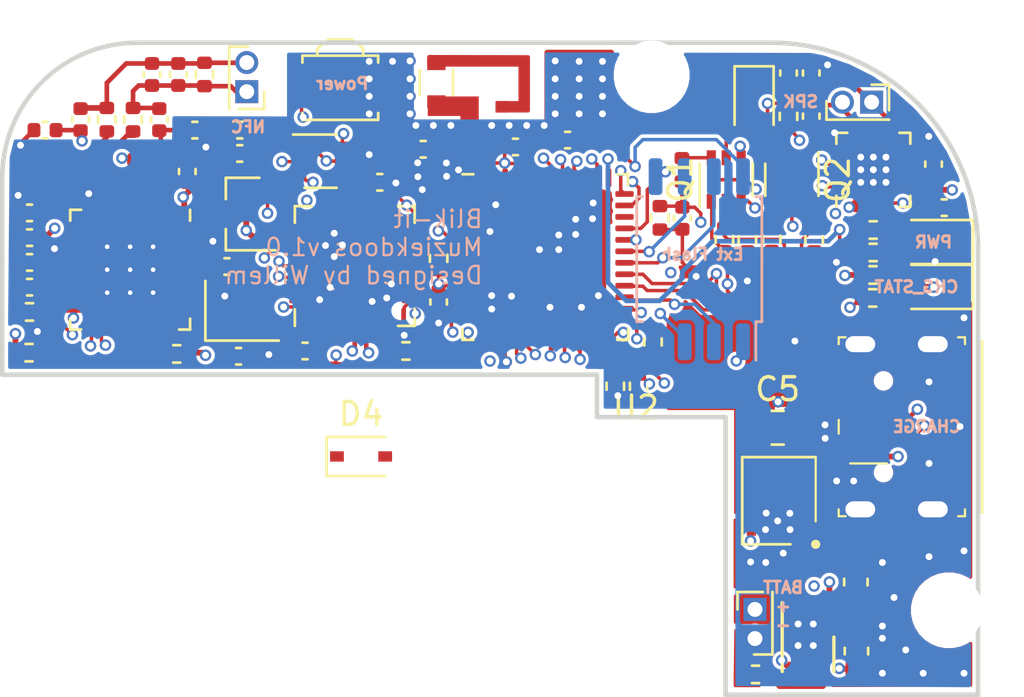
<source format=kicad_pcb>
(kicad_pcb (version 20171130) (host pcbnew "(5.1.9-0-10_14)")

  (general
    (thickness 1.6)
    (drawings 43)
    (tracks 1181)
    (zones 0)
    (modules 81)
    (nets 111)
  )

  (page A4)
  (layers
    (0 F.Cu signal)
    (1 In1.Cu signal)
    (2 In2.Cu signal)
    (31 B.Cu signal hide)
    (32 B.Adhes user hide)
    (33 F.Adhes user hide)
    (34 B.Paste user hide)
    (35 F.Paste user hide)
    (36 B.SilkS user hide)
    (37 F.SilkS user hide)
    (38 B.Mask user hide)
    (39 F.Mask user hide)
    (40 Dwgs.User user hide)
    (41 Cmts.User user hide)
    (42 Eco1.User user hide)
    (43 Eco2.User user hide)
    (44 Edge.Cuts user)
    (45 Margin user hide)
    (46 B.CrtYd user hide)
    (47 F.CrtYd user)
    (48 B.Fab user hide)
    (49 F.Fab user)
  )

  (setup
    (last_trace_width 0.1524)
    (user_trace_width 0.1524)
    (user_trace_width 0.2032)
    (trace_clearance 0.1524)
    (zone_clearance 0.1524)
    (zone_45_only no)
    (trace_min 0.14986)
    (via_size 0.5)
    (via_drill 0.3)
    (via_min_size 0.4)
    (via_min_drill 0.3)
    (user_via 0.5 0.3)
    (uvia_size 0.3)
    (uvia_drill 0.1)
    (uvias_allowed no)
    (uvia_min_size 0.2)
    (uvia_min_drill 0.1)
    (edge_width 0.05)
    (segment_width 0.2)
    (pcb_text_width 0.3)
    (pcb_text_size 1.5 1.5)
    (mod_edge_width 0.12)
    (mod_text_size 1 1)
    (mod_text_width 0.15)
    (pad_size 1 1)
    (pad_drill 0)
    (pad_to_mask_clearance 0)
    (aux_axis_origin 0 0)
    (visible_elements FFFFFF7F)
    (pcbplotparams
      (layerselection 0x010fc_ffffffff)
      (usegerberextensions false)
      (usegerberattributes true)
      (usegerberadvancedattributes true)
      (creategerberjobfile true)
      (excludeedgelayer true)
      (linewidth 0.100000)
      (plotframeref false)
      (viasonmask false)
      (mode 1)
      (useauxorigin false)
      (hpglpennumber 1)
      (hpglpenspeed 20)
      (hpglpendiameter 15.000000)
      (psnegative false)
      (psa4output false)
      (plotreference true)
      (plotvalue false)
      (plotinvisibletext false)
      (padsonsilk false)
      (subtractmaskfromsilk true)
      (outputformat 1)
      (mirror false)
      (drillshape 0)
      (scaleselection 1)
      (outputdirectory "OUTPUT"))
  )

  (net 0 "")
  (net 1 GND)
  (net 2 VBUS)
  (net 3 /CPU/ADC1_IN2)
  (net 4 +BATT)
  (net 5 /Power/PSU_BTN_RAW)
  (net 6 +3V3)
  (net 7 "Net-(C6-Pad2)")
  (net 8 "Net-(C7-Pad1)")
  (net 9 "Net-(C15-Pad1)")
  (net 10 "Net-(C16-Pad1)")
  (net 11 "Net-(C17-Pad2)")
  (net 12 "Net-(C20-Pad2)")
  (net 13 /I2S_DAC_AMP/SPK_OUT-)
  (net 14 /I2S_DAC_AMP/SPKOUT+)
  (net 15 /Power/CHG_STAT_LED)
  (net 16 /Power/CHG_5V_LED)
  (net 17 /Power/PSU_EN)
  (net 18 "Net-(L2-Pad2)")
  (net 19 /CPU/MEAS_EN)
  (net 20 /CPU/BTN_PWR)
  (net 21 /CPU/PW_HOLD)
  (net 22 /Power/PSU_EN_BUF)
  (net 23 /Power/CHG_PROG)
  (net 24 "Net-(R17-Pad1)")
  (net 25 "Net-(R18-Pad2)")
  (net 26 "Net-(R19-Pad2)")
  (net 27 /I2S_DAC_AMP/GAIN)
  (net 28 /I2S_DAC_AMP/I2S_SD_MODE)
  (net 29 /CPU/NFC_MISO)
  (net 30 /CPU/DAC_BCLK)
  (net 31 /CPU/DAC_LRCK)
  (net 32 /CPU/NFC_SPI_MOSI)
  (net 33 /CPU/NFC_SPI_SCK)
  (net 34 /CPU/NFC_SPI_CS)
  (net 35 /CPU/DAC_DATA)
  (net 36 "Net-(U3-Pad28)")
  (net 37 "Net-(U3-Pad27)")
  (net 38 "Net-(U3-Pad26)")
  (net 39 "Net-(U3-Pad25)")
  (net 40 "Net-(U3-Pad24)")
  (net 41 "Net-(U3-Pad23)")
  (net 42 "Net-(U3-Pad11)")
  (net 43 "Net-(U3-Pad10)")
  (net 44 "Net-(U3-Pad7)")
  (net 45 "Net-(U3-Pad4)")
  (net 46 "Net-(U3-Pad3)")
  (net 47 "Net-(L1-Pad2)")
  (net 48 "Net-(C23-Pad2)")
  (net 49 "Net-(R12-Pad2)")
  (net 50 "Net-(R15-Pad1)")
  (net 51 "Net-(U1-Pad7)")
  (net 52 /CPU/HALL_OUT)
  (net 53 /CPU/VDD_SDIO)
  (net 54 /CPU/ESP_RST)
  (net 55 /CPU/ESP_GPIO0)
  (net 56 /CPU/ESP_GPIO2)
  (net 57 /CPU/ESP_GPIO15)
  (net 58 /NFC/NFC_TX)
  (net 59 "Net-(U4-Pad48)")
  (net 60 "Net-(U4-Pad47)")
  (net 61 "Net-(U4-Pad45)")
  (net 62 "Net-(U4-Pad44)")
  (net 63 "Net-(U4-Pad39)")
  (net 64 /CPU/ESP_SD1)
  (net 65 /CPU/ESP_SD0)
  (net 66 /CPU/ESP_CLK)
  (net 67 /CPU/ESP_CMD)
  (net 68 /CPU/ESP_GPIO17)
  (net 69 /CPU/SPIFLASH_CS)
  (net 70 "Net-(U4-Pad18)")
  (net 71 "Net-(U4-Pad13)")
  (net 72 "Net-(U4-Pad10)")
  (net 73 "Net-(U4-Pad8)")
  (net 74 "Net-(U4-Pad7)")
  (net 75 "Net-(U4-Pad6)")
  (net 76 "Net-(U10-Pad27)")
  (net 77 "Net-(U10-Pad23)")
  (net 78 "Net-(U10-Pad22)")
  (net 79 "Net-(U10-Pad21)")
  (net 80 "Net-(U10-Pad20)")
  (net 81 "Net-(U10-Pad19)")
  (net 82 "Net-(U10-Pad18)")
  (net 83 "Net-(U10-Pad17)")
  (net 84 "Net-(U10-Pad16)")
  (net 85 "Net-(U10-Pad15)")
  (net 86 "Net-(U10-Pad14)")
  (net 87 "Net-(U10-Pad13)")
  (net 88 "Net-(U10-Pad12)")
  (net 89 "Net-(U10-Pad11)")
  (net 90 "Net-(U10-Pad10)")
  (net 91 "Net-(U10-Pad2)")
  (net 92 "Net-(U10-Pad1)")
  (net 93 /programmer/CP_DTR)
  (net 94 /programmer/CP_RTS)
  (net 95 /CPU/ESP_TX)
  (net 96 /CPU/ESP_RX)
  (net 97 /CPU/WIFI_ANT)
  (net 98 /CPU/ESP_LNA_IN)
  (net 99 /programmer/CP_RST)
  (net 100 /CPU/A2)
  (net 101 "Net-(U4-Pad34)")
  (net 102 /Power/MCP_STAT)
  (net 103 /Power/USB_D-)
  (net 104 /Power/USB_D+)
  (net 105 "Net-(U4-Pad12)")
  (net 106 "Net-(Q1-Pad6)")
  (net 107 "Net-(U2-Pad2)")
  (net 108 /Power/Lx_L1)
  (net 109 /NFC/IRQ_IN)
  (net 110 "Net-(D4-Pad1)")

  (net_class Default "This is the default net class."
    (clearance 0.1524)
    (trace_width 0.1524)
    (via_dia 0.5)
    (via_drill 0.3)
    (uvia_dia 0.3)
    (uvia_drill 0.1)
    (add_net +3V3)
    (add_net +BATT)
    (add_net /CPU/A2)
    (add_net /CPU/ADC1_IN2)
    (add_net /CPU/BTN_PWR)
    (add_net /CPU/DAC_BCLK)
    (add_net /CPU/DAC_DATA)
    (add_net /CPU/DAC_LRCK)
    (add_net /CPU/ESP_CLK)
    (add_net /CPU/ESP_CMD)
    (add_net /CPU/ESP_GPIO0)
    (add_net /CPU/ESP_GPIO15)
    (add_net /CPU/ESP_GPIO17)
    (add_net /CPU/ESP_GPIO2)
    (add_net /CPU/ESP_LNA_IN)
    (add_net /CPU/ESP_RST)
    (add_net /CPU/ESP_RX)
    (add_net /CPU/ESP_SD0)
    (add_net /CPU/ESP_SD1)
    (add_net /CPU/ESP_TX)
    (add_net /CPU/HALL_OUT)
    (add_net /CPU/MEAS_EN)
    (add_net /CPU/NFC_MISO)
    (add_net /CPU/NFC_SPI_CS)
    (add_net /CPU/NFC_SPI_MOSI)
    (add_net /CPU/NFC_SPI_SCK)
    (add_net /CPU/PW_HOLD)
    (add_net /CPU/SPIFLASH_CS)
    (add_net /CPU/VDD_SDIO)
    (add_net /CPU/WIFI_ANT)
    (add_net /I2S_DAC_AMP/GAIN)
    (add_net /I2S_DAC_AMP/I2S_SD_MODE)
    (add_net /I2S_DAC_AMP/SPKOUT+)
    (add_net /I2S_DAC_AMP/SPK_OUT-)
    (add_net /NFC/IRQ_IN)
    (add_net /NFC/NFC_TX)
    (add_net /Power/CHG_5V_LED)
    (add_net /Power/CHG_PROG)
    (add_net /Power/CHG_STAT_LED)
    (add_net /Power/Lx_L1)
    (add_net /Power/MCP_STAT)
    (add_net /Power/PSU_BTN_RAW)
    (add_net /Power/PSU_EN)
    (add_net /Power/PSU_EN_BUF)
    (add_net /Power/USB_D+)
    (add_net /Power/USB_D-)
    (add_net /programmer/CP_DTR)
    (add_net /programmer/CP_RST)
    (add_net /programmer/CP_RTS)
    (add_net GND)
    (add_net "Net-(C15-Pad1)")
    (add_net "Net-(C16-Pad1)")
    (add_net "Net-(C17-Pad2)")
    (add_net "Net-(C20-Pad2)")
    (add_net "Net-(C23-Pad2)")
    (add_net "Net-(C6-Pad2)")
    (add_net "Net-(C7-Pad1)")
    (add_net "Net-(D4-Pad1)")
    (add_net "Net-(L1-Pad2)")
    (add_net "Net-(L2-Pad2)")
    (add_net "Net-(Q1-Pad6)")
    (add_net "Net-(R12-Pad2)")
    (add_net "Net-(R15-Pad1)")
    (add_net "Net-(R17-Pad1)")
    (add_net "Net-(R18-Pad2)")
    (add_net "Net-(R19-Pad2)")
    (add_net "Net-(U1-Pad7)")
    (add_net "Net-(U10-Pad1)")
    (add_net "Net-(U10-Pad10)")
    (add_net "Net-(U10-Pad11)")
    (add_net "Net-(U10-Pad12)")
    (add_net "Net-(U10-Pad13)")
    (add_net "Net-(U10-Pad14)")
    (add_net "Net-(U10-Pad15)")
    (add_net "Net-(U10-Pad16)")
    (add_net "Net-(U10-Pad17)")
    (add_net "Net-(U10-Pad18)")
    (add_net "Net-(U10-Pad19)")
    (add_net "Net-(U10-Pad2)")
    (add_net "Net-(U10-Pad20)")
    (add_net "Net-(U10-Pad21)")
    (add_net "Net-(U10-Pad22)")
    (add_net "Net-(U10-Pad23)")
    (add_net "Net-(U10-Pad27)")
    (add_net "Net-(U2-Pad2)")
    (add_net "Net-(U3-Pad10)")
    (add_net "Net-(U3-Pad11)")
    (add_net "Net-(U3-Pad23)")
    (add_net "Net-(U3-Pad24)")
    (add_net "Net-(U3-Pad25)")
    (add_net "Net-(U3-Pad26)")
    (add_net "Net-(U3-Pad27)")
    (add_net "Net-(U3-Pad28)")
    (add_net "Net-(U3-Pad3)")
    (add_net "Net-(U3-Pad4)")
    (add_net "Net-(U3-Pad7)")
    (add_net "Net-(U4-Pad10)")
    (add_net "Net-(U4-Pad12)")
    (add_net "Net-(U4-Pad13)")
    (add_net "Net-(U4-Pad18)")
    (add_net "Net-(U4-Pad34)")
    (add_net "Net-(U4-Pad39)")
    (add_net "Net-(U4-Pad44)")
    (add_net "Net-(U4-Pad45)")
    (add_net "Net-(U4-Pad47)")
    (add_net "Net-(U4-Pad48)")
    (add_net "Net-(U4-Pad6)")
    (add_net "Net-(U4-Pad7)")
    (add_net "Net-(U4-Pad8)")
    (add_net VBUS)
  )

  (module Diode_SMD:D_SOD-323 (layer F.Cu) (tedit 58641739) (tstamp 616D1F32)
    (at 56.7944 81.9912)
    (descr SOD-323)
    (tags SOD-323)
    (path /613CB1D0/616BED7E)
    (attr smd)
    (fp_text reference D4 (at 0 -1.85) (layer F.SilkS)
      (effects (font (size 1 1) (thickness 0.15)))
    )
    (fp_text value PMEG4005 (at 0.1 1.9) (layer F.Fab)
      (effects (font (size 1 1) (thickness 0.15)))
    )
    (fp_text user %R (at 0 -1.85) (layer F.Fab)
      (effects (font (size 1 1) (thickness 0.15)))
    )
    (fp_line (start -1.5 -0.85) (end -1.5 0.85) (layer F.SilkS) (width 0.12))
    (fp_line (start 0.2 0) (end 0.45 0) (layer F.Fab) (width 0.1))
    (fp_line (start 0.2 0.35) (end -0.3 0) (layer F.Fab) (width 0.1))
    (fp_line (start 0.2 -0.35) (end 0.2 0.35) (layer F.Fab) (width 0.1))
    (fp_line (start -0.3 0) (end 0.2 -0.35) (layer F.Fab) (width 0.1))
    (fp_line (start -0.3 0) (end -0.5 0) (layer F.Fab) (width 0.1))
    (fp_line (start -0.3 -0.35) (end -0.3 0.35) (layer F.Fab) (width 0.1))
    (fp_line (start -0.9 0.7) (end -0.9 -0.7) (layer F.Fab) (width 0.1))
    (fp_line (start 0.9 0.7) (end -0.9 0.7) (layer F.Fab) (width 0.1))
    (fp_line (start 0.9 -0.7) (end 0.9 0.7) (layer F.Fab) (width 0.1))
    (fp_line (start -0.9 -0.7) (end 0.9 -0.7) (layer F.Fab) (width 0.1))
    (fp_line (start -1.6 -0.95) (end 1.6 -0.95) (layer F.CrtYd) (width 0.05))
    (fp_line (start 1.6 -0.95) (end 1.6 0.95) (layer F.CrtYd) (width 0.05))
    (fp_line (start -1.6 0.95) (end 1.6 0.95) (layer F.CrtYd) (width 0.05))
    (fp_line (start -1.6 -0.95) (end -1.6 0.95) (layer F.CrtYd) (width 0.05))
    (fp_line (start -1.5 0.85) (end 1.05 0.85) (layer F.SilkS) (width 0.12))
    (fp_line (start -1.5 -0.85) (end 1.05 -0.85) (layer F.SilkS) (width 0.12))
    (pad 2 smd rect (at 1.05 0) (size 0.6 0.45) (layers F.Cu F.Paste F.Mask)
      (net 2 VBUS))
    (pad 1 smd rect (at -1.05 0) (size 0.6 0.45) (layers F.Cu F.Paste F.Mask)
      (net 110 "Net-(D4-Pad1)"))
    (model ${KISYS3DMOD}/Diode_SMD.3dshapes/D_SOD-323.wrl
      (at (xyz 0 0 0))
      (scale (xyz 1 1 1))
      (rotate (xyz 0 0 0))
    )
  )

  (module Capacitor_SMD:C_0805_2012Metric (layer F.Cu) (tedit 5F68FEEE) (tstamp 6106F442)
    (at 74.94 80.74)
    (descr "Capacitor SMD 0805 (2012 Metric), square (rectangular) end terminal, IPC_7351 nominal, (Body size source: IPC-SM-782 page 76, https://www.pcb-3d.com/wordpress/wp-content/uploads/ipc-sm-782a_amendment_1_and_2.pdf, https://docs.google.com/spreadsheets/d/1BsfQQcO9C6DZCsRaXUlFlo91Tg2WpOkGARC1WS5S8t0/edit?usp=sharing), generated with kicad-footprint-generator")
    (tags capacitor)
    (path /60FE1698/615B2E33)
    (attr smd)
    (fp_text reference C5 (at 0 -1.68) (layer F.SilkS)
      (effects (font (size 1 1) (thickness 0.15)))
    )
    (fp_text value 10uF (at 0 1.68) (layer F.Fab) hide
      (effects (font (size 1 1) (thickness 0.15)))
    )
    (fp_line (start 1.7 0.98) (end -1.7 0.98) (layer F.CrtYd) (width 0.05))
    (fp_line (start 1.7 -0.98) (end 1.7 0.98) (layer F.CrtYd) (width 0.05))
    (fp_line (start -1.7 -0.98) (end 1.7 -0.98) (layer F.CrtYd) (width 0.05))
    (fp_line (start -1.7 0.98) (end -1.7 -0.98) (layer F.CrtYd) (width 0.05))
    (fp_line (start -0.261252 0.735) (end 0.261252 0.735) (layer F.SilkS) (width 0.12))
    (fp_line (start -0.261252 -0.735) (end 0.261252 -0.735) (layer F.SilkS) (width 0.12))
    (fp_line (start 1 0.625) (end -1 0.625) (layer F.Fab) (width 0.1))
    (fp_line (start 1 -0.625) (end 1 0.625) (layer F.Fab) (width 0.1))
    (fp_line (start -1 -0.625) (end 1 -0.625) (layer F.Fab) (width 0.1))
    (fp_line (start -1 0.625) (end -1 -0.625) (layer F.Fab) (width 0.1))
    (fp_text user %R (at 0 0) (layer F.Fab)
      (effects (font (size 0.5 0.5) (thickness 0.08)))
    )
    (pad 2 smd roundrect (at 0.95 0) (size 1 1.45) (layers F.Cu F.Paste F.Mask) (roundrect_rratio 0.25)
      (net 1 GND))
    (pad 1 smd roundrect (at -0.95 0) (size 1 1.45) (layers F.Cu F.Paste F.Mask) (roundrect_rratio 0.25)
      (net 6 +3V3))
    (model ${KISYS3DMOD}/Capacitor_SMD.3dshapes/C_0805_2012Metric.wrl
      (at (xyz 0 0 0))
      (scale (xyz 1 1 1))
      (rotate (xyz 0 0 0))
    )
  )

  (module Package_DFN_QFN:USP-9B01 (layer F.Cu) (tedit 614B2C09) (tstamp 614B1966)
    (at 73.96 82.64 180)
    (path /60FE1698/6148D543)
    (clearance 0.14986)
    (attr smd)
    (fp_text reference U2 (at 5.195 2.78) (layer F.SilkS)
      (effects (font (size 1 1) (thickness 0.15)))
    )
    (fp_text value XCL214B333DR (at 0.03 2.43) (layer F.Fab) hide
      (effects (font (size 0.254 0.254) (thickness 0.0635)))
    )
    (fp_line (start -2.286 -2.88) (end 0.214 -2.88) (layer Dwgs.User) (width 0.01))
    (fp_poly (pts (xy -1.436 -2.68) (xy -0.636 -2.68) (xy -0.636 -3) (xy -0.436 -3)
      (xy -0.436 -2.68) (xy -0.336 -2.68) (xy -0.336 -2.08) (xy -1.736 -2.08)
      (xy -1.736 -2.68) (xy -1.636 -2.68) (xy -1.636 -3) (xy -1.436 -3)) (layer F.Mask) (width 0.01))
    (fp_line (start -2.286 0.32) (end 0.214 0.32) (layer Dwgs.User) (width 0.01))
    (fp_line (start -2.286 -2.88) (end -2.286 0.32) (layer Dwgs.User) (width 0.01))
    (fp_poly (pts (xy -1.461 0.42) (xy -1.636 0.42) (xy -1.636 0.12) (xy -2.086 0.12)
      (xy -2.086 -0.405) (xy -2.386 -0.405) (xy -2.386 -0.605) (xy -1.461 -0.605)) (layer F.Mask) (width 0.01))
    (fp_line (start 0.214 -2.88) (end 0.214 0.32) (layer Dwgs.User) (width 0.01))
    (fp_poly (pts (xy 0.314 -0.405) (xy 0.014 -0.405) (xy 0.014 0.12) (xy -0.436 0.12)
      (xy -0.436 0.42) (xy -0.611 0.42) (xy -0.611 -0.605) (xy 0.314 -0.605)) (layer F.Mask) (width 0.01))
    (fp_line (start -2.636 -2.18) (end -2.636 0.62) (layer F.SilkS) (width 0.1))
    (fp_line (start -2.636 0.62) (end 0.564 0.62) (layer F.SilkS) (width 0.12))
    (fp_line (start 0.564 0.62) (end 0.564 -3.18) (layer F.SilkS) (width 0.12))
    (fp_line (start 0.564 -3.18) (end -1.536 -3.18) (layer F.SilkS) (width 0.12))
    (fp_circle (center -2.636 -3.18) (end -2.536 -3.18) (layer F.SilkS) (width 0.2))
    (fp_line (start 0.864 -3.48) (end -2.936 -3.48) (layer F.CrtYd) (width 0.12))
    (fp_line (start -2.936 -3.48) (end -2.936 0.82) (layer F.CrtYd) (width 0.12))
    (fp_line (start -2.936 0.82) (end 0.864 0.82) (layer F.CrtYd) (width 0.12))
    (fp_line (start 0.864 0.82) (end 0.864 -3.48) (layer F.CrtYd) (width 0.12))
    (fp_poly (pts (xy -0.436 -2.19) (xy -0.816 -2.19) (xy -0.816 -2.59) (xy -0.436 -2.59)) (layer F.Paste) (width 0.01))
    (fp_poly (pts (xy -1.286 -2.19) (xy -1.666 -2.19) (xy -1.666 -2.59) (xy -1.286 -2.59)) (layer F.Paste) (width 0.01))
    (fp_poly (pts (xy -0.086 -0.37) (xy -0.406 -0.37) (xy -0.406 -0.57) (xy -0.086 -0.57)) (layer F.Paste) (width 0.01))
    (fp_poly (pts (xy -1.676 -0.38) (xy -1.996 -0.38) (xy -1.996 -0.58) (xy -1.676 -0.58)) (layer F.Paste) (width 0.01))
    (fp_text user U2 (at -1.0335 -1.307 180) (layer F.Fab)
      (effects (font (size 1 1) (thickness 0.15)))
    )
    (pad 7 smd custom (at -1.066 -2.39 180) (size 0.325 0.4) (layers F.Cu F.Paste F.Mask)
      (net 1 GND)
      (options (clearance outline) (anchor rect))
      (primitives
        (gr_poly (pts
           (xy 0.83 0.88) (xy 0.28 0.88) (xy 0.28 1.09) (xy -0.22 1.09) (xy -0.22 0.88)
           (xy -0.77 0.88) (xy -0.77 -0.39) (xy -0.59 -0.39) (xy -0.59 -0.64) (xy -0.35 -0.64)
           (xy -0.35 -0.39) (xy 0.41 -0.39) (xy 0.41 -0.64) (xy 0.65 -0.64) (xy 0.65 -0.39)
           (xy 0.83 -0.39)) (width 0.01))
      ))
    (pad 9 smd custom (at -0.246 -0.12 180) (size 0.325 0.4) (layers F.Cu F.Paste F.Mask)
      (net 6 +3V3) (zone_connect 2)
      (options (clearance outline) (anchor rect))
      (primitives
        (gr_poly (pts
           (xy 0.36 -0.51) (xy 0.61 -0.51) (xy 0.61 -0.26) (xy 0.36 -0.26) (xy 0.36 0.34)
           (xy -0.14 0.34) (xy -0.14 0.59) (xy -0.39 0.59) (xy -0.39 -1.11) (xy 0.36 -1.11)
) (width 0.01))
      ))
    (pad 8 smd custom (at -1.836 -0.14 180) (size 0.325 0.4) (layers F.Cu F.Paste F.Mask)
      (net 108 /Power/Lx_L1) (zone_connect 2)
      (options (clearance outline) (anchor rect))
      (primitives
        (gr_poly (pts
           (xy -0.35 -0.24) (xy -0.6 -0.24) (xy -0.6 -0.49) (xy -0.35 -0.49) (xy -0.35 -1.09)
           (xy 0.4 -1.09) (xy 0.4 0.61) (xy 0.15 0.61) (xy 0.15 0.36) (xy -0.35 0.36)
) (width 0.01))
      ))
    (pad 1 smd rect (at -2.236 -2.6425 180) (size 0.4 0.325) (layers F.Cu F.Paste F.Mask)
      (net 4 +BATT))
    (pad 6 smd rect (at 0.164 -2.6425 180) (size 0.4 0.325) (layers F.Cu F.Paste F.Mask)
      (net 22 /Power/PSU_EN_BUF))
    (pad 2 smd rect (at -2.236 -2.18 180) (size 0.4 0.2) (layers F.Cu F.Paste F.Mask)
      (net 107 "Net-(U2-Pad2)"))
    (pad 3 smd rect (at -2.236 -1.7175 180) (size 0.4 0.325) (layers F.Cu F.Paste F.Mask)
      (net 108 /Power/Lx_L1))
    (pad 5 smd rect (at 0.164 -2.18 180) (size 0.4 0.2) (layers F.Cu F.Paste F.Mask)
      (net 1 GND))
    (pad 4 smd rect (at 0.164 -1.7175 180) (size 0.4 0.325) (layers F.Cu F.Paste F.Mask)
      (net 6 +3V3))
  )

  (module Package_TO_SOT_SMD:SOT-363_SC-70-6 (layer F.Cu) (tedit 5A02FF57) (tstamp 6147B9A0)
    (at 72.7 69.92 90)
    (descr "SOT-363, SC-70-6")
    (tags "SOT-363 SC-70-6")
    (path /60FE1698/614E105B)
    (attr smd)
    (fp_text reference Q1 (at 0 -2 90) (layer F.SilkS)
      (effects (font (size 1 1) (thickness 0.15)))
    )
    (fp_text value Dual_PMOS_BSS84AKS,115 (at 0 2 270) (layer F.Fab) hide
      (effects (font (size 1 1) (thickness 0.15)))
    )
    (fp_line (start -0.175 -1.1) (end -0.675 -0.6) (layer F.Fab) (width 0.1))
    (fp_line (start 0.675 1.1) (end -0.675 1.1) (layer F.Fab) (width 0.1))
    (fp_line (start 0.675 -1.1) (end 0.675 1.1) (layer F.Fab) (width 0.1))
    (fp_line (start -1.6 1.4) (end 1.6 1.4) (layer F.CrtYd) (width 0.05))
    (fp_line (start -0.675 -0.6) (end -0.675 1.1) (layer F.Fab) (width 0.1))
    (fp_line (start 0.675 -1.1) (end -0.175 -1.1) (layer F.Fab) (width 0.1))
    (fp_line (start -1.6 -1.4) (end 1.6 -1.4) (layer F.CrtYd) (width 0.05))
    (fp_line (start -1.6 -1.4) (end -1.6 1.4) (layer F.CrtYd) (width 0.05))
    (fp_line (start 1.6 1.4) (end 1.6 -1.4) (layer F.CrtYd) (width 0.05))
    (fp_line (start -0.7 1.16) (end 0.7 1.16) (layer F.SilkS) (width 0.12))
    (fp_line (start 0.7 -1.16) (end -1.2 -1.16) (layer F.SilkS) (width 0.12))
    (fp_text user %R (at 0 0) (layer F.Fab)
      (effects (font (size 0.5 0.5) (thickness 0.075)))
    )
    (pad 6 smd rect (at 0.95 -0.65 90) (size 0.65 0.4) (layers F.Cu F.Paste F.Mask)
      (net 106 "Net-(Q1-Pad6)"))
    (pad 4 smd rect (at 0.95 0.65 90) (size 0.65 0.4) (layers F.Cu F.Paste F.Mask)
      (net 4 +BATT))
    (pad 2 smd rect (at -0.95 0 90) (size 0.65 0.4) (layers F.Cu F.Paste F.Mask)
      (net 19 /CPU/MEAS_EN))
    (pad 5 smd rect (at 0.95 0 90) (size 0.65 0.4) (layers F.Cu F.Paste F.Mask)
      (net 17 /Power/PSU_EN))
    (pad 3 smd rect (at -0.95 0.65 90) (size 0.65 0.4) (layers F.Cu F.Paste F.Mask)
      (net 22 /Power/PSU_EN_BUF))
    (pad 1 smd rect (at -0.95 -0.65 90) (size 0.65 0.4) (layers F.Cu F.Paste F.Mask)
      (net 4 +BATT))
    (model ${KISYS3DMOD}/Package_TO_SOT_SMD.3dshapes/SOT-363_SC-70-6.wrl
      (at (xyz 0 0 0))
      (scale (xyz 1 1 1))
      (rotate (xyz 0 0 0))
    )
  )

  (module Package_TO_SOT_SMD:SOT-363_SC-70-6 (layer F.Cu) (tedit 5A02FF57) (tstamp 61479D7E)
    (at 75.56 69.93 270)
    (descr "SOT-363, SC-70-6")
    (tags "SOT-363 SC-70-6")
    (path /60FE1698/614CD58C)
    (attr smd)
    (fp_text reference Q2 (at 0 -2 90) (layer F.SilkS)
      (effects (font (size 1 1) (thickness 0.15)))
    )
    (fp_text value Dual_NMOS_2N7002PS (at 0 2 270) (layer F.Fab) hide
      (effects (font (size 1 1) (thickness 0.15)))
    )
    (fp_line (start -0.175 -1.1) (end -0.675 -0.6) (layer F.Fab) (width 0.1))
    (fp_line (start 0.675 1.1) (end -0.675 1.1) (layer F.Fab) (width 0.1))
    (fp_line (start 0.675 -1.1) (end 0.675 1.1) (layer F.Fab) (width 0.1))
    (fp_line (start -1.6 1.4) (end 1.6 1.4) (layer F.CrtYd) (width 0.05))
    (fp_line (start -0.675 -0.6) (end -0.675 1.1) (layer F.Fab) (width 0.1))
    (fp_line (start 0.675 -1.1) (end -0.175 -1.1) (layer F.Fab) (width 0.1))
    (fp_line (start -1.6 -1.4) (end 1.6 -1.4) (layer F.CrtYd) (width 0.05))
    (fp_line (start -1.6 -1.4) (end -1.6 1.4) (layer F.CrtYd) (width 0.05))
    (fp_line (start 1.6 1.4) (end 1.6 -1.4) (layer F.CrtYd) (width 0.05))
    (fp_line (start -0.7 1.16) (end 0.7 1.16) (layer F.SilkS) (width 0.12))
    (fp_line (start 0.7 -1.16) (end -1.2 -1.16) (layer F.SilkS) (width 0.12))
    (fp_text user %R (at 0 0) (layer F.Fab)
      (effects (font (size 0.5 0.5) (thickness 0.075)))
    )
    (pad 6 smd rect (at 0.95 -0.65 270) (size 0.65 0.4) (layers F.Cu F.Paste F.Mask)
      (net 20 /CPU/BTN_PWR))
    (pad 4 smd rect (at 0.95 0.65 270) (size 0.65 0.4) (layers F.Cu F.Paste F.Mask)
      (net 1 GND))
    (pad 2 smd rect (at -0.95 0 270) (size 0.65 0.4) (layers F.Cu F.Paste F.Mask)
      (net 5 /Power/PSU_BTN_RAW))
    (pad 5 smd rect (at 0.95 0 270) (size 0.65 0.4) (layers F.Cu F.Paste F.Mask)
      (net 21 /CPU/PW_HOLD))
    (pad 3 smd rect (at -0.95 0.65 270) (size 0.65 0.4) (layers F.Cu F.Paste F.Mask)
      (net 17 /Power/PSU_EN))
    (pad 1 smd rect (at -0.95 -0.65 270) (size 0.65 0.4) (layers F.Cu F.Paste F.Mask)
      (net 1 GND))
    (model ${KISYS3DMOD}/Package_TO_SOT_SMD.3dshapes/SOT-363_SC-70-6.wrl
      (at (xyz 0 0 0))
      (scale (xyz 1 1 1))
      (rotate (xyz 0 0 0))
    )
  )

  (module Package_DFN_QFN:QFN-28-1EP_5x5mm_P0.5mm_EP3.35x3.35mm (layer F.Cu) (tedit 5DC5F6A4) (tstamp 614786B5)
    (at 56.52 73.69 90)
    (descr "QFN, 28 Pin (http://ww1.microchip.com/downloads/en/PackagingSpec/00000049BQ.pdf#page=283), generated with kicad-footprint-generator ipc_noLead_generator.py")
    (tags "QFN NoLead")
    (path /613CB1D0/613CD9B7)
    (attr smd)
    (fp_text reference U10 (at 0 -3.8 90) (layer F.SilkS) hide
      (effects (font (size 1 1) (thickness 0.15)))
    )
    (fp_text value CP2109-InterfaceUSB (at 0 3.8 180) (layer F.Fab) hide
      (effects (font (size 1 1) (thickness 0.15)))
    )
    (fp_line (start 1.885 -2.61) (end 2.61 -2.61) (layer F.SilkS) (width 0.12))
    (fp_line (start 2.61 -2.61) (end 2.61 -1.885) (layer F.SilkS) (width 0.12))
    (fp_line (start -1.885 2.61) (end -2.61 2.61) (layer F.SilkS) (width 0.12))
    (fp_line (start -2.61 2.61) (end -2.61 1.885) (layer F.SilkS) (width 0.12))
    (fp_line (start 1.885 2.61) (end 2.61 2.61) (layer F.SilkS) (width 0.12))
    (fp_line (start 2.61 2.61) (end 2.61 1.885) (layer F.SilkS) (width 0.12))
    (fp_line (start -1.885 -2.61) (end -2.61 -2.61) (layer F.SilkS) (width 0.12))
    (fp_line (start -1.5 -2.5) (end 2.5 -2.5) (layer F.Fab) (width 0.1))
    (fp_line (start 2.5 -2.5) (end 2.5 2.5) (layer F.Fab) (width 0.1))
    (fp_line (start 2.5 2.5) (end -2.5 2.5) (layer F.Fab) (width 0.1))
    (fp_line (start -2.5 2.5) (end -2.5 -1.5) (layer F.Fab) (width 0.1))
    (fp_line (start -2.5 -1.5) (end -1.5 -2.5) (layer F.Fab) (width 0.1))
    (fp_line (start -3.1 -3.1) (end -3.1 3.1) (layer F.CrtYd) (width 0.05))
    (fp_line (start -3.1 3.1) (end 3.1 3.1) (layer F.CrtYd) (width 0.05))
    (fp_line (start 3.1 3.1) (end 3.1 -3.1) (layer F.CrtYd) (width 0.05))
    (fp_line (start 3.1 -3.1) (end -3.1 -3.1) (layer F.CrtYd) (width 0.05))
    (fp_text user %R (at 0 0 90) (layer F.Fab)
      (effects (font (size 1 1) (thickness 0.15)))
    )
    (pad "" smd roundrect (at 1.12 1.12 90) (size 0.9 0.9) (layers F.Paste) (roundrect_rratio 0.25))
    (pad "" smd roundrect (at 1.12 0 90) (size 0.9 0.9) (layers F.Paste) (roundrect_rratio 0.25))
    (pad "" smd roundrect (at 1.12 -1.12 90) (size 0.9 0.9) (layers F.Paste) (roundrect_rratio 0.25))
    (pad "" smd roundrect (at 0 1.12 90) (size 0.9 0.9) (layers F.Paste) (roundrect_rratio 0.25))
    (pad "" smd roundrect (at 0 0 90) (size 0.9 0.9) (layers F.Paste) (roundrect_rratio 0.25))
    (pad "" smd roundrect (at 0 -1.12 90) (size 0.9 0.9) (layers F.Paste) (roundrect_rratio 0.25))
    (pad "" smd roundrect (at -1.12 1.12 90) (size 0.9 0.9) (layers F.Paste) (roundrect_rratio 0.25))
    (pad "" smd roundrect (at -1.12 0 90) (size 0.9 0.9) (layers F.Paste) (roundrect_rratio 0.25))
    (pad "" smd roundrect (at -1.12 -1.12 90) (size 0.9 0.9) (layers F.Paste) (roundrect_rratio 0.25))
    (pad 29 smd rect (at 0 0 90) (size 3.35 3.35) (layers F.Cu F.Mask)
      (net 1 GND))
    (pad 28 smd roundrect (at -1.5 -2.45 90) (size 0.25 0.8) (layers F.Cu F.Paste F.Mask) (roundrect_rratio 0.25)
      (net 93 /programmer/CP_DTR))
    (pad 27 smd roundrect (at -1 -2.45 90) (size 0.25 0.8) (layers F.Cu F.Paste F.Mask) (roundrect_rratio 0.25)
      (net 76 "Net-(U10-Pad27)"))
    (pad 26 smd roundrect (at -0.5 -2.45 90) (size 0.25 0.8) (layers F.Cu F.Paste F.Mask) (roundrect_rratio 0.25)
      (net 96 /CPU/ESP_RX))
    (pad 25 smd roundrect (at 0 -2.45 90) (size 0.25 0.8) (layers F.Cu F.Paste F.Mask) (roundrect_rratio 0.25)
      (net 95 /CPU/ESP_TX))
    (pad 24 smd roundrect (at 0.5 -2.45 90) (size 0.25 0.8) (layers F.Cu F.Paste F.Mask) (roundrect_rratio 0.25)
      (net 94 /programmer/CP_RTS))
    (pad 23 smd roundrect (at 1 -2.45 90) (size 0.25 0.8) (layers F.Cu F.Paste F.Mask) (roundrect_rratio 0.25)
      (net 77 "Net-(U10-Pad23)"))
    (pad 22 smd roundrect (at 1.5 -2.45 90) (size 0.25 0.8) (layers F.Cu F.Paste F.Mask) (roundrect_rratio 0.25)
      (net 78 "Net-(U10-Pad22)"))
    (pad 21 smd roundrect (at 2.45 -1.5 90) (size 0.8 0.25) (layers F.Cu F.Paste F.Mask) (roundrect_rratio 0.25)
      (net 79 "Net-(U10-Pad21)"))
    (pad 20 smd roundrect (at 2.45 -1 90) (size 0.8 0.25) (layers F.Cu F.Paste F.Mask) (roundrect_rratio 0.25)
      (net 80 "Net-(U10-Pad20)"))
    (pad 19 smd roundrect (at 2.45 -0.5 90) (size 0.8 0.25) (layers F.Cu F.Paste F.Mask) (roundrect_rratio 0.25)
      (net 81 "Net-(U10-Pad19)"))
    (pad 18 smd roundrect (at 2.45 0 90) (size 0.8 0.25) (layers F.Cu F.Paste F.Mask) (roundrect_rratio 0.25)
      (net 82 "Net-(U10-Pad18)"))
    (pad 17 smd roundrect (at 2.45 0.5 90) (size 0.8 0.25) (layers F.Cu F.Paste F.Mask) (roundrect_rratio 0.25)
      (net 83 "Net-(U10-Pad17)"))
    (pad 16 smd roundrect (at 2.45 1 90) (size 0.8 0.25) (layers F.Cu F.Paste F.Mask) (roundrect_rratio 0.25)
      (net 84 "Net-(U10-Pad16)"))
    (pad 15 smd roundrect (at 2.45 1.5 90) (size 0.8 0.25) (layers F.Cu F.Paste F.Mask) (roundrect_rratio 0.25)
      (net 85 "Net-(U10-Pad15)"))
    (pad 14 smd roundrect (at 1.5 2.45 90) (size 0.25 0.8) (layers F.Cu F.Paste F.Mask) (roundrect_rratio 0.25)
      (net 86 "Net-(U10-Pad14)"))
    (pad 13 smd roundrect (at 1 2.45 90) (size 0.25 0.8) (layers F.Cu F.Paste F.Mask) (roundrect_rratio 0.25)
      (net 87 "Net-(U10-Pad13)"))
    (pad 12 smd roundrect (at 0.5 2.45 90) (size 0.25 0.8) (layers F.Cu F.Paste F.Mask) (roundrect_rratio 0.25)
      (net 88 "Net-(U10-Pad12)"))
    (pad 11 smd roundrect (at 0 2.45 90) (size 0.25 0.8) (layers F.Cu F.Paste F.Mask) (roundrect_rratio 0.25)
      (net 89 "Net-(U10-Pad11)"))
    (pad 10 smd roundrect (at -0.5 2.45 90) (size 0.25 0.8) (layers F.Cu F.Paste F.Mask) (roundrect_rratio 0.25)
      (net 90 "Net-(U10-Pad10)"))
    (pad 9 smd roundrect (at -1 2.45 90) (size 0.25 0.8) (layers F.Cu F.Paste F.Mask) (roundrect_rratio 0.25)
      (net 99 /programmer/CP_RST))
    (pad 8 smd roundrect (at -1.5 2.45 90) (size 0.25 0.8) (layers F.Cu F.Paste F.Mask) (roundrect_rratio 0.25)
      (net 2 VBUS))
    (pad 7 smd roundrect (at -2.45 1.5 90) (size 0.8 0.25) (layers F.Cu F.Paste F.Mask) (roundrect_rratio 0.25)
      (net 110 "Net-(D4-Pad1)"))
    (pad 6 smd roundrect (at -2.45 1 90) (size 0.8 0.25) (layers F.Cu F.Paste F.Mask) (roundrect_rratio 0.25)
      (net 6 +3V3))
    (pad 5 smd roundrect (at -2.45 0.5 90) (size 0.8 0.25) (layers F.Cu F.Paste F.Mask) (roundrect_rratio 0.25)
      (net 103 /Power/USB_D-))
    (pad 4 smd roundrect (at -2.45 0 90) (size 0.8 0.25) (layers F.Cu F.Paste F.Mask) (roundrect_rratio 0.25)
      (net 104 /Power/USB_D+))
    (pad 3 smd roundrect (at -2.45 -0.5 90) (size 0.8 0.25) (layers F.Cu F.Paste F.Mask) (roundrect_rratio 0.25)
      (net 1 GND))
    (pad 2 smd roundrect (at -2.45 -1 90) (size 0.8 0.25) (layers F.Cu F.Paste F.Mask) (roundrect_rratio 0.25)
      (net 91 "Net-(U10-Pad2)"))
    (pad 1 smd roundrect (at -2.45 -1.5 90) (size 0.8 0.25) (layers F.Cu F.Paste F.Mask) (roundrect_rratio 0.25)
      (net 92 "Net-(U10-Pad1)"))
    (model ${KISYS3DMOD}/Package_DFN_QFN.3dshapes/QFN-28-1EP_5x5mm_P0.5mm_EP3.35x3.35mm.wrl
      (at (xyz 0 0 0))
      (scale (xyz 1 1 1))
      (rotate (xyz 0 0 0))
    )
  )

  (module Resistor_SMD:R_0402_1005Metric (layer F.Cu) (tedit 5F68FEEE) (tstamp 61478244)
    (at 58.7502 77.3938)
    (descr "Resistor SMD 0402 (1005 Metric), square (rectangular) end terminal, IPC_7351 nominal, (Body size source: IPC-SM-782 page 72, https://www.pcb-3d.com/wordpress/wp-content/uploads/ipc-sm-782a_amendment_1_and_2.pdf), generated with kicad-footprint-generator")
    (tags resistor)
    (path /613CB1D0/613D252C)
    (attr smd)
    (fp_text reference R11 (at 0 -1.17) (layer F.SilkS) hide
      (effects (font (size 1 1) (thickness 0.15)))
    )
    (fp_text value 10K (at 0 1.17) (layer F.Fab) hide
      (effects (font (size 1 1) (thickness 0.15)))
    )
    (fp_line (start -0.525 0.27) (end -0.525 -0.27) (layer F.Fab) (width 0.1))
    (fp_line (start -0.525 -0.27) (end 0.525 -0.27) (layer F.Fab) (width 0.1))
    (fp_line (start 0.525 -0.27) (end 0.525 0.27) (layer F.Fab) (width 0.1))
    (fp_line (start 0.525 0.27) (end -0.525 0.27) (layer F.Fab) (width 0.1))
    (fp_line (start -0.153641 -0.38) (end 0.153641 -0.38) (layer F.SilkS) (width 0.12))
    (fp_line (start -0.153641 0.38) (end 0.153641 0.38) (layer F.SilkS) (width 0.12))
    (fp_line (start -0.93 0.47) (end -0.93 -0.47) (layer F.CrtYd) (width 0.05))
    (fp_line (start -0.93 -0.47) (end 0.93 -0.47) (layer F.CrtYd) (width 0.05))
    (fp_line (start 0.93 -0.47) (end 0.93 0.47) (layer F.CrtYd) (width 0.05))
    (fp_line (start 0.93 0.47) (end -0.93 0.47) (layer F.CrtYd) (width 0.05))
    (fp_text user %R (at 0 0) (layer F.Fab)
      (effects (font (size 0.26 0.26) (thickness 0.04)))
    )
    (pad 2 smd roundrect (at 0.51 0) (size 0.54 0.64) (layers F.Cu F.Paste F.Mask) (roundrect_rratio 0.25)
      (net 99 /programmer/CP_RST))
    (pad 1 smd roundrect (at -0.51 0) (size 0.54 0.64) (layers F.Cu F.Paste F.Mask) (roundrect_rratio 0.25)
      (net 6 +3V3))
    (model ${KISYS3DMOD}/Resistor_SMD.3dshapes/R_0402_1005Metric.wrl
      (at (xyz 0 0 0))
      (scale (xyz 1 1 1))
      (rotate (xyz 0 0 0))
    )
  )

  (module Package_TO_SOT_SMD:SOT-363_SC-70-6 (layer F.Cu) (tedit 5A02FF57) (tstamp 614780F3)
    (at 55.03 69.12)
    (descr "SOT-363, SC-70-6")
    (tags "SOT-363 SC-70-6")
    (path /613CB1D0/613D07FE)
    (attr smd)
    (fp_text reference Q5 (at 0 -2) (layer F.SilkS) hide
      (effects (font (size 1 1) (thickness 0.15)))
    )
    (fp_text value UMH3N (at 0 2 180) (layer F.Fab) hide
      (effects (font (size 1 1) (thickness 0.15)))
    )
    (fp_line (start 0.7 -1.16) (end -1.2 -1.16) (layer F.SilkS) (width 0.12))
    (fp_line (start -0.7 1.16) (end 0.7 1.16) (layer F.SilkS) (width 0.12))
    (fp_line (start 1.6 1.4) (end 1.6 -1.4) (layer F.CrtYd) (width 0.05))
    (fp_line (start -1.6 -1.4) (end -1.6 1.4) (layer F.CrtYd) (width 0.05))
    (fp_line (start -1.6 -1.4) (end 1.6 -1.4) (layer F.CrtYd) (width 0.05))
    (fp_line (start 0.675 -1.1) (end -0.175 -1.1) (layer F.Fab) (width 0.1))
    (fp_line (start -0.675 -0.6) (end -0.675 1.1) (layer F.Fab) (width 0.1))
    (fp_line (start -1.6 1.4) (end 1.6 1.4) (layer F.CrtYd) (width 0.05))
    (fp_line (start 0.675 -1.1) (end 0.675 1.1) (layer F.Fab) (width 0.1))
    (fp_line (start 0.675 1.1) (end -0.675 1.1) (layer F.Fab) (width 0.1))
    (fp_line (start -0.175 -1.1) (end -0.675 -0.6) (layer F.Fab) (width 0.1))
    (fp_text user %R (at 0 0 90) (layer F.Fab)
      (effects (font (size 0.5 0.5) (thickness 0.075)))
    )
    (pad 6 smd rect (at 0.95 -0.65) (size 0.65 0.4) (layers F.Cu F.Paste F.Mask)
      (net 54 /CPU/ESP_RST))
    (pad 4 smd rect (at 0.95 0.65) (size 0.65 0.4) (layers F.Cu F.Paste F.Mask)
      (net 93 /programmer/CP_DTR))
    (pad 2 smd rect (at -0.95 0) (size 0.65 0.4) (layers F.Cu F.Paste F.Mask)
      (net 93 /programmer/CP_DTR))
    (pad 5 smd rect (at 0.95 0) (size 0.65 0.4) (layers F.Cu F.Paste F.Mask)
      (net 94 /programmer/CP_RTS))
    (pad 3 smd rect (at -0.95 0.65) (size 0.65 0.4) (layers F.Cu F.Paste F.Mask)
      (net 55 /CPU/ESP_GPIO0))
    (pad 1 smd rect (at -0.95 -0.65) (size 0.65 0.4) (layers F.Cu F.Paste F.Mask)
      (net 94 /programmer/CP_RTS))
    (model ${KISYS3DMOD}/Package_TO_SOT_SMD.3dshapes/SOT-363_SC-70-6.wrl
      (at (xyz 0 0 0))
      (scale (xyz 1 1 1))
      (rotate (xyz 0 0 0))
    )
  )

  (module Capacitor_SMD:C_0402_1005Metric (layer F.Cu) (tedit 5F68FEEE) (tstamp 61477DF3)
    (at 54.356 77.3938)
    (descr "Capacitor SMD 0402 (1005 Metric), square (rectangular) end terminal, IPC_7351 nominal, (Body size source: IPC-SM-782 page 76, https://www.pcb-3d.com/wordpress/wp-content/uploads/ipc-sm-782a_amendment_1_and_2.pdf), generated with kicad-footprint-generator")
    (tags capacitor)
    (path /613CB1D0/613DB9EC)
    (attr smd)
    (fp_text reference C29 (at 0 -1.16) (layer F.SilkS) hide
      (effects (font (size 1 1) (thickness 0.15)))
    )
    (fp_text value 100nF (at 0 1.16) (layer F.Fab) hide
      (effects (font (size 1 1) (thickness 0.15)))
    )
    (fp_line (start -0.5 0.25) (end -0.5 -0.25) (layer F.Fab) (width 0.1))
    (fp_line (start -0.5 -0.25) (end 0.5 -0.25) (layer F.Fab) (width 0.1))
    (fp_line (start 0.5 -0.25) (end 0.5 0.25) (layer F.Fab) (width 0.1))
    (fp_line (start 0.5 0.25) (end -0.5 0.25) (layer F.Fab) (width 0.1))
    (fp_line (start -0.107836 -0.36) (end 0.107836 -0.36) (layer F.SilkS) (width 0.12))
    (fp_line (start -0.107836 0.36) (end 0.107836 0.36) (layer F.SilkS) (width 0.12))
    (fp_line (start -0.91 0.46) (end -0.91 -0.46) (layer F.CrtYd) (width 0.05))
    (fp_line (start -0.91 -0.46) (end 0.91 -0.46) (layer F.CrtYd) (width 0.05))
    (fp_line (start 0.91 -0.46) (end 0.91 0.46) (layer F.CrtYd) (width 0.05))
    (fp_line (start 0.91 0.46) (end -0.91 0.46) (layer F.CrtYd) (width 0.05))
    (fp_text user %R (at 0 0) (layer F.Fab)
      (effects (font (size 0.25 0.25) (thickness 0.04)))
    )
    (pad 2 smd roundrect (at 0.48 0) (size 0.56 0.62) (layers F.Cu F.Paste F.Mask) (roundrect_rratio 0.25)
      (net 1 GND))
    (pad 1 smd roundrect (at -0.48 0) (size 0.56 0.62) (layers F.Cu F.Paste F.Mask) (roundrect_rratio 0.25)
      (net 6 +3V3))
    (model ${KISYS3DMOD}/Capacitor_SMD.3dshapes/C_0402_1005Metric.wrl
      (at (xyz 0 0 0))
      (scale (xyz 1 1 1))
      (rotate (xyz 0 0 0))
    )
  )

  (module Connector_PinHeader_1.27mm:PinHeader_1x02_P1.27mm_Vertical_small_CrtYd (layer F.Cu) (tedit 6140FD46) (tstamp 610A5EAA)
    (at 79.0321 66.548 270)
    (descr "Through hole straight pin header, 1x02, 1.27mm pitch, single row")
    (tags "Through hole pin header THT 1x02 1.27mm single row")
    (path /611410AC)
    (fp_text reference J3 (at 0 -1.695 90) (layer F.SilkS) hide
      (effects (font (size 1 1) (thickness 0.15)))
    )
    (fp_text value Conn_01x02 (at 0 2.965 90) (layer F.Fab) hide
      (effects (font (size 1 1) (thickness 0.15)))
    )
    (fp_line (start -0.254 -0.635) (end 0.762 -0.635) (layer F.Fab) (width 0.1))
    (fp_line (start 0.762 -0.635) (end 0.762 1.905) (layer F.Fab) (width 0.1))
    (fp_line (start 0.762 1.905) (end -0.762 1.905) (layer F.Fab) (width 0.1))
    (fp_line (start -0.762 1.905) (end -0.762 -0.11) (layer F.Fab) (width 0.1))
    (fp_line (start -0.762 -0.11) (end -0.237 -0.635) (layer F.Fab) (width 0.1))
    (fp_line (start -0.04047 1.965) (end 0.762 1.965) (layer F.SilkS) (width 0.12))
    (fp_line (start 0.762 -0.762) (end 0.762 1.965) (layer F.SilkS) (width 0.12))
    (fp_line (start -0.762 0) (end -0.762 -0.76) (layer F.SilkS) (width 0.12))
    (fp_line (start -0.762 -0.76) (end 0.348 -0.76) (layer F.SilkS) (width 0.12))
    (fp_line (start -0.762 -0.762) (end -0.762 2.032) (layer F.CrtYd) (width 0.05))
    (fp_line (start -0.762 2.032) (end 0.762 2.032) (layer F.CrtYd) (width 0.05))
    (fp_line (start 0.762 2.032) (end 0.762 -0.762) (layer F.CrtYd) (width 0.05))
    (fp_line (start 0.762 -0.762) (end -0.762 -0.762) (layer F.CrtYd) (width 0.05))
    (fp_text user %R (at 0 0.635) (layer F.Fab)
      (effects (font (size 0.5 0.5) (thickness 0.07)))
    )
    (pad 2 thru_hole oval (at 0 1.27 270) (size 1 1) (drill 0.65) (layers *.Cu *.Mask)
      (net 13 /I2S_DAC_AMP/SPK_OUT-))
    (pad 1 thru_hole rect (at 0 0 270) (size 1 1) (drill 0.65) (layers *.Cu *.Mask)
      (net 14 /I2S_DAC_AMP/SPKOUT+))
    (model ${KISYS3DMOD}/Connector_PinHeader_1.27mm.3dshapes/PinHeader_1x02_P1.27mm_Vertical.wrl
      (at (xyz 0 0 0))
      (scale (xyz 1 1 1))
      (rotate (xyz 0 0 0))
    )
  )

  (module Connector_PinHeader_1.27mm:PinHeader_1x02_P1.27mm_Vertical_small_CrtYd (layer F.Cu) (tedit 6140FD46) (tstamp 614291E7)
    (at 73.9521 88.6587)
    (descr "Through hole straight pin header, 1x02, 1.27mm pitch, single row")
    (tags "Through hole pin header THT 1x02 1.27mm single row")
    (path /60FE1698/61145089)
    (fp_text reference J1 (at 0 -1.695) (layer F.SilkS) hide
      (effects (font (size 1 1) (thickness 0.15)))
    )
    (fp_text value Conn_01x02 (at 0 2.965) (layer F.Fab) hide
      (effects (font (size 1 1) (thickness 0.15)))
    )
    (fp_line (start -0.254 -0.635) (end 0.762 -0.635) (layer F.Fab) (width 0.1))
    (fp_line (start 0.762 -0.635) (end 0.762 1.905) (layer F.Fab) (width 0.1))
    (fp_line (start 0.762 1.905) (end -0.762 1.905) (layer F.Fab) (width 0.1))
    (fp_line (start -0.762 1.905) (end -0.762 -0.11) (layer F.Fab) (width 0.1))
    (fp_line (start -0.762 -0.11) (end -0.237 -0.635) (layer F.Fab) (width 0.1))
    (fp_line (start -0.04047 1.965) (end 0.762 1.965) (layer F.SilkS) (width 0.12))
    (fp_line (start 0.762 -0.762) (end 0.762 1.965) (layer F.SilkS) (width 0.12))
    (fp_line (start -0.762 0) (end -0.762 -0.76) (layer F.SilkS) (width 0.12))
    (fp_line (start -0.762 -0.76) (end 0.348 -0.76) (layer F.SilkS) (width 0.12))
    (fp_line (start -0.762 -0.762) (end -0.762 2.032) (layer F.CrtYd) (width 0.05))
    (fp_line (start -0.762 2.032) (end 0.762 2.032) (layer F.CrtYd) (width 0.05))
    (fp_line (start 0.762 2.032) (end 0.762 -0.762) (layer F.CrtYd) (width 0.05))
    (fp_line (start 0.762 -0.762) (end -0.762 -0.762) (layer F.CrtYd) (width 0.05))
    (fp_text user %R (at 0 0.635 90) (layer F.Fab)
      (effects (font (size 1 1) (thickness 0.15)))
    )
    (pad 2 thru_hole oval (at 0 1.27) (size 1 1) (drill 0.65) (layers *.Cu *.Mask)
      (net 1 GND))
    (pad 1 thru_hole rect (at 0 0) (size 1 1) (drill 0.65) (layers *.Cu *.Mask)
      (net 4 +BATT))
    (model ${KISYS3DMOD}/Connector_PinHeader_1.27mm.3dshapes/PinHeader_1x02_P1.27mm_Vertical.wrl
      (at (xyz 0 0 0))
      (scale (xyz 1 1 1))
      (rotate (xyz 0 0 0))
    )
  )

  (module MountingHole:MountingHole_3mm (layer F.Cu) (tedit 56D1B4CB) (tstamp 61429166)
    (at 82.3976 88.6968)
    (descr "Mounting Hole 3mm, no annular")
    (tags "mounting hole 3mm no annular")
    (path /6115AFF4)
    (attr virtual)
    (fp_text reference M2 (at 0 -4) (layer F.SilkS) hide
      (effects (font (size 1 1) (thickness 0.15)))
    )
    (fp_text value MOUNTINGHOLE3.0 (at 0 4) (layer F.Fab) hide
      (effects (font (size 1 1) (thickness 0.15)))
    )
    (fp_circle (center 0 0) (end 3 0) (layer Cmts.User) (width 0.15))
    (fp_circle (center 0 0) (end 3.25 0) (layer F.CrtYd) (width 0.05))
    (fp_text user %R (at 0.3 0) (layer F.Fab) hide
      (effects (font (size 1 1) (thickness 0.15)))
    )
    (pad 1 np_thru_hole circle (at 0 0) (size 3 3) (drill 3) (layers *.Cu *.Mask))
  )

  (module Connector_PinHeader_1.27mm:PinHeader_1x02_P1.27mm_Vertical_small_CrtYd (layer F.Cu) (tedit 6140FD46) (tstamp 61417991)
    (at 51.816 66.0908 180)
    (descr "Through hole straight pin header, 1x02, 1.27mm pitch, single row")
    (tags "Through hole pin header THT 1x02 1.27mm single row")
    (path /60FE21EE/610ABF7F)
    (fp_text reference J4 (at 0 -1.695) (layer F.SilkS) hide
      (effects (font (size 1 1) (thickness 0.15)))
    )
    (fp_text value Conn_01x02 (at 0 2.965) (layer F.Fab) hide
      (effects (font (size 1 1) (thickness 0.15)))
    )
    (fp_line (start 0.762 -0.762) (end -0.762 -0.762) (layer F.CrtYd) (width 0.05))
    (fp_line (start 0.762 2.032) (end 0.762 -0.762) (layer F.CrtYd) (width 0.05))
    (fp_line (start -0.762 2.032) (end 0.762 2.032) (layer F.CrtYd) (width 0.05))
    (fp_line (start -0.762 -0.762) (end -0.762 2.032) (layer F.CrtYd) (width 0.05))
    (fp_line (start -0.762 -0.76) (end 0.348 -0.76) (layer F.SilkS) (width 0.12))
    (fp_line (start -0.762 0) (end -0.762 -0.76) (layer F.SilkS) (width 0.12))
    (fp_line (start 0.762 -0.762) (end 0.762 1.965) (layer F.SilkS) (width 0.12))
    (fp_line (start -0.04047 1.965) (end 0.762 1.965) (layer F.SilkS) (width 0.12))
    (fp_line (start -0.762 -0.11) (end -0.237 -0.635) (layer F.Fab) (width 0.1))
    (fp_line (start -0.762 1.905) (end -0.762 -0.11) (layer F.Fab) (width 0.1))
    (fp_line (start 0.762 1.905) (end -0.762 1.905) (layer F.Fab) (width 0.1))
    (fp_line (start 0.762 -0.635) (end 0.762 1.905) (layer F.Fab) (width 0.1))
    (fp_line (start -0.254 -0.635) (end 0.762 -0.635) (layer F.Fab) (width 0.1))
    (fp_text user %R (at 0 0.635 90) (layer F.Fab)
      (effects (font (size 1 1) (thickness 0.15)))
    )
    (pad 2 thru_hole oval (at 0 1.27 180) (size 1 1) (drill 0.65) (layers *.Cu *.Mask)
      (net 48 "Net-(C23-Pad2)"))
    (pad 1 thru_hole rect (at 0 0 180) (size 1 1) (drill 0.65) (layers *.Cu *.Mask)
      (net 12 "Net-(C20-Pad2)"))
    (model ${KISYS3DMOD}/Connector_PinHeader_1.27mm.3dshapes/PinHeader_1x02_P1.27mm_Vertical.wrl
      (at (xyz 0 0 0))
      (scale (xyz 1 1 1))
      (rotate (xyz 0 0 0))
    )
  )

  (module MySymbols:AntennaTrace (layer F.Cu) (tedit 5E3EAB2D) (tstamp 61444C1C)
    (at 62.9 66.75)
    (path /60FFCEAC/614111A0)
    (fp_text reference J9 (at 0 2.3) (layer F.SilkS) hide
      (effects (font (size 1 1) (thickness 0.15)))
    )
    (fp_text value Conn_01x01 (at 0 -1.975) (layer F.Fab) hide
      (effects (font (size 1 1) (thickness 0.15)))
    )
    (pad 1 smd rect (at 0 0) (size 0.5 0.5) (layers F.Cu)
      (net 100 /CPU/A2))
  )

  (module "MySymbols:wifi antenna" (layer F.Cu) (tedit 5E39D8CF) (tstamp 61444C02)
    (at 60.075 65.7 90)
    (path /60FFCEAC/6133A7B9)
    (fp_text reference ANT1 (at 0 1.875 90) (layer F.SilkS) hide
      (effects (font (size 1 1) (thickness 0.15)))
    )
    (fp_text value 2450AT14A100E (at 0 -1.825 90) (layer F.Fab) hide
      (effects (font (size 1 1) (thickness 0.15)))
    )
    (fp_line (start -1.6 0.9) (end 1.6 0.9) (layer F.CrtYd) (width 0.05))
    (fp_line (start -1.6 -0.9) (end -1.6 0.9) (layer F.CrtYd) (width 0.05))
    (fp_line (start 1.6 -0.9) (end -1.6 -0.9) (layer F.CrtYd) (width 0.05))
    (fp_line (start 1.6 0.9) (end 1.6 -0.9) (layer F.CrtYd) (width 0.05))
    (fp_line (start 0.55 0.725) (end -0.55 0.725) (layer F.SilkS) (width 0.12))
    (fp_line (start -0.55 -0.725) (end 0.55 -0.725) (layer F.SilkS) (width 0.12))
    (fp_text user ANT1 (at 0 0 90) (layer F.Fab)
      (effects (font (size 0.5 0.5) (thickness 0.0762)))
    )
    (pad 1 smd rect (at -0.825 0 90) (size 0.55 0.8) (layers F.Cu F.Paste F.Mask)
      (net 97 /CPU/WIFI_ANT))
    (pad 2 smd rect (at 0.825 0 90) (size 0.55 0.8) (layers F.Cu F.Paste F.Mask)
      (net 100 /CPU/A2))
    (model ${KISYS3DMOD}/RF_Antenna.3dshapes/Johanson_2450AT18x100.step
      (at (xyz 0 0 0))
      (scale (xyz 0.6 0.7 0.0001))
      (rotate (xyz 0 0 0))
    )
  )

  (module MySymbols:USB_Micro_B_Female (layer F.Cu) (tedit 6054B134) (tstamp 6141CD2C)
    (at 81.6991 80.6958 90)
    (descr https://cdn.amphenol-icc.com/media/wysiwyg/files/drawing/10103594.pdf)
    (path /60FE1698/6143D9E0)
    (attr smd)
    (fp_text reference J2 (at 0.1524 -5.59054 180) (layer F.SilkS) hide
      (effects (font (size 1 1) (thickness 0.15)))
    )
    (fp_text value USB_B_Micro (at -0.22098 3.5941 90) (layer F.Fab) hide
      (effects (font (size 1 1) (thickness 0.15)))
    )
    (fp_line (start 3.75 2.15) (end -3.75 2.15) (layer F.SilkS) (width 0.12))
    (fp_line (start -3.75 -3.97) (end -3.75 1.29) (layer F.Fab) (width 0.1))
    (fp_line (start -3.75 -3.97) (end 3.75 -3.97) (layer F.Fab) (width 0.1))
    (fp_line (start 3.75 -3.97) (end 3.75 1.29) (layer F.Fab) (width 0.1))
    (fp_line (start -3.75 1.29) (end 3.75 1.29) (layer F.Fab) (width 0.1))
    (fp_line (start 3.9 -4.1) (end 3.9 -3.8) (layer F.SilkS) (width 0.1))
    (fp_line (start 3.9 -4.1) (end 3.6 -4.1) (layer F.SilkS) (width 0.1))
    (fp_line (start -3.9 -4.1) (end -3.9 -3.8) (layer F.SilkS) (width 0.1))
    (fp_line (start -3.9 -4.1) (end -3.6 -4.1) (layer F.SilkS) (width 0.1))
    (fp_line (start -3.9 1.4) (end -3.6 1.4) (layer F.SilkS) (width 0.1))
    (fp_line (start -3.9 1.4) (end -3.9 1.1) (layer F.SilkS) (width 0.1))
    (fp_line (start 3.9 1.4) (end 3.6 1.4) (layer F.SilkS) (width 0.1))
    (fp_line (start 3.9 1.4) (end 3.9 1.1) (layer F.SilkS) (width 0.1))
    (fp_line (start 0 -4.1) (end -0.3 -4.1) (layer F.SilkS) (width 0.1))
    (fp_line (start 0 -4.1) (end 0.3 -4.1) (layer F.SilkS) (width 0.1))
    (fp_line (start -1.6 -3.6) (end -1.6 -2) (layer F.SilkS) (width 0.1))
    (fp_line (start -4.68 1.75) (end -4.68 -4.22) (layer F.CrtYd) (width 0.05))
    (fp_line (start -4.68 1.75) (end 4.68 1.75) (layer F.CrtYd) (width 0.05))
    (fp_line (start -4.68 -4.22) (end 4.68 -4.22) (layer F.CrtYd) (width 0.05))
    (fp_line (start 4.68 1.75) (end 4.68 -4.22) (layer F.CrtYd) (width 0.05))
    (fp_line (start -4.5 1.3) (end -4.5 2.5) (layer Dwgs.User) (width 0.12))
    (fp_line (start -4.5 2.5) (end 4.5 2.5) (layer Dwgs.User) (width 0.12))
    (fp_line (start 4.5 2.5) (end 4.5 1.3) (layer Dwgs.User) (width 0.12))
    (fp_text user J2 (at 0 0 90) (layer F.Fab)
      (effects (font (size 1 1) (thickness 0.15)))
    )
    (pad SH smd rect (at -1.5 1.15 90) (size 1 1) (layers F.Cu F.Paste F.Mask)
      (net 1 GND))
    (pad 1 smd rect (at -1.3 -3.16 90) (size 0.4 2.15) (layers F.Cu F.Paste F.Mask)
      (net 2 VBUS))
    (pad SH thru_hole rect (at -3.6 -3.16 90) (size 2 1.8) (drill oval 0.7 1.3 (offset -0.2 0)) (layers *.Cu *.Mask)
      (net 1 GND))
    (pad SH thru_hole oval (at -3.6 0 90) (size 1.3 2.15) (drill oval 0.7 1.3) (layers *.Cu *.Mask)
      (net 1 GND))
    (pad SH thru_hole rect (at 3.6 -3.16 270) (size 2 1.8) (drill oval 0.7 1.3 (offset -0.2 0)) (layers *.Cu *.Mask)
      (net 1 GND))
    (pad SH thru_hole oval (at 3.6 0 90) (size 1.3 2.15) (drill oval 0.7 1.3) (layers *.Cu *.Mask)
      (net 1 GND))
    (pad "" np_thru_hole circle (at -2 -2.15 90) (size 0.55 0.55) (drill 0.55) (layers *.Cu *.Mask))
    (pad "" np_thru_hole circle (at 2 -2.15 90) (size 0.55 0.55) (drill 0.55) (layers *.Cu *.Mask))
    (pad SH smd rect (at 1.5 1.15 90) (size 1 1) (layers F.Cu F.Paste F.Mask)
      (net 1 GND))
    (pad 2 smd rect (at -0.65 -3.16 90) (size 0.4 2.15) (layers F.Cu F.Paste F.Mask)
      (net 103 /Power/USB_D-))
    (pad 3 smd rect (at 0 -3.16 90) (size 0.4 2.15) (layers F.Cu F.Paste F.Mask)
      (net 104 /Power/USB_D+))
    (pad 4 smd rect (at 0.65 -3.16 90) (size 0.4 2.15) (layers F.Cu F.Paste F.Mask)
      (net 1 GND))
    (pad 5 smd rect (at 1.3 -3.16 90) (size 0.4 2.15) (layers F.Cu F.Paste F.Mask)
      (net 1 GND))
    (model ${KISYS3DMOD}/Connector_USB.3dshapes/USB_Micro-B_Molex_47346-0001.step
      (offset (xyz 0 1.5 0))
      (scale (xyz 1 1 1))
      (rotate (xyz 0 0 0))
    )
  )

  (module Package_TO_SOT_SMD:SOT-23 (layer F.Cu) (tedit 5A02FF57) (tstamp 61417952)
    (at 51.6636 71.4248 180)
    (descr "SOT-23, Standard")
    (tags SOT-23)
    (path /60FFCEAC/610E83A7)
    (attr smd)
    (fp_text reference U8 (at 0 -2.5) (layer F.SilkS) hide
      (effects (font (size 1 1) (thickness 0.15)))
    )
    (fp_text value DRV5055A3xDBZxQ1 (at 0 2.5) (layer F.Fab) hide
      (effects (font (size 1 1) (thickness 0.15)))
    )
    (fp_line (start 0.76 1.58) (end -0.7 1.58) (layer F.SilkS) (width 0.12))
    (fp_line (start 0.76 -1.58) (end -1.4 -1.58) (layer F.SilkS) (width 0.12))
    (fp_line (start -1.7 1.75) (end -1.7 -1.75) (layer F.CrtYd) (width 0.05))
    (fp_line (start 1.7 1.75) (end -1.7 1.75) (layer F.CrtYd) (width 0.05))
    (fp_line (start 1.7 -1.75) (end 1.7 1.75) (layer F.CrtYd) (width 0.05))
    (fp_line (start -1.7 -1.75) (end 1.7 -1.75) (layer F.CrtYd) (width 0.05))
    (fp_line (start 0.76 -1.58) (end 0.76 -0.65) (layer F.SilkS) (width 0.12))
    (fp_line (start 0.76 1.58) (end 0.76 0.65) (layer F.SilkS) (width 0.12))
    (fp_line (start -0.7 1.52) (end 0.7 1.52) (layer F.Fab) (width 0.1))
    (fp_line (start 0.7 -1.52) (end 0.7 1.52) (layer F.Fab) (width 0.1))
    (fp_line (start -0.7 -0.95) (end -0.15 -1.52) (layer F.Fab) (width 0.1))
    (fp_line (start -0.15 -1.52) (end 0.7 -1.52) (layer F.Fab) (width 0.1))
    (fp_line (start -0.7 -0.95) (end -0.7 1.5) (layer F.Fab) (width 0.1))
    (fp_text user %R (at 0 0 180) (layer F.Fab)
      (effects (font (size 0.508 0.508) (thickness 0.0762)))
    )
    (pad 3 smd rect (at 1 0 180) (size 0.9 0.8) (layers F.Cu F.Paste F.Mask)
      (net 1 GND))
    (pad 2 smd rect (at -1 0.95 180) (size 0.9 0.8) (layers F.Cu F.Paste F.Mask)
      (net 52 /CPU/HALL_OUT))
    (pad 1 smd rect (at -1 -0.95 180) (size 0.9 0.8) (layers F.Cu F.Paste F.Mask)
      (net 6 +3V3))
    (model ${KISYS3DMOD}/Package_TO_SOT_SMD.3dshapes/SOT-23.wrl
      (at (xyz 0 0 0))
      (scale (xyz 1 1 1))
      (rotate (xyz 0 0 0))
    )
  )

  (module Package_DFN_QFN:QFN-48-1EP_7x7mm_P0.5mm_EP5.3x5.3mm locked (layer F.Cu) (tedit 5DC5F6A5) (tstamp 61435911)
    (at 64.8208 73.3)
    (descr "QFN, 48 Pin (https://www.trinamic.com/fileadmin/assets/Products/ICs_Documents/TMC2041_datasheet.pdf#page=62), generated with kicad-footprint-generator ipc_noLead_generator.py")
    (tags "QFN NoLead")
    (path /60FFCEAC/613C5900)
    (clearance 0.0254)
    (attr smd)
    (fp_text reference U4 (at 0 -4.8) (layer F.SilkS) hide
      (effects (font (size 1 1) (thickness 0.15)))
    )
    (fp_text value RF_Module_ESP32-PICO-D4 (at 0 4.8) (layer F.Fab) hide
      (effects (font (size 1 1) (thickness 0.15)))
    )
    (fp_line (start 4.1 -4.1) (end -4.1 -4.1) (layer F.CrtYd) (width 0.05))
    (fp_line (start 4.1 4.1) (end 4.1 -4.1) (layer F.CrtYd) (width 0.05))
    (fp_line (start -4.1 4.1) (end 4.1 4.1) (layer F.CrtYd) (width 0.05))
    (fp_line (start -4.1 -4.1) (end -4.1 4.1) (layer F.CrtYd) (width 0.05))
    (fp_line (start -3.5 -2.5) (end -2.5 -3.5) (layer F.Fab) (width 0.1))
    (fp_line (start -3.5 3.5) (end -3.5 -2.5) (layer F.Fab) (width 0.1))
    (fp_line (start 3.5 3.5) (end -3.5 3.5) (layer F.Fab) (width 0.1))
    (fp_line (start 3.5 -3.5) (end 3.5 3.5) (layer F.Fab) (width 0.1))
    (fp_line (start -2.5 -3.5) (end 3.5 -3.5) (layer F.Fab) (width 0.1))
    (fp_line (start -3.135 -3.61) (end -3.61 -3.61) (layer F.SilkS) (width 0.12))
    (fp_line (start 3.61 3.61) (end 3.61 3.135) (layer F.SilkS) (width 0.12))
    (fp_line (start 3.135 3.61) (end 3.61 3.61) (layer F.SilkS) (width 0.12))
    (fp_line (start -3.61 3.61) (end -3.61 3.135) (layer F.SilkS) (width 0.12))
    (fp_line (start -3.135 3.61) (end -3.61 3.61) (layer F.SilkS) (width 0.12))
    (fp_line (start 3.61 -3.61) (end 3.61 -3.135) (layer F.SilkS) (width 0.12))
    (fp_line (start 3.135 -3.61) (end 3.61 -3.61) (layer F.SilkS) (width 0.12))
    (fp_text user %R (at 0 0) (layer F.Fab)
      (effects (font (size 1 1) (thickness 0.15)))
    )
    (pad "" smd roundrect (at 1.98 1.98) (size 1.07 1.07) (layers F.Paste) (roundrect_rratio 0.2336448598130841))
    (pad "" smd roundrect (at 1.98 0.66) (size 1.07 1.07) (layers F.Paste) (roundrect_rratio 0.2336448598130841))
    (pad "" smd roundrect (at 1.98 -0.66) (size 1.07 1.07) (layers F.Paste) (roundrect_rratio 0.2336448598130841))
    (pad "" smd roundrect (at 1.98 -1.98) (size 1.07 1.07) (layers F.Paste) (roundrect_rratio 0.2336448598130841))
    (pad "" smd roundrect (at 0.66 1.98) (size 1.07 1.07) (layers F.Paste) (roundrect_rratio 0.2336448598130841))
    (pad "" smd roundrect (at 0.66 0.66) (size 1.07 1.07) (layers F.Paste) (roundrect_rratio 0.2336448598130841))
    (pad "" smd roundrect (at 0.66 -0.66) (size 1.07 1.07) (layers F.Paste) (roundrect_rratio 0.2336448598130841))
    (pad "" smd roundrect (at 0.66 -1.98) (size 1.07 1.07) (layers F.Paste) (roundrect_rratio 0.2336448598130841))
    (pad "" smd roundrect (at -0.66 1.98) (size 1.07 1.07) (layers F.Paste) (roundrect_rratio 0.2336448598130841))
    (pad "" smd roundrect (at -0.66 0.66) (size 1.07 1.07) (layers F.Paste) (roundrect_rratio 0.2336448598130841))
    (pad "" smd roundrect (at -0.66 -0.66) (size 1.07 1.07) (layers F.Paste) (roundrect_rratio 0.2336448598130841))
    (pad "" smd roundrect (at -0.66 -1.98) (size 1.07 1.07) (layers F.Paste) (roundrect_rratio 0.2336448598130841))
    (pad "" smd roundrect (at -1.98 1.98) (size 1.07 1.07) (layers F.Paste) (roundrect_rratio 0.2336448598130841))
    (pad "" smd roundrect (at -1.98 0.66) (size 1.07 1.07) (layers F.Paste) (roundrect_rratio 0.2336448598130841))
    (pad "" smd roundrect (at -1.98 -0.66) (size 1.07 1.07) (layers F.Paste) (roundrect_rratio 0.2336448598130841))
    (pad "" smd roundrect (at -1.98 -1.98) (size 1.07 1.07) (layers F.Paste) (roundrect_rratio 0.2336448598130841))
    (pad 49 smd rect (at 0 0) (size 5.3 5.3) (layers F.Cu F.Mask)
      (net 1 GND))
    (pad 48 smd roundrect (at -2.75 -3.45) (size 0.25 0.8) (layers F.Cu F.Paste F.Mask) (roundrect_rratio 0.25)
      (net 59 "Net-(U4-Pad48)"))
    (pad 47 smd roundrect (at -2.25 -3.45) (size 0.25 0.8) (layers F.Cu F.Paste F.Mask) (roundrect_rratio 0.25)
      (net 60 "Net-(U4-Pad47)"))
    (pad 46 smd roundrect (at -1.75 -3.45) (size 0.25 0.8) (layers F.Cu F.Paste F.Mask) (roundrect_rratio 0.25)
      (net 6 +3V3))
    (pad 45 smd roundrect (at -1.25 -3.45) (size 0.25 0.8) (layers F.Cu F.Paste F.Mask) (roundrect_rratio 0.25)
      (net 61 "Net-(U4-Pad45)"))
    (pad 44 smd roundrect (at -0.75 -3.45) (size 0.25 0.8) (layers F.Cu F.Paste F.Mask) (roundrect_rratio 0.25)
      (net 62 "Net-(U4-Pad44)"))
    (pad 43 smd roundrect (at -0.25 -3.45) (size 0.25 0.8) (layers F.Cu F.Paste F.Mask) (roundrect_rratio 0.25)
      (net 6 +3V3))
    (pad 42 smd roundrect (at 0.25 -3.45) (size 0.25 0.8) (layers F.Cu F.Paste F.Mask) (roundrect_rratio 0.25)
      (net 30 /CPU/DAC_BCLK))
    (pad 41 smd roundrect (at 0.75 -3.45) (size 0.25 0.8) (layers F.Cu F.Paste F.Mask) (roundrect_rratio 0.25)
      (net 95 /CPU/ESP_TX))
    (pad 40 smd roundrect (at 1.25 -3.45) (size 0.25 0.8) (layers F.Cu F.Paste F.Mask) (roundrect_rratio 0.25)
      (net 96 /CPU/ESP_RX))
    (pad 39 smd roundrect (at 1.75 -3.45) (size 0.25 0.8) (layers F.Cu F.Paste F.Mask) (roundrect_rratio 0.25)
      (net 63 "Net-(U4-Pad39)"))
    (pad 38 smd roundrect (at 2.25 -3.45) (size 0.25 0.8) (layers F.Cu F.Paste F.Mask) (roundrect_rratio 0.25)
      (net 29 /CPU/NFC_MISO))
    (pad 37 smd roundrect (at 2.75 -3.45) (size 0.25 0.8) (layers F.Cu F.Paste F.Mask) (roundrect_rratio 0.25)
      (net 6 +3V3))
    (pad 36 smd roundrect (at 3.45 -2.75) (size 0.8 0.25) (layers F.Cu F.Paste F.Mask) (roundrect_rratio 0.25)
      (net 32 /CPU/NFC_SPI_MOSI))
    (pad 35 smd roundrect (at 3.45 -2.25) (size 0.8 0.25) (layers F.Cu F.Paste F.Mask) (roundrect_rratio 0.25)
      (net 33 /CPU/NFC_SPI_SCK))
    (pad 34 smd roundrect (at 3.45 -1.75) (size 0.8 0.25) (layers F.Cu F.Paste F.Mask) (roundrect_rratio 0.25)
      (net 101 "Net-(U4-Pad34)"))
    (pad 33 smd roundrect (at 3.45 -1.25) (size 0.8 0.25) (layers F.Cu F.Paste F.Mask) (roundrect_rratio 0.25)
      (net 64 /CPU/ESP_SD1))
    (pad 32 smd roundrect (at 3.45 -0.75) (size 0.8 0.25) (layers F.Cu F.Paste F.Mask) (roundrect_rratio 0.25)
      (net 65 /CPU/ESP_SD0))
    (pad 31 smd roundrect (at 3.45 -0.25) (size 0.8 0.25) (layers F.Cu F.Paste F.Mask) (roundrect_rratio 0.25)
      (net 66 /CPU/ESP_CLK))
    (pad 30 smd roundrect (at 3.45 0.25) (size 0.8 0.25) (layers F.Cu F.Paste F.Mask) (roundrect_rratio 0.25)
      (net 67 /CPU/ESP_CMD))
    (pad 29 smd roundrect (at 3.45 0.75) (size 0.8 0.25) (layers F.Cu F.Paste F.Mask) (roundrect_rratio 0.25)
      (net 19 /CPU/MEAS_EN))
    (pad 28 smd roundrect (at 3.45 1.25) (size 0.8 0.25) (layers F.Cu F.Paste F.Mask) (roundrect_rratio 0.25)
      (net 20 /CPU/BTN_PWR))
    (pad 27 smd roundrect (at 3.45 1.75) (size 0.8 0.25) (layers F.Cu F.Paste F.Mask) (roundrect_rratio 0.25)
      (net 68 /CPU/ESP_GPIO17))
    (pad 26 smd roundrect (at 3.45 2.25) (size 0.8 0.25) (layers F.Cu F.Paste F.Mask) (roundrect_rratio 0.25)
      (net 53 /CPU/VDD_SDIO))
    (pad 25 smd roundrect (at 3.45 2.75) (size 0.8 0.25) (layers F.Cu F.Paste F.Mask) (roundrect_rratio 0.25)
      (net 69 /CPU/SPIFLASH_CS))
    (pad 24 smd roundrect (at 2.75 3.45) (size 0.25 0.8) (layers F.Cu F.Paste F.Mask) (roundrect_rratio 0.25)
      (net 21 /CPU/PW_HOLD))
    (pad 23 smd roundrect (at 2.25 3.45) (size 0.25 0.8) (layers F.Cu F.Paste F.Mask) (roundrect_rratio 0.25)
      (net 55 /CPU/ESP_GPIO0))
    (pad 22 smd roundrect (at 1.75 3.45) (size 0.25 0.8) (layers F.Cu F.Paste F.Mask) (roundrect_rratio 0.25)
      (net 56 /CPU/ESP_GPIO2))
    (pad 21 smd roundrect (at 1.25 3.45) (size 0.25 0.8) (layers F.Cu F.Paste F.Mask) (roundrect_rratio 0.25)
      (net 57 /CPU/ESP_GPIO15))
    (pad 20 smd roundrect (at 0.75 3.45) (size 0.25 0.8) (layers F.Cu F.Paste F.Mask) (roundrect_rratio 0.25)
      (net 31 /CPU/DAC_LRCK))
    (pad 19 smd roundrect (at 0.25 3.45) (size 0.25 0.8) (layers F.Cu F.Paste F.Mask) (roundrect_rratio 0.25)
      (net 6 +3V3))
    (pad 18 smd roundrect (at -0.25 3.45) (size 0.25 0.8) (layers F.Cu F.Paste F.Mask) (roundrect_rratio 0.25)
      (net 70 "Net-(U4-Pad18)"))
    (pad 17 smd roundrect (at -0.75 3.45) (size 0.25 0.8) (layers F.Cu F.Paste F.Mask) (roundrect_rratio 0.25)
      (net 35 /CPU/DAC_DATA))
    (pad 16 smd roundrect (at -1.25 3.45) (size 0.25 0.8) (layers F.Cu F.Paste F.Mask) (roundrect_rratio 0.25)
      (net 28 /I2S_DAC_AMP/I2S_SD_MODE))
    (pad 15 smd roundrect (at -1.75 3.45) (size 0.25 0.8) (layers F.Cu F.Paste F.Mask) (roundrect_rratio 0.25)
      (net 109 /NFC/IRQ_IN))
    (pad 14 smd roundrect (at -2.25 3.45) (size 0.25 0.8) (layers F.Cu F.Paste F.Mask) (roundrect_rratio 0.25)
      (net 34 /CPU/NFC_SPI_CS))
    (pad 13 smd roundrect (at -2.75 3.45) (size 0.25 0.8) (layers F.Cu F.Paste F.Mask) (roundrect_rratio 0.25)
      (net 71 "Net-(U4-Pad13)"))
    (pad 12 smd roundrect (at -3.45 2.75) (size 0.8 0.25) (layers F.Cu F.Paste F.Mask) (roundrect_rratio 0.25)
      (net 105 "Net-(U4-Pad12)"))
    (pad 11 smd roundrect (at -3.45 2.25) (size 0.8 0.25) (layers F.Cu F.Paste F.Mask) (roundrect_rratio 0.25)
      (net 3 /CPU/ADC1_IN2))
    (pad 10 smd roundrect (at -3.45 1.75) (size 0.8 0.25) (layers F.Cu F.Paste F.Mask) (roundrect_rratio 0.25)
      (net 72 "Net-(U4-Pad10)"))
    (pad 9 smd roundrect (at -3.45 1.25) (size 0.8 0.25) (layers F.Cu F.Paste F.Mask) (roundrect_rratio 0.25)
      (net 54 /CPU/ESP_RST))
    (pad 8 smd roundrect (at -3.45 0.75) (size 0.8 0.25) (layers F.Cu F.Paste F.Mask) (roundrect_rratio 0.25)
      (net 73 "Net-(U4-Pad8)"))
    (pad 7 smd roundrect (at -3.45 0.25) (size 0.8 0.25) (layers F.Cu F.Paste F.Mask) (roundrect_rratio 0.25)
      (net 74 "Net-(U4-Pad7)"))
    (pad 6 smd roundrect (at -3.45 -0.25) (size 0.8 0.25) (layers F.Cu F.Paste F.Mask) (roundrect_rratio 0.25)
      (net 75 "Net-(U4-Pad6)"))
    (pad 5 smd roundrect (at -3.45 -0.75) (size 0.8 0.25) (layers F.Cu F.Paste F.Mask) (roundrect_rratio 0.25)
      (net 52 /CPU/HALL_OUT))
    (pad 4 smd roundrect (at -3.45 -1.25) (size 0.8 0.25) (layers F.Cu F.Paste F.Mask) (roundrect_rratio 0.25)
      (net 6 +3V3))
    (pad 3 smd roundrect (at -3.45 -1.75) (size 0.8 0.25) (layers F.Cu F.Paste F.Mask) (roundrect_rratio 0.25)
      (net 6 +3V3))
    (pad 2 smd roundrect (at -3.45 -2.25) (size 0.8 0.25) (layers F.Cu F.Paste F.Mask) (roundrect_rratio 0.25)
      (net 98 /CPU/ESP_LNA_IN))
    (pad 1 smd roundrect (at -3.45 -2.75) (size 0.8 0.25) (layers F.Cu F.Paste F.Mask) (roundrect_rratio 0.25)
      (net 6 +3V3))
    (model ${KISYS3DMOD}/Package_DFN_QFN.3dshapes/QFN-48-1EP_7x7mm_P0.5mm_EP5.3x5.3mm.wrl
      (at (xyz 0 0 0))
      (scale (xyz 1 1 1))
      (rotate (xyz 0 0 0))
    )
  )

  (module Package_SO:SOIC-8_5.23x5.23mm_P1.27mm (layer B.Cu) (tedit 5D9F72B1) (tstamp 6142BD90)
    (at 71.5264 73.3933 90)
    (descr "SOIC, 8 Pin (http://www.winbond.com/resource-files/w25q32jv%20revg%2003272018%20plus.pdf#page=68), generated with kicad-footprint-generator ipc_gullwing_generator.py")
    (tags "SOIC SO")
    (path /60FFCEAC/613BD510)
    (attr smd)
    (fp_text reference U6 (at 0 3.56 270) (layer B.SilkS) hide
      (effects (font (size 1 1) (thickness 0.15)) (justify mirror))
    )
    (fp_text value W25Q256 (at 0 -3.56 270) (layer B.Fab)
      (effects (font (size 1 1) (thickness 0.15)) (justify mirror))
    )
    (fp_line (start 4.65 2.86) (end -4.65 2.86) (layer B.CrtYd) (width 0.05))
    (fp_line (start 4.65 -2.86) (end 4.65 2.86) (layer B.CrtYd) (width 0.05))
    (fp_line (start -4.65 -2.86) (end 4.65 -2.86) (layer B.CrtYd) (width 0.05))
    (fp_line (start -4.65 2.86) (end -4.65 -2.86) (layer B.CrtYd) (width 0.05))
    (fp_line (start -2.615 1.615) (end -1.615 2.615) (layer B.Fab) (width 0.1))
    (fp_line (start -2.615 -2.615) (end -2.615 1.615) (layer B.Fab) (width 0.1))
    (fp_line (start 2.615 -2.615) (end -2.615 -2.615) (layer B.Fab) (width 0.1))
    (fp_line (start 2.615 2.615) (end 2.615 -2.615) (layer B.Fab) (width 0.1))
    (fp_line (start -1.615 2.615) (end 2.615 2.615) (layer B.Fab) (width 0.1))
    (fp_line (start -2.725 2.465) (end -4.4 2.465) (layer B.SilkS) (width 0.12))
    (fp_line (start -2.725 2.725) (end -2.725 2.465) (layer B.SilkS) (width 0.12))
    (fp_line (start 0 2.725) (end -2.725 2.725) (layer B.SilkS) (width 0.12))
    (fp_line (start 2.725 2.725) (end 2.725 2.465) (layer B.SilkS) (width 0.12))
    (fp_line (start 0 2.725) (end 2.725 2.725) (layer B.SilkS) (width 0.12))
    (fp_line (start -2.725 -2.725) (end -2.725 -2.465) (layer B.SilkS) (width 0.12))
    (fp_line (start 0 -2.725) (end -2.725 -2.725) (layer B.SilkS) (width 0.12))
    (fp_line (start 2.725 -2.725) (end 2.725 -2.465) (layer B.SilkS) (width 0.12))
    (fp_line (start 0 -2.725) (end 2.725 -2.725) (layer B.SilkS) (width 0.12))
    (fp_text user %R (at 0 0 270) (layer B.Fab)
      (effects (font (size 1 1) (thickness 0.15)) (justify mirror))
    )
    (pad 8 smd roundrect (at 3.6 1.905 90) (size 1.6 0.6) (layers B.Cu B.Paste B.Mask) (roundrect_rratio 0.25)
      (net 53 /CPU/VDD_SDIO))
    (pad 7 smd roundrect (at 3.6 0.635 90) (size 1.6 0.6) (layers B.Cu B.Paste B.Mask) (roundrect_rratio 0.25)
      (net 67 /CPU/ESP_CMD))
    (pad 6 smd roundrect (at 3.6 -0.635 90) (size 1.6 0.6) (layers B.Cu B.Paste B.Mask) (roundrect_rratio 0.25)
      (net 66 /CPU/ESP_CLK))
    (pad 5 smd roundrect (at 3.6 -1.905 90) (size 1.6 0.6) (layers B.Cu B.Paste B.Mask) (roundrect_rratio 0.25)
      (net 64 /CPU/ESP_SD1))
    (pad 4 smd roundrect (at -3.6 -1.905 90) (size 1.6 0.6) (layers B.Cu B.Paste B.Mask) (roundrect_rratio 0.25)
      (net 1 GND))
    (pad 3 smd roundrect (at -3.6 -0.635 90) (size 1.6 0.6) (layers B.Cu B.Paste B.Mask) (roundrect_rratio 0.25)
      (net 65 /CPU/ESP_SD0))
    (pad 2 smd roundrect (at -3.6 0.635 90) (size 1.6 0.6) (layers B.Cu B.Paste B.Mask) (roundrect_rratio 0.25)
      (net 68 /CPU/ESP_GPIO17))
    (pad 1 smd roundrect (at -3.6 1.905 90) (size 1.6 0.6) (layers B.Cu B.Paste B.Mask) (roundrect_rratio 0.25)
      (net 69 /CPU/SPIFLASH_CS))
    (model ${KISYS3DMOD}/Package_SO.3dshapes/SOIC-8_5.23x5.23mm_P1.27mm.wrl
      (at (xyz 0 0 0))
      (scale (xyz 1 1 1))
      (rotate (xyz 0 0 0))
    )
  )

  (module Resistor_SMD:R_0402_1005Metric (layer F.Cu) (tedit 5F68FEEE) (tstamp 613C74CA)
    (at 69.51 77 270)
    (descr "Resistor SMD 0402 (1005 Metric), square (rectangular) end terminal, IPC_7351 nominal, (Body size source: IPC-SM-782 page 72, https://www.pcb-3d.com/wordpress/wp-content/uploads/ipc-sm-782a_amendment_1_and_2.pdf), generated with kicad-footprint-generator")
    (tags resistor)
    (path /60FFCEAC/613CB052)
    (attr smd)
    (fp_text reference R23 (at 0 -1.17 90) (layer F.SilkS) hide
      (effects (font (size 1 1) (thickness 0.15)))
    )
    (fp_text value 10K (at 0 1.17 90) (layer F.Fab) hide
      (effects (font (size 1 1) (thickness 0.15)))
    )
    (fp_line (start 0.93 0.47) (end -0.93 0.47) (layer F.CrtYd) (width 0.05))
    (fp_line (start 0.93 -0.47) (end 0.93 0.47) (layer F.CrtYd) (width 0.05))
    (fp_line (start -0.93 -0.47) (end 0.93 -0.47) (layer F.CrtYd) (width 0.05))
    (fp_line (start -0.93 0.47) (end -0.93 -0.47) (layer F.CrtYd) (width 0.05))
    (fp_line (start -0.153641 0.38) (end 0.153641 0.38) (layer F.SilkS) (width 0.12))
    (fp_line (start -0.153641 -0.38) (end 0.153641 -0.38) (layer F.SilkS) (width 0.12))
    (fp_line (start 0.525 0.27) (end -0.525 0.27) (layer F.Fab) (width 0.1))
    (fp_line (start 0.525 -0.27) (end 0.525 0.27) (layer F.Fab) (width 0.1))
    (fp_line (start -0.525 -0.27) (end 0.525 -0.27) (layer F.Fab) (width 0.1))
    (fp_line (start -0.525 0.27) (end -0.525 -0.27) (layer F.Fab) (width 0.1))
    (fp_text user %R (at 0 0 90) (layer F.Fab)
      (effects (font (size 0.26 0.26) (thickness 0.04)))
    )
    (pad 2 smd roundrect (at 0.51 0 270) (size 0.54 0.64) (layers F.Cu F.Paste F.Mask) (roundrect_rratio 0.25)
      (net 57 /CPU/ESP_GPIO15))
    (pad 1 smd roundrect (at -0.51 0 270) (size 0.54 0.64) (layers F.Cu F.Paste F.Mask) (roundrect_rratio 0.25)
      (net 1 GND))
    (model ${KISYS3DMOD}/Resistor_SMD.3dshapes/R_0402_1005Metric.wrl
      (at (xyz 0 0 0))
      (scale (xyz 1 1 1))
      (rotate (xyz 0 0 0))
    )
  )

  (module Resistor_SMD:R_0402_1005Metric (layer F.Cu) (tedit 5F68FEEE) (tstamp 6141791E)
    (at 68.8848 78.9305 90)
    (descr "Resistor SMD 0402 (1005 Metric), square (rectangular) end terminal, IPC_7351 nominal, (Body size source: IPC-SM-782 page 72, https://www.pcb-3d.com/wordpress/wp-content/uploads/ipc-sm-782a_amendment_1_and_2.pdf), generated with kicad-footprint-generator")
    (tags resistor)
    (path /60FFCEAC/613CA3A9)
    (attr smd)
    (fp_text reference R22 (at 0 -1.17 90) (layer F.SilkS) hide
      (effects (font (size 1 1) (thickness 0.15)))
    )
    (fp_text value 10K (at 0 1.17 90) (layer F.Fab) hide
      (effects (font (size 1 1) (thickness 0.15)))
    )
    (fp_line (start 0.93 0.47) (end -0.93 0.47) (layer F.CrtYd) (width 0.05))
    (fp_line (start 0.93 -0.47) (end 0.93 0.47) (layer F.CrtYd) (width 0.05))
    (fp_line (start -0.93 -0.47) (end 0.93 -0.47) (layer F.CrtYd) (width 0.05))
    (fp_line (start -0.93 0.47) (end -0.93 -0.47) (layer F.CrtYd) (width 0.05))
    (fp_line (start -0.153641 0.38) (end 0.153641 0.38) (layer F.SilkS) (width 0.12))
    (fp_line (start -0.153641 -0.38) (end 0.153641 -0.38) (layer F.SilkS) (width 0.12))
    (fp_line (start 0.525 0.27) (end -0.525 0.27) (layer F.Fab) (width 0.1))
    (fp_line (start 0.525 -0.27) (end 0.525 0.27) (layer F.Fab) (width 0.1))
    (fp_line (start -0.525 -0.27) (end 0.525 -0.27) (layer F.Fab) (width 0.1))
    (fp_line (start -0.525 0.27) (end -0.525 -0.27) (layer F.Fab) (width 0.1))
    (fp_text user %R (at 0 0 90) (layer F.Fab)
      (effects (font (size 0.26 0.26) (thickness 0.04)))
    )
    (pad 2 smd roundrect (at 0.51 0 90) (size 0.54 0.64) (layers F.Cu F.Paste F.Mask) (roundrect_rratio 0.25)
      (net 55 /CPU/ESP_GPIO0))
    (pad 1 smd roundrect (at -0.51 0 90) (size 0.54 0.64) (layers F.Cu F.Paste F.Mask) (roundrect_rratio 0.25)
      (net 6 +3V3))
    (model ${KISYS3DMOD}/Resistor_SMD.3dshapes/R_0402_1005Metric.wrl
      (at (xyz 0 0 0))
      (scale (xyz 1 1 1))
      (rotate (xyz 0 0 0))
    )
  )

  (module Resistor_SMD:R_0402_1005Metric (layer F.Cu) (tedit 5F68FEEE) (tstamp 613C74A8)
    (at 67.8688 78.9305 90)
    (descr "Resistor SMD 0402 (1005 Metric), square (rectangular) end terminal, IPC_7351 nominal, (Body size source: IPC-SM-782 page 72, https://www.pcb-3d.com/wordpress/wp-content/uploads/ipc-sm-782a_amendment_1_and_2.pdf), generated with kicad-footprint-generator")
    (tags resistor)
    (path /60FFCEAC/613CA13C)
    (attr smd)
    (fp_text reference R21 (at 0 -1.17 90) (layer F.SilkS) hide
      (effects (font (size 1 1) (thickness 0.15)))
    )
    (fp_text value 10K (at 0 1.17 90) (layer F.Fab) hide
      (effects (font (size 1 1) (thickness 0.15)))
    )
    (fp_line (start 0.93 0.47) (end -0.93 0.47) (layer F.CrtYd) (width 0.05))
    (fp_line (start 0.93 -0.47) (end 0.93 0.47) (layer F.CrtYd) (width 0.05))
    (fp_line (start -0.93 -0.47) (end 0.93 -0.47) (layer F.CrtYd) (width 0.05))
    (fp_line (start -0.93 0.47) (end -0.93 -0.47) (layer F.CrtYd) (width 0.05))
    (fp_line (start -0.153641 0.38) (end 0.153641 0.38) (layer F.SilkS) (width 0.12))
    (fp_line (start -0.153641 -0.38) (end 0.153641 -0.38) (layer F.SilkS) (width 0.12))
    (fp_line (start 0.525 0.27) (end -0.525 0.27) (layer F.Fab) (width 0.1))
    (fp_line (start 0.525 -0.27) (end 0.525 0.27) (layer F.Fab) (width 0.1))
    (fp_line (start -0.525 -0.27) (end 0.525 -0.27) (layer F.Fab) (width 0.1))
    (fp_line (start -0.525 0.27) (end -0.525 -0.27) (layer F.Fab) (width 0.1))
    (fp_text user %R (at 0 0 90) (layer F.Fab)
      (effects (font (size 0.26 0.26) (thickness 0.04)))
    )
    (pad 2 smd roundrect (at 0.51 0 90) (size 0.54 0.64) (layers F.Cu F.Paste F.Mask) (roundrect_rratio 0.25)
      (net 56 /CPU/ESP_GPIO2))
    (pad 1 smd roundrect (at -0.51 0 90) (size 0.54 0.64) (layers F.Cu F.Paste F.Mask) (roundrect_rratio 0.25)
      (net 1 GND))
    (model ${KISYS3DMOD}/Resistor_SMD.3dshapes/R_0402_1005Metric.wrl
      (at (xyz 0 0 0))
      (scale (xyz 1 1 1))
      (rotate (xyz 0 0 0))
    )
  )

  (module Resistor_SMD:R_0402_1005Metric (layer F.Cu) (tedit 5F68FEEE) (tstamp 613C73E6)
    (at 60.1726 73.3552 270)
    (descr "Resistor SMD 0402 (1005 Metric), square (rectangular) end terminal, IPC_7351 nominal, (Body size source: IPC-SM-782 page 72, https://www.pcb-3d.com/wordpress/wp-content/uploads/ipc-sm-782a_amendment_1_and_2.pdf), generated with kicad-footprint-generator")
    (tags resistor)
    (path /60FFCEAC/613F1E03)
    (attr smd)
    (fp_text reference R14 (at 0 -1.17 90) (layer F.SilkS) hide
      (effects (font (size 1 1) (thickness 0.15)))
    )
    (fp_text value 10K (at 0 1.17 90) (layer F.Fab) hide
      (effects (font (size 1 1) (thickness 0.15)))
    )
    (fp_line (start 0.93 0.47) (end -0.93 0.47) (layer F.CrtYd) (width 0.05))
    (fp_line (start 0.93 -0.47) (end 0.93 0.47) (layer F.CrtYd) (width 0.05))
    (fp_line (start -0.93 -0.47) (end 0.93 -0.47) (layer F.CrtYd) (width 0.05))
    (fp_line (start -0.93 0.47) (end -0.93 -0.47) (layer F.CrtYd) (width 0.05))
    (fp_line (start -0.153641 0.38) (end 0.153641 0.38) (layer F.SilkS) (width 0.12))
    (fp_line (start -0.153641 -0.38) (end 0.153641 -0.38) (layer F.SilkS) (width 0.12))
    (fp_line (start 0.525 0.27) (end -0.525 0.27) (layer F.Fab) (width 0.1))
    (fp_line (start 0.525 -0.27) (end 0.525 0.27) (layer F.Fab) (width 0.1))
    (fp_line (start -0.525 -0.27) (end 0.525 -0.27) (layer F.Fab) (width 0.1))
    (fp_line (start -0.525 0.27) (end -0.525 -0.27) (layer F.Fab) (width 0.1))
    (fp_text user %R (at 0 0 90) (layer F.Fab)
      (effects (font (size 0.26 0.26) (thickness 0.04)))
    )
    (pad 2 smd roundrect (at 0.51 0 270) (size 0.54 0.64) (layers F.Cu F.Paste F.Mask) (roundrect_rratio 0.25)
      (net 54 /CPU/ESP_RST))
    (pad 1 smd roundrect (at -0.51 0 270) (size 0.54 0.64) (layers F.Cu F.Paste F.Mask) (roundrect_rratio 0.25)
      (net 6 +3V3))
    (model ${KISYS3DMOD}/Resistor_SMD.3dshapes/R_0402_1005Metric.wrl
      (at (xyz 0 0 0))
      (scale (xyz 1 1 1))
      (rotate (xyz 0 0 0))
    )
  )

  (module MountingHole:MountingHole_3mm locked (layer F.Cu) (tedit 56D1B4CB) (tstamp 613C71B1)
    (at 69.45 65.37)
    (descr "Mounting Hole 3mm, no annular")
    (tags "mounting hole 3mm no annular")
    (path /6115ABB0)
    (attr virtual)
    (fp_text reference M1 (at 0 -4) (layer F.SilkS) hide
      (effects (font (size 1 1) (thickness 0.15)))
    )
    (fp_text value MOUNTINGHOLE3.0 (at 0 4) (layer F.Fab) hide
      (effects (font (size 1 1) (thickness 0.15)))
    )
    (fp_circle (center 0 0) (end 3.25 0) (layer F.CrtYd) (width 0.05))
    (fp_circle (center 0 0) (end 3 0) (layer Cmts.User) (width 0.15))
    (fp_text user %R (at 0.3 0) (layer F.Fab)
      (effects (font (size 1 1) (thickness 0.15)))
    )
    (pad 1 np_thru_hole circle (at 0 0) (size 3 3) (drill 3) (layers *.Cu *.Mask))
  )

  (module Inductor_SMD:L_0402_1005Metric (layer F.Cu) (tedit 5F68FEF0) (tstamp 6140F1F8)
    (at 61.5 68.1 90)
    (descr "Inductor SMD 0402 (1005 Metric), square (rectangular) end terminal, IPC_7351 nominal, (Body size source: http://www.tortai-tech.com/upload/download/2011102023233369053.pdf), generated with kicad-footprint-generator")
    (tags inductor)
    (path /60FFCEAC/613328EB)
    (attr smd)
    (fp_text reference L4 (at 0 -1.17 90) (layer F.SilkS) hide
      (effects (font (size 1 1) (thickness 0.15)))
    )
    (fp_text value 1.8nH (at 0 1.17 90) (layer F.Fab) hide
      (effects (font (size 1 1) (thickness 0.15)))
    )
    (fp_line (start 0.93 0.47) (end -0.93 0.47) (layer F.CrtYd) (width 0.05))
    (fp_line (start 0.93 -0.47) (end 0.93 0.47) (layer F.CrtYd) (width 0.05))
    (fp_line (start -0.93 -0.47) (end 0.93 -0.47) (layer F.CrtYd) (width 0.05))
    (fp_line (start -0.93 0.47) (end -0.93 -0.47) (layer F.CrtYd) (width 0.05))
    (fp_line (start 0.5 0.25) (end -0.5 0.25) (layer F.Fab) (width 0.1))
    (fp_line (start 0.5 -0.25) (end 0.5 0.25) (layer F.Fab) (width 0.1))
    (fp_line (start -0.5 -0.25) (end 0.5 -0.25) (layer F.Fab) (width 0.1))
    (fp_line (start -0.5 0.25) (end -0.5 -0.25) (layer F.Fab) (width 0.1))
    (fp_text user %R (at 0 0 90) (layer F.Fab)
      (effects (font (size 0.25 0.25) (thickness 0.04)))
    )
    (pad 2 smd roundrect (at 0.485 0 90) (size 0.59 0.64) (layers F.Cu F.Paste F.Mask) (roundrect_rratio 0.25)
      (net 97 /CPU/WIFI_ANT))
    (pad 1 smd roundrect (at -0.485 0 90) (size 0.59 0.64) (layers F.Cu F.Paste F.Mask) (roundrect_rratio 0.25)
      (net 98 /CPU/ESP_LNA_IN))
    (model ${KISYS3DMOD}/Inductor_SMD.3dshapes/L_0402_1005Metric.wrl
      (at (xyz 0 0 0))
      (scale (xyz 1 1 1))
      (rotate (xyz 0 0 0))
    )
  )

  (module Capacitor_SMD:C_0402_1005Metric (layer F.Cu) (tedit 5F68FEEE) (tstamp 61445832)
    (at 59.5 68.6 180)
    (descr "Capacitor SMD 0402 (1005 Metric), square (rectangular) end terminal, IPC_7351 nominal, (Body size source: IPC-SM-782 page 76, https://www.pcb-3d.com/wordpress/wp-content/uploads/ipc-sm-782a_amendment_1_and_2.pdf), generated with kicad-footprint-generator")
    (tags capacitor)
    (path /60FFCEAC/61334869)
    (attr smd)
    (fp_text reference C27 (at 0 -1.16) (layer F.SilkS) hide
      (effects (font (size 1 1) (thickness 0.15)))
    )
    (fp_text value 1.5pF (at 0 1.16) (layer F.Fab) hide
      (effects (font (size 1 1) (thickness 0.15)))
    )
    (fp_line (start 0.91 0.46) (end -0.91 0.46) (layer F.CrtYd) (width 0.05))
    (fp_line (start 0.91 -0.46) (end 0.91 0.46) (layer F.CrtYd) (width 0.05))
    (fp_line (start -0.91 -0.46) (end 0.91 -0.46) (layer F.CrtYd) (width 0.05))
    (fp_line (start -0.91 0.46) (end -0.91 -0.46) (layer F.CrtYd) (width 0.05))
    (fp_line (start -0.107836 0.36) (end 0.107836 0.36) (layer F.SilkS) (width 0.12))
    (fp_line (start -0.107836 -0.36) (end 0.107836 -0.36) (layer F.SilkS) (width 0.12))
    (fp_line (start 0.5 0.25) (end -0.5 0.25) (layer F.Fab) (width 0.1))
    (fp_line (start 0.5 -0.25) (end 0.5 0.25) (layer F.Fab) (width 0.1))
    (fp_line (start -0.5 -0.25) (end 0.5 -0.25) (layer F.Fab) (width 0.1))
    (fp_line (start -0.5 0.25) (end -0.5 -0.25) (layer F.Fab) (width 0.1))
    (fp_text user %R (at 0 0) (layer F.Fab)
      (effects (font (size 0.25 0.25) (thickness 0.04)))
    )
    (pad 2 smd roundrect (at 0.48 0 180) (size 0.56 0.62) (layers F.Cu F.Paste F.Mask) (roundrect_rratio 0.25)
      (net 1 GND))
    (pad 1 smd roundrect (at -0.48 0 180) (size 0.56 0.62) (layers F.Cu F.Paste F.Mask) (roundrect_rratio 0.25)
      (net 98 /CPU/ESP_LNA_IN))
    (model ${KISYS3DMOD}/Capacitor_SMD.3dshapes/C_0402_1005Metric.wrl
      (at (xyz 0 0 0))
      (scale (xyz 1 1 1))
      (rotate (xyz 0 0 0))
    )
  )

  (module Capacitor_SMD:C_0402_1005Metric (layer F.Cu) (tedit 5F68FEEE) (tstamp 613C6F3B)
    (at 63.52 68.5)
    (descr "Capacitor SMD 0402 (1005 Metric), square (rectangular) end terminal, IPC_7351 nominal, (Body size source: IPC-SM-782 page 76, https://www.pcb-3d.com/wordpress/wp-content/uploads/ipc-sm-782a_amendment_1_and_2.pdf), generated with kicad-footprint-generator")
    (tags capacitor)
    (path /60FFCEAC/613518FB)
    (attr smd)
    (fp_text reference C26 (at 0 -1.16) (layer F.SilkS) hide
      (effects (font (size 1 1) (thickness 0.15)))
    )
    (fp_text value 100nF (at 0 1.16) (layer F.Fab) hide
      (effects (font (size 1 1) (thickness 0.15)))
    )
    (fp_line (start 0.91 0.46) (end -0.91 0.46) (layer F.CrtYd) (width 0.05))
    (fp_line (start 0.91 -0.46) (end 0.91 0.46) (layer F.CrtYd) (width 0.05))
    (fp_line (start -0.91 -0.46) (end 0.91 -0.46) (layer F.CrtYd) (width 0.05))
    (fp_line (start -0.91 0.46) (end -0.91 -0.46) (layer F.CrtYd) (width 0.05))
    (fp_line (start -0.107836 0.36) (end 0.107836 0.36) (layer F.SilkS) (width 0.12))
    (fp_line (start -0.107836 -0.36) (end 0.107836 -0.36) (layer F.SilkS) (width 0.12))
    (fp_line (start 0.5 0.25) (end -0.5 0.25) (layer F.Fab) (width 0.1))
    (fp_line (start 0.5 -0.25) (end 0.5 0.25) (layer F.Fab) (width 0.1))
    (fp_line (start -0.5 -0.25) (end 0.5 -0.25) (layer F.Fab) (width 0.1))
    (fp_line (start -0.5 0.25) (end -0.5 -0.25) (layer F.Fab) (width 0.1))
    (fp_text user %R (at 0 0) (layer F.Fab)
      (effects (font (size 0.25 0.25) (thickness 0.04)))
    )
    (pad 2 smd roundrect (at 0.48 0) (size 0.56 0.62) (layers F.Cu F.Paste F.Mask) (roundrect_rratio 0.25)
      (net 1 GND))
    (pad 1 smd roundrect (at -0.48 0) (size 0.56 0.62) (layers F.Cu F.Paste F.Mask) (roundrect_rratio 0.25)
      (net 6 +3V3))
    (model ${KISYS3DMOD}/Capacitor_SMD.3dshapes/C_0402_1005Metric.wrl
      (at (xyz 0 0 0))
      (scale (xyz 1 1 1))
      (rotate (xyz 0 0 0))
    )
  )

  (module Capacitor_SMD:C_0402_1005Metric (layer F.Cu) (tedit 5F68FEEE) (tstamp 6143EAA3)
    (at 57.61 70.04)
    (descr "Capacitor SMD 0402 (1005 Metric), square (rectangular) end terminal, IPC_7351 nominal, (Body size source: IPC-SM-782 page 76, https://www.pcb-3d.com/wordpress/wp-content/uploads/ipc-sm-782a_amendment_1_and_2.pdf), generated with kicad-footprint-generator")
    (tags capacitor)
    (path /60FFCEAC/61348E84)
    (attr smd)
    (fp_text reference C21 (at 0 -1.16) (layer F.SilkS) hide
      (effects (font (size 1 1) (thickness 0.15)))
    )
    (fp_text value 100nF (at 0 1.16) (layer F.Fab) hide
      (effects (font (size 1 1) (thickness 0.15)))
    )
    (fp_line (start 0.91 0.46) (end -0.91 0.46) (layer F.CrtYd) (width 0.05))
    (fp_line (start 0.91 -0.46) (end 0.91 0.46) (layer F.CrtYd) (width 0.05))
    (fp_line (start -0.91 -0.46) (end 0.91 -0.46) (layer F.CrtYd) (width 0.05))
    (fp_line (start -0.91 0.46) (end -0.91 -0.46) (layer F.CrtYd) (width 0.05))
    (fp_line (start -0.107836 0.36) (end 0.107836 0.36) (layer F.SilkS) (width 0.12))
    (fp_line (start -0.107836 -0.36) (end 0.107836 -0.36) (layer F.SilkS) (width 0.12))
    (fp_line (start 0.5 0.25) (end -0.5 0.25) (layer F.Fab) (width 0.1))
    (fp_line (start 0.5 -0.25) (end 0.5 0.25) (layer F.Fab) (width 0.1))
    (fp_line (start -0.5 -0.25) (end 0.5 -0.25) (layer F.Fab) (width 0.1))
    (fp_line (start -0.5 0.25) (end -0.5 -0.25) (layer F.Fab) (width 0.1))
    (fp_text user %R (at 0 0) (layer F.Fab)
      (effects (font (size 0.25 0.25) (thickness 0.04)))
    )
    (pad 2 smd roundrect (at 0.48 0) (size 0.56 0.62) (layers F.Cu F.Paste F.Mask) (roundrect_rratio 0.25)
      (net 1 GND))
    (pad 1 smd roundrect (at -0.48 0) (size 0.56 0.62) (layers F.Cu F.Paste F.Mask) (roundrect_rratio 0.25)
      (net 6 +3V3))
    (model ${KISYS3DMOD}/Capacitor_SMD.3dshapes/C_0402_1005Metric.wrl
      (at (xyz 0 0 0))
      (scale (xyz 1 1 1))
      (rotate (xyz 0 0 0))
    )
  )

  (module Capacitor_SMD:C_0402_1005Metric (layer F.Cu) (tedit 5F68FEEE) (tstamp 613C6E88)
    (at 60.1726 75.2602 270)
    (descr "Capacitor SMD 0402 (1005 Metric), square (rectangular) end terminal, IPC_7351 nominal, (Body size source: IPC-SM-782 page 76, https://www.pcb-3d.com/wordpress/wp-content/uploads/ipc-sm-782a_amendment_1_and_2.pdf), generated with kicad-footprint-generator")
    (tags capacitor)
    (path /60FFCEAC/613F9222)
    (attr smd)
    (fp_text reference C19 (at 0 -1.16 90) (layer F.SilkS) hide
      (effects (font (size 1 1) (thickness 0.15)))
    )
    (fp_text value 100nF (at 0 1.16 90) (layer F.Fab) hide
      (effects (font (size 1 1) (thickness 0.15)))
    )
    (fp_line (start 0.91 0.46) (end -0.91 0.46) (layer F.CrtYd) (width 0.05))
    (fp_line (start 0.91 -0.46) (end 0.91 0.46) (layer F.CrtYd) (width 0.05))
    (fp_line (start -0.91 -0.46) (end 0.91 -0.46) (layer F.CrtYd) (width 0.05))
    (fp_line (start -0.91 0.46) (end -0.91 -0.46) (layer F.CrtYd) (width 0.05))
    (fp_line (start -0.107836 0.36) (end 0.107836 0.36) (layer F.SilkS) (width 0.12))
    (fp_line (start -0.107836 -0.36) (end 0.107836 -0.36) (layer F.SilkS) (width 0.12))
    (fp_line (start 0.5 0.25) (end -0.5 0.25) (layer F.Fab) (width 0.1))
    (fp_line (start 0.5 -0.25) (end 0.5 0.25) (layer F.Fab) (width 0.1))
    (fp_line (start -0.5 -0.25) (end 0.5 -0.25) (layer F.Fab) (width 0.1))
    (fp_line (start -0.5 0.25) (end -0.5 -0.25) (layer F.Fab) (width 0.1))
    (fp_text user %R (at 0 0 90) (layer F.Fab)
      (effects (font (size 0.25 0.25) (thickness 0.04)))
    )
    (pad 2 smd roundrect (at 0.48 0 270) (size 0.56 0.62) (layers F.Cu F.Paste F.Mask) (roundrect_rratio 0.25)
      (net 1 GND))
    (pad 1 smd roundrect (at -0.48 0 270) (size 0.56 0.62) (layers F.Cu F.Paste F.Mask) (roundrect_rratio 0.25)
      (net 54 /CPU/ESP_RST))
    (model ${KISYS3DMOD}/Capacitor_SMD.3dshapes/C_0402_1005Metric.wrl
      (at (xyz 0 0 0))
      (scale (xyz 1 1 1))
      (rotate (xyz 0 0 0))
    )
  )

  (module Capacitor_SMD:C_0402_1005Metric (layer F.Cu) (tedit 5F68FEEE) (tstamp 613C6E77)
    (at 65.79 68.2 180)
    (descr "Capacitor SMD 0402 (1005 Metric), square (rectangular) end terminal, IPC_7351 nominal, (Body size source: IPC-SM-782 page 76, https://www.pcb-3d.com/wordpress/wp-content/uploads/ipc-sm-782a_amendment_1_and_2.pdf), generated with kicad-footprint-generator")
    (tags capacitor)
    (path /60FFCEAC/613DA566)
    (attr smd)
    (fp_text reference C18 (at 0 -1.16) (layer F.SilkS) hide
      (effects (font (size 1 1) (thickness 0.15)))
    )
    (fp_text value 100nF (at 0 1.16) (layer F.Fab) hide
      (effects (font (size 1 1) (thickness 0.15)))
    )
    (fp_line (start 0.91 0.46) (end -0.91 0.46) (layer F.CrtYd) (width 0.05))
    (fp_line (start 0.91 -0.46) (end 0.91 0.46) (layer F.CrtYd) (width 0.05))
    (fp_line (start -0.91 -0.46) (end 0.91 -0.46) (layer F.CrtYd) (width 0.05))
    (fp_line (start -0.91 0.46) (end -0.91 -0.46) (layer F.CrtYd) (width 0.05))
    (fp_line (start -0.107836 0.36) (end 0.107836 0.36) (layer F.SilkS) (width 0.12))
    (fp_line (start -0.107836 -0.36) (end 0.107836 -0.36) (layer F.SilkS) (width 0.12))
    (fp_line (start 0.5 0.25) (end -0.5 0.25) (layer F.Fab) (width 0.1))
    (fp_line (start 0.5 -0.25) (end 0.5 0.25) (layer F.Fab) (width 0.1))
    (fp_line (start -0.5 -0.25) (end 0.5 -0.25) (layer F.Fab) (width 0.1))
    (fp_line (start -0.5 0.25) (end -0.5 -0.25) (layer F.Fab) (width 0.1))
    (fp_text user %R (at 0 0) (layer F.Fab)
      (effects (font (size 0.25 0.25) (thickness 0.04)))
    )
    (pad 2 smd roundrect (at 0.48 0 180) (size 0.56 0.62) (layers F.Cu F.Paste F.Mask) (roundrect_rratio 0.25)
      (net 1 GND))
    (pad 1 smd roundrect (at -0.48 0 180) (size 0.56 0.62) (layers F.Cu F.Paste F.Mask) (roundrect_rratio 0.25)
      (net 53 /CPU/VDD_SDIO))
    (model ${KISYS3DMOD}/Capacitor_SMD.3dshapes/C_0402_1005Metric.wrl
      (at (xyz 0 0 0))
      (scale (xyz 1 1 1))
      (rotate (xyz 0 0 0))
    )
  )

  (module Package_DFN_QFN:QFN-16-1EP_3x3mm_P0.5mm_EP1.7x1.7mm_ThermalVias (layer F.Cu) (tedit 5C181567) (tstamp 610858BE)
    (at 79.1083 69.4944 90)
    (descr "QFN, 16 Pin (http://www.cypress.com/file/46236/download), generated with kicad-footprint-generator ipc_dfn_qfn_generator.py")
    (tags "QFN DFN_QFN")
    (path /60FDB9AA/60FE0C5F)
    (attr smd)
    (fp_text reference U5 (at 0 -2.8 90) (layer F.SilkS) hide
      (effects (font (size 1 1) (thickness 0.15)))
    )
    (fp_text value MAX98357A (at 0 2.8 90) (layer F.Fab) hide
      (effects (font (size 1 1) (thickness 0.15)))
    )
    (fp_line (start 2.1 -2.1) (end -2.1 -2.1) (layer F.CrtYd) (width 0.05))
    (fp_line (start 2.1 2.1) (end 2.1 -2.1) (layer F.CrtYd) (width 0.05))
    (fp_line (start -2.1 2.1) (end 2.1 2.1) (layer F.CrtYd) (width 0.05))
    (fp_line (start -2.1 -2.1) (end -2.1 2.1) (layer F.CrtYd) (width 0.05))
    (fp_line (start -1.5 -0.75) (end -0.75 -1.5) (layer F.Fab) (width 0.1))
    (fp_line (start -1.5 1.5) (end -1.5 -0.75) (layer F.Fab) (width 0.1))
    (fp_line (start 1.5 1.5) (end -1.5 1.5) (layer F.Fab) (width 0.1))
    (fp_line (start 1.5 -1.5) (end 1.5 1.5) (layer F.Fab) (width 0.1))
    (fp_line (start -0.75 -1.5) (end 1.5 -1.5) (layer F.Fab) (width 0.1))
    (fp_line (start -1.135 -1.61) (end -1.61 -1.61) (layer F.SilkS) (width 0.12))
    (fp_line (start 1.61 1.61) (end 1.61 1.135) (layer F.SilkS) (width 0.12))
    (fp_line (start 1.135 1.61) (end 1.61 1.61) (layer F.SilkS) (width 0.12))
    (fp_line (start -1.61 1.61) (end -1.61 1.135) (layer F.SilkS) (width 0.12))
    (fp_line (start -1.135 1.61) (end -1.61 1.61) (layer F.SilkS) (width 0.12))
    (fp_line (start 1.61 -1.61) (end 1.61 -1.135) (layer F.SilkS) (width 0.12))
    (fp_line (start 1.135 -1.61) (end 1.61 -1.61) (layer F.SilkS) (width 0.12))
    (fp_text user %R (at 0 0 180) (layer F.Fab)
      (effects (font (size 0.762 0.762) (thickness 0.1016)))
    )
    (pad 16 smd roundrect (at -0.75 -1.45 90) (size 0.25 0.8) (layers F.Cu F.Paste F.Mask) (roundrect_rratio 0.25)
      (net 30 /CPU/DAC_BCLK))
    (pad 15 smd roundrect (at -0.25 -1.45 90) (size 0.25 0.8) (layers F.Cu F.Paste F.Mask) (roundrect_rratio 0.25)
      (net 1 GND))
    (pad 14 smd roundrect (at 0.25 -1.45 90) (size 0.25 0.8) (layers F.Cu F.Paste F.Mask) (roundrect_rratio 0.25)
      (net 31 /CPU/DAC_LRCK))
    (pad 13 smd roundrect (at 0.75 -1.45 90) (size 0.25 0.8) (layers F.Cu F.Paste F.Mask) (roundrect_rratio 0.25))
    (pad 12 smd roundrect (at 1.45 -0.75 90) (size 0.8 0.25) (layers F.Cu F.Paste F.Mask) (roundrect_rratio 0.25))
    (pad 11 smd roundrect (at 1.45 -0.25 90) (size 0.8 0.25) (layers F.Cu F.Paste F.Mask) (roundrect_rratio 0.25)
      (net 1 GND))
    (pad 10 smd roundrect (at 1.45 0.25 90) (size 0.8 0.25) (layers F.Cu F.Paste F.Mask) (roundrect_rratio 0.25)
      (net 13 /I2S_DAC_AMP/SPK_OUT-))
    (pad 9 smd roundrect (at 1.45 0.75 90) (size 0.8 0.25) (layers F.Cu F.Paste F.Mask) (roundrect_rratio 0.25)
      (net 14 /I2S_DAC_AMP/SPKOUT+))
    (pad 8 smd roundrect (at 0.75 1.45 90) (size 0.25 0.8) (layers F.Cu F.Paste F.Mask) (roundrect_rratio 0.25)
      (net 6 +3V3))
    (pad 7 smd roundrect (at 0.25 1.45 90) (size 0.25 0.8) (layers F.Cu F.Paste F.Mask) (roundrect_rratio 0.25)
      (net 6 +3V3))
    (pad 6 smd roundrect (at -0.25 1.45 90) (size 0.25 0.8) (layers F.Cu F.Paste F.Mask) (roundrect_rratio 0.25))
    (pad 5 smd roundrect (at -0.75 1.45 90) (size 0.25 0.8) (layers F.Cu F.Paste F.Mask) (roundrect_rratio 0.25))
    (pad 4 smd roundrect (at -1.45 0.75 90) (size 0.8 0.25) (layers F.Cu F.Paste F.Mask) (roundrect_rratio 0.25)
      (net 28 /I2S_DAC_AMP/I2S_SD_MODE))
    (pad 3 smd roundrect (at -1.45 0.25 90) (size 0.8 0.25) (layers F.Cu F.Paste F.Mask) (roundrect_rratio 0.25)
      (net 1 GND))
    (pad 2 smd roundrect (at -1.45 -0.25 90) (size 0.8 0.25) (layers F.Cu F.Paste F.Mask) (roundrect_rratio 0.25)
      (net 27 /I2S_DAC_AMP/GAIN))
    (pad 1 smd roundrect (at -1.45 -0.75 90) (size 0.8 0.25) (layers F.Cu F.Paste F.Mask) (roundrect_rratio 0.25)
      (net 35 /CPU/DAC_DATA))
    (pad "" smd roundrect (at 0.425 0.425 90) (size 0.74 0.74) (layers F.Paste) (roundrect_rratio 0.25))
    (pad "" smd roundrect (at 0.425 -0.425 90) (size 0.74 0.74) (layers F.Paste) (roundrect_rratio 0.25))
    (pad "" smd roundrect (at -0.425 0.425 90) (size 0.74 0.74) (layers F.Paste) (roundrect_rratio 0.25))
    (pad "" smd roundrect (at -0.425 -0.425 90) (size 0.74 0.74) (layers F.Paste) (roundrect_rratio 0.25))
    (pad 17 smd roundrect (at 0 0 90) (size 1.7 1.7) (layers B.Cu) (roundrect_rratio 0.1470588235294118)
      (net 1 GND))
    (pad 17 thru_hole circle (at 0.55 0.55 90) (size 0.6 0.6) (drill 0.3) (layers *.Cu)
      (net 1 GND))
    (pad 17 thru_hole circle (at 0 0.55 90) (size 0.6 0.6) (drill 0.3) (layers *.Cu)
      (net 1 GND))
    (pad 17 thru_hole circle (at -0.55 0.55 90) (size 0.6 0.6) (drill 0.3) (layers *.Cu)
      (net 1 GND))
    (pad 17 thru_hole circle (at 0.55 0 90) (size 0.6 0.6) (drill 0.3) (layers *.Cu)
      (net 1 GND))
    (pad 17 thru_hole circle (at 0 0 90) (size 0.6 0.6) (drill 0.3) (layers *.Cu)
      (net 1 GND))
    (pad 17 thru_hole circle (at -0.55 0 90) (size 0.6 0.6) (drill 0.3) (layers *.Cu)
      (net 1 GND))
    (pad 17 thru_hole circle (at 0.55 -0.55 90) (size 0.6 0.6) (drill 0.3) (layers *.Cu)
      (net 1 GND))
    (pad 17 thru_hole circle (at 0 -0.55 90) (size 0.6 0.6) (drill 0.3) (layers *.Cu)
      (net 1 GND))
    (pad 17 thru_hole circle (at -0.55 -0.55 90) (size 0.6 0.6) (drill 0.3) (layers *.Cu)
      (net 1 GND))
    (pad 17 smd roundrect (at 0 0 90) (size 1.7 1.7) (layers F.Cu F.Mask) (roundrect_rratio 0.1470588235294118)
      (net 1 GND))
    (model ${KISYS3DMOD}/Package_DFN_QFN.3dshapes/QFN-12-1EP_3x3mm_P0.5mm_EP1.65x1.65mm.wrl
      (at (xyz 0 0 0))
      (scale (xyz 1 1 1))
      (rotate (xyz 0 0 0))
    )
  )

  (module Capacitor_SMD:C_0603_1608Metric (layer F.Cu) (tedit 5F68FEEE) (tstamp 61464991)
    (at 78.3717 90.4748 90)
    (descr "Capacitor SMD 0603 (1608 Metric), square (rectangular) end terminal, IPC_7351 nominal, (Body size source: IPC-SM-782 page 76, https://www.pcb-3d.com/wordpress/wp-content/uploads/ipc-sm-782a_amendment_1_and_2.pdf), generated with kicad-footprint-generator")
    (tags capacitor)
    (path /60FE1698/615B8158)
    (attr smd)
    (fp_text reference C3 (at 0 -1.43 90) (layer F.SilkS) hide
      (effects (font (size 1 1) (thickness 0.15)))
    )
    (fp_text value 4u7 (at 0 1.43 90) (layer F.Fab) hide
      (effects (font (size 1 1) (thickness 0.15)))
    )
    (fp_line (start 1.48 0.73) (end -1.48 0.73) (layer F.CrtYd) (width 0.05))
    (fp_line (start 1.48 -0.73) (end 1.48 0.73) (layer F.CrtYd) (width 0.05))
    (fp_line (start -1.48 -0.73) (end 1.48 -0.73) (layer F.CrtYd) (width 0.05))
    (fp_line (start -1.48 0.73) (end -1.48 -0.73) (layer F.CrtYd) (width 0.05))
    (fp_line (start -0.14058 0.51) (end 0.14058 0.51) (layer F.SilkS) (width 0.12))
    (fp_line (start -0.14058 -0.51) (end 0.14058 -0.51) (layer F.SilkS) (width 0.12))
    (fp_line (start 0.8 0.4) (end -0.8 0.4) (layer F.Fab) (width 0.1))
    (fp_line (start 0.8 -0.4) (end 0.8 0.4) (layer F.Fab) (width 0.1))
    (fp_line (start -0.8 -0.4) (end 0.8 -0.4) (layer F.Fab) (width 0.1))
    (fp_line (start -0.8 0.4) (end -0.8 -0.4) (layer F.Fab) (width 0.1))
    (fp_text user %R (at 0 0 270) (layer F.Fab)
      (effects (font (size 0.4 0.4) (thickness 0.06)))
    )
    (pad 2 smd roundrect (at 0.775 0 90) (size 0.9 0.95) (layers F.Cu F.Paste F.Mask) (roundrect_rratio 0.25)
      (net 1 GND))
    (pad 1 smd roundrect (at -0.775 0 90) (size 0.9 0.95) (layers F.Cu F.Paste F.Mask) (roundrect_rratio 0.25)
      (net 4 +BATT))
    (model ${KISYS3DMOD}/Capacitor_SMD.3dshapes/C_0603_1608Metric.wrl
      (at (xyz 0 0 0))
      (scale (xyz 1 1 1))
      (rotate (xyz 0 0 0))
    )
  )

  (module Capacitor_SMD:C_0603_1608Metric (layer F.Cu) (tedit 5F68FEEE) (tstamp 6142D59E)
    (at 78.3463 87.4649 90)
    (descr "Capacitor SMD 0603 (1608 Metric), square (rectangular) end terminal, IPC_7351 nominal, (Body size source: IPC-SM-782 page 76, https://www.pcb-3d.com/wordpress/wp-content/uploads/ipc-sm-782a_amendment_1_and_2.pdf), generated with kicad-footprint-generator")
    (tags capacitor)
    (path /60FE1698/615B8165)
    (attr smd)
    (fp_text reference C1 (at 0 -1.43 90) (layer F.SilkS) hide
      (effects (font (size 1 1) (thickness 0.15)))
    )
    (fp_text value 4u7 (at 0 1.43 90) (layer F.Fab) hide
      (effects (font (size 1 1) (thickness 0.15)))
    )
    (fp_line (start 1.48 0.73) (end -1.48 0.73) (layer F.CrtYd) (width 0.05))
    (fp_line (start 1.48 -0.73) (end 1.48 0.73) (layer F.CrtYd) (width 0.05))
    (fp_line (start -1.48 -0.73) (end 1.48 -0.73) (layer F.CrtYd) (width 0.05))
    (fp_line (start -1.48 0.73) (end -1.48 -0.73) (layer F.CrtYd) (width 0.05))
    (fp_line (start -0.14058 0.51) (end 0.14058 0.51) (layer F.SilkS) (width 0.12))
    (fp_line (start -0.14058 -0.51) (end 0.14058 -0.51) (layer F.SilkS) (width 0.12))
    (fp_line (start 0.8 0.4) (end -0.8 0.4) (layer F.Fab) (width 0.1))
    (fp_line (start 0.8 -0.4) (end 0.8 0.4) (layer F.Fab) (width 0.1))
    (fp_line (start -0.8 -0.4) (end 0.8 -0.4) (layer F.Fab) (width 0.1))
    (fp_line (start -0.8 0.4) (end -0.8 -0.4) (layer F.Fab) (width 0.1))
    (fp_text user %R (at 0 0 270) (layer F.Fab)
      (effects (font (size 0.4 0.4) (thickness 0.06)))
    )
    (pad 2 smd roundrect (at 0.775 0 90) (size 0.9 0.95) (layers F.Cu F.Paste F.Mask) (roundrect_rratio 0.25)
      (net 1 GND))
    (pad 1 smd roundrect (at -0.775 0 90) (size 0.9 0.95) (layers F.Cu F.Paste F.Mask) (roundrect_rratio 0.25)
      (net 2 VBUS))
    (model ${KISYS3DMOD}/Capacitor_SMD.3dshapes/C_0603_1608Metric.wrl
      (at (xyz 0 0 0))
      (scale (xyz 1 1 1))
      (rotate (xyz 0 0 0))
    )
  )

  (module Capacitor_SMD:C_0402_1005Metric (layer F.Cu) (tedit 5F68FEEE) (tstamp 6106F431)
    (at 75.4126 65.278 90)
    (descr "Capacitor SMD 0402 (1005 Metric), square (rectangular) end terminal, IPC_7351 nominal, (Body size source: IPC-SM-782 page 76, https://www.pcb-3d.com/wordpress/wp-content/uploads/ipc-sm-782a_amendment_1_and_2.pdf), generated with kicad-footprint-generator")
    (tags capacitor)
    (path /60FE1698/615B2DCA)
    (attr smd)
    (fp_text reference C4 (at 0 -1.43 90) (layer F.SilkS) hide
      (effects (font (size 1 1) (thickness 0.15)))
    )
    (fp_text value 100nF (at 0 1.43 90) (layer F.Fab) hide
      (effects (font (size 1 1) (thickness 0.15)))
    )
    (fp_line (start 0.91 0.46) (end -0.91 0.46) (layer F.CrtYd) (width 0.05))
    (fp_line (start 0.91 -0.46) (end 0.91 0.46) (layer F.CrtYd) (width 0.05))
    (fp_line (start -0.91 -0.46) (end 0.91 -0.46) (layer F.CrtYd) (width 0.05))
    (fp_line (start -0.91 0.46) (end -0.91 -0.46) (layer F.CrtYd) (width 0.05))
    (fp_line (start -0.107836 0.36) (end 0.107836 0.36) (layer F.SilkS) (width 0.12))
    (fp_line (start -0.107836 -0.36) (end 0.107836 -0.36) (layer F.SilkS) (width 0.12))
    (fp_line (start 0.5 0.25) (end -0.5 0.25) (layer F.Fab) (width 0.1))
    (fp_line (start 0.5 -0.25) (end 0.5 0.25) (layer F.Fab) (width 0.1))
    (fp_line (start -0.5 -0.25) (end 0.5 -0.25) (layer F.Fab) (width 0.1))
    (fp_line (start -0.5 0.25) (end -0.5 -0.25) (layer F.Fab) (width 0.1))
    (fp_text user %R (at 0 0 90) (layer F.Fab)
      (effects (font (size 0.254 0.254) (thickness 0.0381)))
    )
    (pad 2 smd roundrect (at 0.48 0 90) (size 0.56 0.62) (layers F.Cu F.Paste F.Mask) (roundrect_rratio 0.25)
      (net 1 GND))
    (pad 1 smd roundrect (at -0.48 0 90) (size 0.56 0.62) (layers F.Cu F.Paste F.Mask) (roundrect_rratio 0.25)
      (net 5 /Power/PSU_BTN_RAW))
    (model ${KISYS3DMOD}/Capacitor_SMD.3dshapes/C_0402_1005Metric.wrl
      (at (xyz 0 0 0))
      (scale (xyz 1 1 1))
      (rotate (xyz 0 0 0))
    )
  )

  (module Capacitor_SMD:C_0402_1005Metric (layer F.Cu) (tedit 5F68FEEE) (tstamp 614B51F0)
    (at 70.79 71.61 270)
    (descr "Capacitor SMD 0402 (1005 Metric), square (rectangular) end terminal, IPC_7351 nominal, (Body size source: IPC-SM-782 page 76, https://www.pcb-3d.com/wordpress/wp-content/uploads/ipc-sm-782a_amendment_1_and_2.pdf), generated with kicad-footprint-generator")
    (tags capacitor)
    (path /60FE1698/6159E892)
    (attr smd)
    (fp_text reference C2 (at 0 -1.43 90) (layer F.SilkS) hide
      (effects (font (size 1 1) (thickness 0.15)))
    )
    (fp_text value 100nF (at 0 1.43 90) (layer F.Fab) hide
      (effects (font (size 1 1) (thickness 0.15)))
    )
    (fp_line (start -0.5 0.25) (end -0.5 -0.25) (layer F.Fab) (width 0.1))
    (fp_line (start -0.5 -0.25) (end 0.5 -0.25) (layer F.Fab) (width 0.1))
    (fp_line (start 0.5 -0.25) (end 0.5 0.25) (layer F.Fab) (width 0.1))
    (fp_line (start 0.5 0.25) (end -0.5 0.25) (layer F.Fab) (width 0.1))
    (fp_line (start -0.107836 -0.36) (end 0.107836 -0.36) (layer F.SilkS) (width 0.12))
    (fp_line (start -0.107836 0.36) (end 0.107836 0.36) (layer F.SilkS) (width 0.12))
    (fp_line (start -0.91 0.46) (end -0.91 -0.46) (layer F.CrtYd) (width 0.05))
    (fp_line (start -0.91 -0.46) (end 0.91 -0.46) (layer F.CrtYd) (width 0.05))
    (fp_line (start 0.91 -0.46) (end 0.91 0.46) (layer F.CrtYd) (width 0.05))
    (fp_line (start 0.91 0.46) (end -0.91 0.46) (layer F.CrtYd) (width 0.05))
    (fp_text user %R (at 0 0 90) (layer F.Fab)
      (effects (font (size 0.273 0.273) (thickness 0.0381)))
    )
    (pad 2 smd roundrect (at 0.48 0 270) (size 0.56 0.62) (layers F.Cu F.Paste F.Mask) (roundrect_rratio 0.25)
      (net 1 GND))
    (pad 1 smd roundrect (at -0.48 0 270) (size 0.56 0.62) (layers F.Cu F.Paste F.Mask) (roundrect_rratio 0.25)
      (net 3 /CPU/ADC1_IN2))
    (model ${KISYS3DMOD}/Capacitor_SMD.3dshapes/C_0402_1005Metric.wrl
      (at (xyz 0 0 0))
      (scale (xyz 1 1 1))
      (rotate (xyz 0 0 0))
    )
  )

  (module Button_Switch_SMD:SW_SPST_B3U-3000P (layer F.Cu) (tedit 5A02FC95) (tstamp 610F18FB)
    (at 55.89 65.92)
    (descr "Ultra-small-sized Tactile Switch with High Contact Reliability, Side-actuated Model, without Ground Terminal, without Boss")
    (tags "Tactile Switch")
    (path /60FE1698/615B2DE1)
    (attr smd)
    (fp_text reference SW1 (at 0 -3) (layer F.SilkS) hide
      (effects (font (size 1 1) (thickness 0.15)))
    )
    (fp_text value SW_Push (at 0 2.5) (layer F.Fab) hide
      (effects (font (size 1 1) (thickness 0.15)))
    )
    (fp_line (start -1.25 -1.65) (end -1.25 -2.35) (layer F.CrtYd) (width 0.05))
    (fp_line (start -1.25 -2.35) (end 1.25 -2.35) (layer F.CrtYd) (width 0.05))
    (fp_line (start 1.25 -2.35) (end 1.25 -1.65) (layer F.CrtYd) (width 0.05))
    (fp_line (start 1.25 -1.65) (end 2.4 -1.65) (layer F.CrtYd) (width 0.05))
    (fp_line (start -0.5 -2.1) (end -1 -1.72) (layer F.SilkS) (width 0.12))
    (fp_line (start -1 -1.72) (end -1 -1.4) (layer F.SilkS) (width 0.12))
    (fp_line (start -0.5 -2.1) (end 0.5 -2.1) (layer F.SilkS) (width 0.12))
    (fp_line (start 0.5 -2.1) (end 1 -1.72) (layer F.SilkS) (width 0.12))
    (fp_line (start 1 -1.72) (end 1 -1.4) (layer F.SilkS) (width 0.12))
    (fp_line (start -0.85 -1.25) (end -0.85 -1.65) (layer F.Fab) (width 0.1))
    (fp_line (start -0.85 -1.65) (end -0.45 -1.95) (layer F.Fab) (width 0.1))
    (fp_line (start -0.45 -1.95) (end 0.45 -1.95) (layer F.Fab) (width 0.1))
    (fp_line (start 0.45 -1.95) (end 0.85 -1.65) (layer F.Fab) (width 0.1))
    (fp_line (start 0.85 -1.65) (end 0.85 -1.25) (layer F.Fab) (width 0.1))
    (fp_line (start -1.65 1.4) (end 1.65 1.4) (layer F.SilkS) (width 0.12))
    (fp_line (start -2.4 1.65) (end 2.4 1.65) (layer F.CrtYd) (width 0.05))
    (fp_line (start 2.4 1.65) (end 2.4 -1.65) (layer F.CrtYd) (width 0.05))
    (fp_line (start -1.25 -1.65) (end -2.4 -1.65) (layer F.CrtYd) (width 0.05))
    (fp_line (start -2.4 -1.65) (end -2.4 1.65) (layer F.CrtYd) (width 0.05))
    (fp_line (start -1.65 1.1) (end -1.65 1.4) (layer F.SilkS) (width 0.12))
    (fp_line (start 1.65 1.4) (end 1.65 1.1) (layer F.SilkS) (width 0.12))
    (fp_line (start -1.65 -1.1) (end -1.65 -1.4) (layer F.SilkS) (width 0.12))
    (fp_line (start -1.65 -1.4) (end 1.65 -1.4) (layer F.SilkS) (width 0.12))
    (fp_line (start 1.65 -1.4) (end 1.65 -1.1) (layer F.SilkS) (width 0.12))
    (fp_line (start -1.5 -1.25) (end 1.5 -1.25) (layer F.Fab) (width 0.1))
    (fp_line (start 1.5 -1.25) (end 1.5 1.25) (layer F.Fab) (width 0.1))
    (fp_line (start 1.5 1.25) (end -1.5 1.25) (layer F.Fab) (width 0.1))
    (fp_line (start -1.5 1.25) (end -1.5 -1.25) (layer F.Fab) (width 0.1))
    (fp_text user %R (at -0.6096 -0.635 180) (layer F.Fab)
      (effects (font (size 0.508 0.508) (thickness 0.0762)))
    )
    (pad 2 smd rect (at 1.7 0) (size 0.9 1.7) (layers F.Cu F.Paste F.Mask)
      (net 1 GND))
    (pad 1 smd rect (at -1.7 0) (size 0.9 1.7) (layers F.Cu F.Paste F.Mask)
      (net 5 /Power/PSU_BTN_RAW))
  )

  (module Package_DFN_QFN:DFN-8-1EP_3x2mm_P0.5mm_EP1.75x1.45mm (layer F.Cu) (tedit 5EA4BDA6) (tstamp 6142D556)
    (at 76.2635 89.8652 270)
    (descr "8-Lead Plastic Dual Flat, No Lead Package (MC) - 2x3x0.9 mm Body [DFN] (see Microchip Packaging Specification 00000049BS.pdf)")
    (tags "DFN 0.5")
    (path /60FE1698/610E217F)
    (attr smd)
    (fp_text reference U1 (at 0 -2.05 90) (layer F.SilkS) hide
      (effects (font (size 1 1) (thickness 0.15)))
    )
    (fp_text value MCP73831-2-OT (at 0 2.05 90) (layer F.Fab) hide
      (effects (font (size 1 1) (thickness 0.15)))
    )
    (fp_line (start -0.5 -1) (end 1.5 -1) (layer F.Fab) (width 0.15))
    (fp_line (start 1.5 -1) (end 1.5 1) (layer F.Fab) (width 0.15))
    (fp_line (start 1.5 1) (end -1.5 1) (layer F.Fab) (width 0.15))
    (fp_line (start -1.5 1) (end -1.5 0) (layer F.Fab) (width 0.15))
    (fp_line (start -1.5 0) (end -0.5 -1) (layer F.Fab) (width 0.15))
    (fp_line (start -2.1 -1.3) (end -2.1 1.3) (layer F.CrtYd) (width 0.05))
    (fp_line (start 2.1 -1.3) (end 2.1 1.3) (layer F.CrtYd) (width 0.05))
    (fp_line (start -2.1 -1.3) (end 2.1 -1.3) (layer F.CrtYd) (width 0.05))
    (fp_line (start -2.1 1.3) (end 2.1 1.3) (layer F.CrtYd) (width 0.05))
    (fp_line (start -1.5 1.125) (end 1.5 1.125) (layer F.SilkS) (width 0.15))
    (fp_line (start 0 -1.125) (end 1.5 -1.125) (layer F.SilkS) (width 0.15))
    (fp_text user %R (at 0 0 180) (layer F.Fab)
      (effects (font (size 0.7 0.7) (thickness 0.105)))
    )
    (pad "" smd rect (at -0.4375 -0.3625 270) (size 0.71 0.58) (layers F.Paste))
    (pad "" smd rect (at 0.4375 -0.3625 270) (size 0.71 0.58) (layers F.Paste))
    (pad "" smd rect (at 0.4375 0.3625 270) (size 0.71 0.58) (layers F.Paste))
    (pad 9 smd rect (at 0 0 270) (size 1.75 1.45) (layers F.Cu F.Mask)
      (net 1 GND))
    (pad "" smd rect (at -0.4375 0.3625 270) (size 0.71 0.58) (layers F.Paste))
    (pad 8 smd rect (at 1.45 -0.75 270) (size 0.75 0.3) (layers F.Cu F.Paste F.Mask)
      (net 23 /Power/CHG_PROG))
    (pad 7 smd rect (at 1.45 -0.25 270) (size 0.75 0.3) (layers F.Cu F.Paste F.Mask)
      (net 51 "Net-(U1-Pad7)"))
    (pad 6 smd rect (at 1.45 0.25 270) (size 0.75 0.3) (layers F.Cu F.Paste F.Mask)
      (net 1 GND))
    (pad 5 smd rect (at 1.45 0.75 270) (size 0.75 0.3) (layers F.Cu F.Paste F.Mask)
      (net 102 /Power/MCP_STAT))
    (pad 4 smd rect (at -1.45 0.75 270) (size 0.75 0.3) (layers F.Cu F.Paste F.Mask)
      (net 4 +BATT))
    (pad 3 smd rect (at -1.45 0.25 270) (size 0.75 0.3) (layers F.Cu F.Paste F.Mask)
      (net 4 +BATT))
    (pad 2 smd rect (at -1.45 -0.25 270) (size 0.75 0.3) (layers F.Cu F.Paste F.Mask)
      (net 2 VBUS))
    (pad 1 smd rect (at -1.45 -0.75 270) (size 0.75 0.3) (layers F.Cu F.Paste F.Mask)
      (net 2 VBUS))
    (model ${KISYS3DMOD}/Package_DFN_QFN.3dshapes/DFN-8-1EP_3x2mm_P0.5mm_EP1.75x1.45mm.wrl
      (at (xyz 0 0 0))
      (scale (xyz 1 1 1))
      (rotate (xyz 0 0 0))
    )
  )

  (module Capacitor_SMD:C_0402_1005Metric (layer F.Cu) (tedit 5F68FEEE) (tstamp 61417D95)
    (at 42.3545 71.374 180)
    (descr "Capacitor SMD 0402 (1005 Metric), square (rectangular) end terminal, IPC_7351 nominal, (Body size source: IPC-SM-782 page 76, https://www.pcb-3d.com/wordpress/wp-content/uploads/ipc-sm-782a_amendment_1_and_2.pdf), generated with kicad-footprint-generator")
    (tags capacitor)
    (path /60FE21EE/614DFE99)
    (attr smd)
    (fp_text reference C15 (at 0 -1.16) (layer F.SilkS) hide
      (effects (font (size 1 1) (thickness 0.15)))
    )
    (fp_text value 1nF (at 0 1.16) (layer F.Fab) hide
      (effects (font (size 1 1) (thickness 0.15)))
    )
    (fp_line (start 0.91 0.46) (end -0.91 0.46) (layer F.CrtYd) (width 0.05))
    (fp_line (start 0.91 -0.46) (end 0.91 0.46) (layer F.CrtYd) (width 0.05))
    (fp_line (start -0.91 -0.46) (end 0.91 -0.46) (layer F.CrtYd) (width 0.05))
    (fp_line (start -0.91 0.46) (end -0.91 -0.46) (layer F.CrtYd) (width 0.05))
    (fp_line (start -0.107836 0.36) (end 0.107836 0.36) (layer F.SilkS) (width 0.12))
    (fp_line (start -0.107836 -0.36) (end 0.107836 -0.36) (layer F.SilkS) (width 0.12))
    (fp_line (start 0.5 0.25) (end -0.5 0.25) (layer F.Fab) (width 0.1))
    (fp_line (start 0.5 -0.25) (end 0.5 0.25) (layer F.Fab) (width 0.1))
    (fp_line (start -0.5 -0.25) (end 0.5 -0.25) (layer F.Fab) (width 0.1))
    (fp_line (start -0.5 0.25) (end -0.5 -0.25) (layer F.Fab) (width 0.1))
    (fp_text user %R (at 0 0 180) (layer F.Fab)
      (effects (font (size 0.25 0.25) (thickness 0.04)))
    )
    (pad 2 smd roundrect (at 0.48 0 180) (size 0.56 0.62) (layers F.Cu F.Paste F.Mask) (roundrect_rratio 0.25)
      (net 1 GND))
    (pad 1 smd roundrect (at -0.48 0 180) (size 0.56 0.62) (layers F.Cu F.Paste F.Mask) (roundrect_rratio 0.25)
      (net 9 "Net-(C15-Pad1)"))
    (model ${KISYS3DMOD}/Capacitor_SMD.3dshapes/C_0402_1005Metric.wrl
      (at (xyz 0 0 0))
      (scale (xyz 1 1 1))
      (rotate (xyz 0 0 0))
    )
  )

  (module Capacitor_SMD:C_0402_1005Metric (layer F.Cu) (tedit 5F68FEEE) (tstamp 61417D65)
    (at 42.3545 74.6125 180)
    (descr "Capacitor SMD 0402 (1005 Metric), square (rectangular) end terminal, IPC_7351 nominal, (Body size source: IPC-SM-782 page 76, https://www.pcb-3d.com/wordpress/wp-content/uploads/ipc-sm-782a_amendment_1_and_2.pdf), generated with kicad-footprint-generator")
    (tags capacitor)
    (path /60FE21EE/614DFE77)
    (attr smd)
    (fp_text reference C14 (at 0 -1.16) (layer F.SilkS) hide
      (effects (font (size 1 1) (thickness 0.15)))
    )
    (fp_text value 100nF (at 0 1.16) (layer F.Fab) hide
      (effects (font (size 1 1) (thickness 0.15)))
    )
    (fp_line (start 0.91 0.46) (end -0.91 0.46) (layer F.CrtYd) (width 0.05))
    (fp_line (start 0.91 -0.46) (end 0.91 0.46) (layer F.CrtYd) (width 0.05))
    (fp_line (start -0.91 -0.46) (end 0.91 -0.46) (layer F.CrtYd) (width 0.05))
    (fp_line (start -0.91 0.46) (end -0.91 -0.46) (layer F.CrtYd) (width 0.05))
    (fp_line (start -0.107836 0.36) (end 0.107836 0.36) (layer F.SilkS) (width 0.12))
    (fp_line (start -0.107836 -0.36) (end 0.107836 -0.36) (layer F.SilkS) (width 0.12))
    (fp_line (start 0.5 0.25) (end -0.5 0.25) (layer F.Fab) (width 0.1))
    (fp_line (start 0.5 -0.25) (end 0.5 0.25) (layer F.Fab) (width 0.1))
    (fp_line (start -0.5 -0.25) (end 0.5 -0.25) (layer F.Fab) (width 0.1))
    (fp_line (start -0.5 0.25) (end -0.5 -0.25) (layer F.Fab) (width 0.1))
    (fp_text user %R (at 0 0 180) (layer F.Fab)
      (effects (font (size 0.25 0.25) (thickness 0.04)))
    )
    (pad 2 smd roundrect (at 0.48 0 180) (size 0.56 0.62) (layers F.Cu F.Paste F.Mask) (roundrect_rratio 0.25)
      (net 1 GND))
    (pad 1 smd roundrect (at -0.48 0 180) (size 0.56 0.62) (layers F.Cu F.Paste F.Mask) (roundrect_rratio 0.25)
      (net 6 +3V3))
    (model ${KISYS3DMOD}/Capacitor_SMD.3dshapes/C_0402_1005Metric.wrl
      (at (xyz 0 0 0))
      (scale (xyz 1 1 1))
      (rotate (xyz 0 0 0))
    )
  )

  (module Capacitor_SMD:C_0402_1005Metric (layer F.Cu) (tedit 5F68FEEE) (tstamp 61417D35)
    (at 42.3545 73.533 180)
    (descr "Capacitor SMD 0402 (1005 Metric), square (rectangular) end terminal, IPC_7351 nominal, (Body size source: IPC-SM-782 page 76, https://www.pcb-3d.com/wordpress/wp-content/uploads/ipc-sm-782a_amendment_1_and_2.pdf), generated with kicad-footprint-generator")
    (tags capacitor)
    (path /60FE21EE/614DFE71)
    (attr smd)
    (fp_text reference C13 (at 0 -1.16) (layer F.SilkS) hide
      (effects (font (size 1 1) (thickness 0.15)))
    )
    (fp_text value 1uF (at 0 1.16) (layer F.Fab) hide
      (effects (font (size 1 1) (thickness 0.15)))
    )
    (fp_line (start 0.91 0.46) (end -0.91 0.46) (layer F.CrtYd) (width 0.05))
    (fp_line (start 0.91 -0.46) (end 0.91 0.46) (layer F.CrtYd) (width 0.05))
    (fp_line (start -0.91 -0.46) (end 0.91 -0.46) (layer F.CrtYd) (width 0.05))
    (fp_line (start -0.91 0.46) (end -0.91 -0.46) (layer F.CrtYd) (width 0.05))
    (fp_line (start -0.107836 0.36) (end 0.107836 0.36) (layer F.SilkS) (width 0.12))
    (fp_line (start -0.107836 -0.36) (end 0.107836 -0.36) (layer F.SilkS) (width 0.12))
    (fp_line (start 0.5 0.25) (end -0.5 0.25) (layer F.Fab) (width 0.1))
    (fp_line (start 0.5 -0.25) (end 0.5 0.25) (layer F.Fab) (width 0.1))
    (fp_line (start -0.5 -0.25) (end 0.5 -0.25) (layer F.Fab) (width 0.1))
    (fp_line (start -0.5 0.25) (end -0.5 -0.25) (layer F.Fab) (width 0.1))
    (fp_text user %R (at 0 0 180) (layer F.Fab)
      (effects (font (size 0.25 0.25) (thickness 0.04)))
    )
    (pad 2 smd roundrect (at 0.48 0 180) (size 0.56 0.62) (layers F.Cu F.Paste F.Mask) (roundrect_rratio 0.25)
      (net 1 GND))
    (pad 1 smd roundrect (at -0.48 0 180) (size 0.56 0.62) (layers F.Cu F.Paste F.Mask) (roundrect_rratio 0.25)
      (net 6 +3V3))
    (model ${KISYS3DMOD}/Capacitor_SMD.3dshapes/C_0402_1005Metric.wrl
      (at (xyz 0 0 0))
      (scale (xyz 1 1 1))
      (rotate (xyz 0 0 0))
    )
  )

  (module Capacitor_SMD:C_0402_1005Metric (layer F.Cu) (tedit 5F68FEEE) (tstamp 61417D05)
    (at 42.3545 72.4535 180)
    (descr "Capacitor SMD 0402 (1005 Metric), square (rectangular) end terminal, IPC_7351 nominal, (Body size source: IPC-SM-782 page 76, https://www.pcb-3d.com/wordpress/wp-content/uploads/ipc-sm-782a_amendment_1_and_2.pdf), generated with kicad-footprint-generator")
    (tags capacitor)
    (path /60FE21EE/614DFE7D)
    (attr smd)
    (fp_text reference C12 (at 0 -1.16) (layer F.SilkS) hide
      (effects (font (size 1 1) (thickness 0.15)))
    )
    (fp_text value 10nF (at 0 1.16) (layer F.Fab) hide
      (effects (font (size 1 1) (thickness 0.15)))
    )
    (fp_line (start 0.91 0.46) (end -0.91 0.46) (layer F.CrtYd) (width 0.05))
    (fp_line (start 0.91 -0.46) (end 0.91 0.46) (layer F.CrtYd) (width 0.05))
    (fp_line (start -0.91 -0.46) (end 0.91 -0.46) (layer F.CrtYd) (width 0.05))
    (fp_line (start -0.91 0.46) (end -0.91 -0.46) (layer F.CrtYd) (width 0.05))
    (fp_line (start -0.107836 0.36) (end 0.107836 0.36) (layer F.SilkS) (width 0.12))
    (fp_line (start -0.107836 -0.36) (end 0.107836 -0.36) (layer F.SilkS) (width 0.12))
    (fp_line (start 0.5 0.25) (end -0.5 0.25) (layer F.Fab) (width 0.1))
    (fp_line (start 0.5 -0.25) (end 0.5 0.25) (layer F.Fab) (width 0.1))
    (fp_line (start -0.5 -0.25) (end 0.5 -0.25) (layer F.Fab) (width 0.1))
    (fp_line (start -0.5 0.25) (end -0.5 -0.25) (layer F.Fab) (width 0.1))
    (fp_text user %R (at 0 0 180) (layer F.Fab)
      (effects (font (size 0.25 0.25) (thickness 0.04)))
    )
    (pad 2 smd roundrect (at 0.48 0 180) (size 0.56 0.62) (layers F.Cu F.Paste F.Mask) (roundrect_rratio 0.25)
      (net 1 GND))
    (pad 1 smd roundrect (at -0.48 0 180) (size 0.56 0.62) (layers F.Cu F.Paste F.Mask) (roundrect_rratio 0.25)
      (net 6 +3V3))
    (model ${KISYS3DMOD}/Capacitor_SMD.3dshapes/C_0402_1005Metric.wrl
      (at (xyz 0 0 0))
      (scale (xyz 1 1 1))
      (rotate (xyz 0 0 0))
    )
  )

  (module Resistor_SMD:R_0402_1005Metric (layer F.Cu) (tedit 5F68FEEE) (tstamp 61417CD5)
    (at 49.9745 65.3415 90)
    (descr "Resistor SMD 0402 (1005 Metric), square (rectangular) end terminal, IPC_7351 nominal, (Body size source: IPC-SM-782 page 72, https://www.pcb-3d.com/wordpress/wp-content/uploads/ipc-sm-782a_amendment_1_and_2.pdf), generated with kicad-footprint-generator")
    (tags resistor)
    (path /60FE21EE/614DFDBB)
    (attr smd)
    (fp_text reference R20 (at 0 -1.17 90) (layer F.SilkS) hide
      (effects (font (size 1 1) (thickness 0.15)))
    )
    (fp_text value 1M (at 0 1.17 90) (layer F.Fab) hide
      (effects (font (size 1 1) (thickness 0.15)))
    )
    (fp_line (start 0.93 0.47) (end -0.93 0.47) (layer F.CrtYd) (width 0.05))
    (fp_line (start 0.93 -0.47) (end 0.93 0.47) (layer F.CrtYd) (width 0.05))
    (fp_line (start -0.93 -0.47) (end 0.93 -0.47) (layer F.CrtYd) (width 0.05))
    (fp_line (start -0.93 0.47) (end -0.93 -0.47) (layer F.CrtYd) (width 0.05))
    (fp_line (start -0.153641 0.38) (end 0.153641 0.38) (layer F.SilkS) (width 0.12))
    (fp_line (start -0.153641 -0.38) (end 0.153641 -0.38) (layer F.SilkS) (width 0.12))
    (fp_line (start 0.525 0.27) (end -0.525 0.27) (layer F.Fab) (width 0.1))
    (fp_line (start 0.525 -0.27) (end 0.525 0.27) (layer F.Fab) (width 0.1))
    (fp_line (start -0.525 -0.27) (end 0.525 -0.27) (layer F.Fab) (width 0.1))
    (fp_line (start -0.525 0.27) (end -0.525 -0.27) (layer F.Fab) (width 0.1))
    (fp_text user %R (at 0 0 90) (layer F.Fab)
      (effects (font (size 0.26 0.26) (thickness 0.04)))
    )
    (pad 2 smd roundrect (at 0.51 0 90) (size 0.54 0.64) (layers F.Cu F.Paste F.Mask) (roundrect_rratio 0.25)
      (net 48 "Net-(C23-Pad2)"))
    (pad 1 smd roundrect (at -0.51 0 90) (size 0.54 0.64) (layers F.Cu F.Paste F.Mask) (roundrect_rratio 0.25)
      (net 12 "Net-(C20-Pad2)"))
    (model ${KISYS3DMOD}/Resistor_SMD.3dshapes/R_0402_1005Metric.wrl
      (at (xyz 0 0 0))
      (scale (xyz 1 1 1))
      (rotate (xyz 0 0 0))
    )
  )

  (module Resistor_SMD:R_0402_1005Metric (layer F.Cu) (tedit 5F68FEEE) (tstamp 61417CA5)
    (at 45.72 67.31 270)
    (descr "Resistor SMD 0402 (1005 Metric), square (rectangular) end terminal, IPC_7351 nominal, (Body size source: IPC-SM-782 page 72, https://www.pcb-3d.com/wordpress/wp-content/uploads/ipc-sm-782a_amendment_1_and_2.pdf), generated with kicad-footprint-generator")
    (tags resistor)
    (path /60FE21EE/614DFDE7)
    (attr smd)
    (fp_text reference R19 (at 0 -1.17 90) (layer F.SilkS) hide
      (effects (font (size 1 1) (thickness 0.15)))
    )
    (fp_text value 330E (at 0 1.17 90) (layer F.Fab) hide
      (effects (font (size 1 1) (thickness 0.15)))
    )
    (fp_line (start 0.93 0.47) (end -0.93 0.47) (layer F.CrtYd) (width 0.05))
    (fp_line (start 0.93 -0.47) (end 0.93 0.47) (layer F.CrtYd) (width 0.05))
    (fp_line (start -0.93 -0.47) (end 0.93 -0.47) (layer F.CrtYd) (width 0.05))
    (fp_line (start -0.93 0.47) (end -0.93 -0.47) (layer F.CrtYd) (width 0.05))
    (fp_line (start -0.153641 0.38) (end 0.153641 0.38) (layer F.SilkS) (width 0.12))
    (fp_line (start -0.153641 -0.38) (end 0.153641 -0.38) (layer F.SilkS) (width 0.12))
    (fp_line (start 0.525 0.27) (end -0.525 0.27) (layer F.Fab) (width 0.1))
    (fp_line (start 0.525 -0.27) (end 0.525 0.27) (layer F.Fab) (width 0.1))
    (fp_line (start -0.525 -0.27) (end 0.525 -0.27) (layer F.Fab) (width 0.1))
    (fp_line (start -0.525 0.27) (end -0.525 -0.27) (layer F.Fab) (width 0.1))
    (fp_text user %R (at 0 0 90) (layer F.Fab)
      (effects (font (size 0.26 0.26) (thickness 0.04)))
    )
    (pad 2 smd roundrect (at 0.51 0 270) (size 0.54 0.64) (layers F.Cu F.Paste F.Mask) (roundrect_rratio 0.25)
      (net 26 "Net-(R19-Pad2)"))
    (pad 1 smd roundrect (at -0.51 0 270) (size 0.54 0.64) (layers F.Cu F.Paste F.Mask) (roundrect_rratio 0.25)
      (net 48 "Net-(C23-Pad2)"))
    (model ${KISYS3DMOD}/Resistor_SMD.3dshapes/R_0402_1005Metric.wrl
      (at (xyz 0 0 0))
      (scale (xyz 1 1 1))
      (rotate (xyz 0 0 0))
    )
  )

  (module Resistor_SMD:R_0402_1005Metric (layer F.Cu) (tedit 5F68FEEE) (tstamp 61417C75)
    (at 46.863 67.31 270)
    (descr "Resistor SMD 0402 (1005 Metric), square (rectangular) end terminal, IPC_7351 nominal, (Body size source: IPC-SM-782 page 72, https://www.pcb-3d.com/wordpress/wp-content/uploads/ipc-sm-782a_amendment_1_and_2.pdf), generated with kicad-footprint-generator")
    (tags resistor)
    (path /60FE21EE/614DFDED)
    (attr smd)
    (fp_text reference R18 (at 0 -1.17 90) (layer F.SilkS) hide
      (effects (font (size 1 1) (thickness 0.15)))
    )
    (fp_text value 330E (at 0 1.17 90) (layer F.Fab) hide
      (effects (font (size 1 1) (thickness 0.15)))
    )
    (fp_line (start 0.93 0.47) (end -0.93 0.47) (layer F.CrtYd) (width 0.05))
    (fp_line (start 0.93 -0.47) (end 0.93 0.47) (layer F.CrtYd) (width 0.05))
    (fp_line (start -0.93 -0.47) (end 0.93 -0.47) (layer F.CrtYd) (width 0.05))
    (fp_line (start -0.93 0.47) (end -0.93 -0.47) (layer F.CrtYd) (width 0.05))
    (fp_line (start -0.153641 0.38) (end 0.153641 0.38) (layer F.SilkS) (width 0.12))
    (fp_line (start -0.153641 -0.38) (end 0.153641 -0.38) (layer F.SilkS) (width 0.12))
    (fp_line (start 0.525 0.27) (end -0.525 0.27) (layer F.Fab) (width 0.1))
    (fp_line (start 0.525 -0.27) (end 0.525 0.27) (layer F.Fab) (width 0.1))
    (fp_line (start -0.525 -0.27) (end 0.525 -0.27) (layer F.Fab) (width 0.1))
    (fp_line (start -0.525 0.27) (end -0.525 -0.27) (layer F.Fab) (width 0.1))
    (fp_text user %R (at 0 0 90) (layer F.Fab)
      (effects (font (size 0.26 0.26) (thickness 0.04)))
    )
    (pad 2 smd roundrect (at 0.51 0 270) (size 0.54 0.64) (layers F.Cu F.Paste F.Mask) (roundrect_rratio 0.25)
      (net 25 "Net-(R18-Pad2)"))
    (pad 1 smd roundrect (at -0.51 0 270) (size 0.54 0.64) (layers F.Cu F.Paste F.Mask) (roundrect_rratio 0.25)
      (net 12 "Net-(C20-Pad2)"))
    (model ${KISYS3DMOD}/Resistor_SMD.3dshapes/R_0402_1005Metric.wrl
      (at (xyz 0 0 0))
      (scale (xyz 1 1 1))
      (rotate (xyz 0 0 0))
    )
  )

  (module Inductor_SMD:L_0402_1005Metric (layer F.Cu) (tedit 5F68FEF0) (tstamp 61417C49)
    (at 46.9265 69.5452 270)
    (descr "Inductor SMD 0402 (1005 Metric), square (rectangular) end terminal, IPC_7351 nominal, (Body size source: http://www.tortai-tech.com/upload/download/2011102023233369053.pdf), generated with kicad-footprint-generator")
    (tags inductor)
    (path /60FE21EE/614DFE00)
    (attr smd)
    (fp_text reference L2 (at 0 -1.17 90) (layer F.SilkS) hide
      (effects (font (size 1 1) (thickness 0.15)))
    )
    (fp_text value 560nH (at 0 1.17 90) (layer F.Fab) hide
      (effects (font (size 1 1) (thickness 0.15)))
    )
    (fp_line (start 0.93 0.47) (end -0.93 0.47) (layer F.CrtYd) (width 0.05))
    (fp_line (start 0.93 -0.47) (end 0.93 0.47) (layer F.CrtYd) (width 0.05))
    (fp_line (start -0.93 -0.47) (end 0.93 -0.47) (layer F.CrtYd) (width 0.05))
    (fp_line (start -0.93 0.47) (end -0.93 -0.47) (layer F.CrtYd) (width 0.05))
    (fp_line (start 0.5 0.25) (end -0.5 0.25) (layer F.Fab) (width 0.1))
    (fp_line (start 0.5 -0.25) (end 0.5 0.25) (layer F.Fab) (width 0.1))
    (fp_line (start -0.5 -0.25) (end 0.5 -0.25) (layer F.Fab) (width 0.1))
    (fp_line (start -0.5 0.25) (end -0.5 -0.25) (layer F.Fab) (width 0.1))
    (fp_text user %R (at 0 0 90) (layer F.Fab)
      (effects (font (size 0.25 0.25) (thickness 0.04)))
    )
    (pad 2 smd roundrect (at 0.485 0 270) (size 0.59 0.64) (layers F.Cu F.Paste F.Mask) (roundrect_rratio 0.25)
      (net 18 "Net-(L2-Pad2)"))
    (pad 1 smd roundrect (at -0.485 0 270) (size 0.59 0.64) (layers F.Cu F.Paste F.Mask) (roundrect_rratio 0.25)
      (net 11 "Net-(C17-Pad2)"))
    (model ${KISYS3DMOD}/Inductor_SMD.3dshapes/L_0402_1005Metric.wrl
      (at (xyz 0 0 0))
      (scale (xyz 1 1 1))
      (rotate (xyz 0 0 0))
    )
  )

  (module Inductor_SMD:L_0402_1005Metric (layer F.Cu) (tedit 5F68FEF0) (tstamp 614179CD)
    (at 48.0695 69.5833 270)
    (descr "Inductor SMD 0402 (1005 Metric), square (rectangular) end terminal, IPC_7351 nominal, (Body size source: http://www.tortai-tech.com/upload/download/2011102023233369053.pdf), generated with kicad-footprint-generator")
    (tags inductor)
    (path /60FE21EE/614DFD44)
    (attr smd)
    (fp_text reference L1 (at 0 -1.17 90) (layer F.SilkS) hide
      (effects (font (size 1 1) (thickness 0.15)))
    )
    (fp_text value 560nH (at 0 1.17 90) (layer F.Fab) hide
      (effects (font (size 1 1) (thickness 0.15)))
    )
    (fp_line (start 0.93 0.47) (end -0.93 0.47) (layer F.CrtYd) (width 0.05))
    (fp_line (start 0.93 -0.47) (end 0.93 0.47) (layer F.CrtYd) (width 0.05))
    (fp_line (start -0.93 -0.47) (end 0.93 -0.47) (layer F.CrtYd) (width 0.05))
    (fp_line (start -0.93 0.47) (end -0.93 -0.47) (layer F.CrtYd) (width 0.05))
    (fp_line (start 0.5 0.25) (end -0.5 0.25) (layer F.Fab) (width 0.1))
    (fp_line (start 0.5 -0.25) (end 0.5 0.25) (layer F.Fab) (width 0.1))
    (fp_line (start -0.5 -0.25) (end 0.5 -0.25) (layer F.Fab) (width 0.1))
    (fp_line (start -0.5 0.25) (end -0.5 -0.25) (layer F.Fab) (width 0.1))
    (fp_text user %R (at 0 0 90) (layer F.Fab)
      (effects (font (size 0.25 0.25) (thickness 0.04)))
    )
    (pad 2 smd roundrect (at 0.485 0 270) (size 0.59 0.64) (layers F.Cu F.Paste F.Mask) (roundrect_rratio 0.25)
      (net 47 "Net-(L1-Pad2)"))
    (pad 1 smd roundrect (at -0.485 0 270) (size 0.59 0.64) (layers F.Cu F.Paste F.Mask) (roundrect_rratio 0.25)
      (net 10 "Net-(C16-Pad1)"))
    (model ${KISYS3DMOD}/Inductor_SMD.3dshapes/L_0402_1005Metric.wrl
      (at (xyz 0 0 0))
      (scale (xyz 1 1 1))
      (rotate (xyz 0 0 0))
    )
  )

  (module Capacitor_SMD:C_0402_1005Metric (layer F.Cu) (tedit 5F68FEEE) (tstamp 614179F9)
    (at 48.8315 65.3415 90)
    (descr "Capacitor SMD 0402 (1005 Metric), square (rectangular) end terminal, IPC_7351 nominal, (Body size source: IPC-SM-782 page 76, https://www.pcb-3d.com/wordpress/wp-content/uploads/ipc-sm-782a_amendment_1_and_2.pdf), generated with kicad-footprint-generator")
    (tags capacitor)
    (path /60FE21EE/614DFDAF)
    (attr smd)
    (fp_text reference C25 (at 0 -1.16 90) (layer F.SilkS) hide
      (effects (font (size 1 1) (thickness 0.15)))
    )
    (fp_text value 15pF (at 0 1.16 90) (layer F.Fab) hide
      (effects (font (size 1 1) (thickness 0.15)))
    )
    (fp_line (start 0.91 0.46) (end -0.91 0.46) (layer F.CrtYd) (width 0.05))
    (fp_line (start 0.91 -0.46) (end 0.91 0.46) (layer F.CrtYd) (width 0.05))
    (fp_line (start -0.91 -0.46) (end 0.91 -0.46) (layer F.CrtYd) (width 0.05))
    (fp_line (start -0.91 0.46) (end -0.91 -0.46) (layer F.CrtYd) (width 0.05))
    (fp_line (start -0.107836 0.36) (end 0.107836 0.36) (layer F.SilkS) (width 0.12))
    (fp_line (start -0.107836 -0.36) (end 0.107836 -0.36) (layer F.SilkS) (width 0.12))
    (fp_line (start 0.5 0.25) (end -0.5 0.25) (layer F.Fab) (width 0.1))
    (fp_line (start 0.5 -0.25) (end 0.5 0.25) (layer F.Fab) (width 0.1))
    (fp_line (start -0.5 -0.25) (end 0.5 -0.25) (layer F.Fab) (width 0.1))
    (fp_line (start -0.5 0.25) (end -0.5 -0.25) (layer F.Fab) (width 0.1))
    (fp_text user %R (at 0 0 90) (layer F.Fab)
      (effects (font (size 0.25 0.25) (thickness 0.04)))
    )
    (pad 2 smd roundrect (at 0.48 0 90) (size 0.56 0.62) (layers F.Cu F.Paste F.Mask) (roundrect_rratio 0.25)
      (net 48 "Net-(C23-Pad2)"))
    (pad 1 smd roundrect (at -0.48 0 90) (size 0.56 0.62) (layers F.Cu F.Paste F.Mask) (roundrect_rratio 0.25)
      (net 12 "Net-(C20-Pad2)"))
    (model ${KISYS3DMOD}/Capacitor_SMD.3dshapes/C_0402_1005Metric.wrl
      (at (xyz 0 0 0))
      (scale (xyz 1 1 1))
      (rotate (xyz 0 0 0))
    )
  )

  (module Capacitor_SMD:C_0402_1005Metric (layer F.Cu) (tedit 5F68FEEE) (tstamp 61417C1B)
    (at 47.6885 65.3415 90)
    (descr "Capacitor SMD 0402 (1005 Metric), square (rectangular) end terminal, IPC_7351 nominal, (Body size source: IPC-SM-782 page 76, https://www.pcb-3d.com/wordpress/wp-content/uploads/ipc-sm-782a_amendment_1_and_2.pdf), generated with kicad-footprint-generator")
    (tags capacitor)
    (path /60FE21EE/614DFDA9)
    (attr smd)
    (fp_text reference C24 (at 0 -1.16 90) (layer F.SilkS) hide
      (effects (font (size 1 1) (thickness 0.15)))
    )
    (fp_text value 220pF (at 0 1.16 90) (layer F.Fab) hide
      (effects (font (size 1 1) (thickness 0.15)))
    )
    (fp_line (start 0.91 0.46) (end -0.91 0.46) (layer F.CrtYd) (width 0.05))
    (fp_line (start 0.91 -0.46) (end 0.91 0.46) (layer F.CrtYd) (width 0.05))
    (fp_line (start -0.91 -0.46) (end 0.91 -0.46) (layer F.CrtYd) (width 0.05))
    (fp_line (start -0.91 0.46) (end -0.91 -0.46) (layer F.CrtYd) (width 0.05))
    (fp_line (start -0.107836 0.36) (end 0.107836 0.36) (layer F.SilkS) (width 0.12))
    (fp_line (start -0.107836 -0.36) (end 0.107836 -0.36) (layer F.SilkS) (width 0.12))
    (fp_line (start 0.5 0.25) (end -0.5 0.25) (layer F.Fab) (width 0.1))
    (fp_line (start 0.5 -0.25) (end 0.5 0.25) (layer F.Fab) (width 0.1))
    (fp_line (start -0.5 -0.25) (end 0.5 -0.25) (layer F.Fab) (width 0.1))
    (fp_line (start -0.5 0.25) (end -0.5 -0.25) (layer F.Fab) (width 0.1))
    (fp_text user %R (at 0 0 90) (layer F.Fab)
      (effects (font (size 0.25 0.25) (thickness 0.04)))
    )
    (pad 2 smd roundrect (at 0.48 0 90) (size 0.56 0.62) (layers F.Cu F.Paste F.Mask) (roundrect_rratio 0.25)
      (net 48 "Net-(C23-Pad2)"))
    (pad 1 smd roundrect (at -0.48 0 90) (size 0.56 0.62) (layers F.Cu F.Paste F.Mask) (roundrect_rratio 0.25)
      (net 12 "Net-(C20-Pad2)"))
    (model ${KISYS3DMOD}/Capacitor_SMD.3dshapes/C_0402_1005Metric.wrl
      (at (xyz 0 0 0))
      (scale (xyz 1 1 1))
      (rotate (xyz 0 0 0))
    )
  )

  (module Capacitor_SMD:C_0402_1005Metric (layer F.Cu) (tedit 5F68FEEE) (tstamp 61417BEB)
    (at 44.577 67.31 90)
    (descr "Capacitor SMD 0402 (1005 Metric), square (rectangular) end terminal, IPC_7351 nominal, (Body size source: IPC-SM-782 page 76, https://www.pcb-3d.com/wordpress/wp-content/uploads/ipc-sm-782a_amendment_1_and_2.pdf), generated with kicad-footprint-generator")
    (tags capacitor)
    (path /60FE21EE/614DFD89)
    (attr smd)
    (fp_text reference C23 (at -2.1336 0.1778 90) (layer F.SilkS) hide
      (effects (font (size 0.8 0.8) (thickness 0.15)))
    )
    (fp_text value 150pF (at 0 1.16 90) (layer F.Fab) hide
      (effects (font (size 1 1) (thickness 0.15)))
    )
    (fp_line (start 0.91 0.46) (end -0.91 0.46) (layer F.CrtYd) (width 0.05))
    (fp_line (start 0.91 -0.46) (end 0.91 0.46) (layer F.CrtYd) (width 0.05))
    (fp_line (start -0.91 -0.46) (end 0.91 -0.46) (layer F.CrtYd) (width 0.05))
    (fp_line (start -0.91 0.46) (end -0.91 -0.46) (layer F.CrtYd) (width 0.05))
    (fp_line (start -0.107836 0.36) (end 0.107836 0.36) (layer F.SilkS) (width 0.12))
    (fp_line (start -0.107836 -0.36) (end 0.107836 -0.36) (layer F.SilkS) (width 0.12))
    (fp_line (start 0.5 0.25) (end -0.5 0.25) (layer F.Fab) (width 0.1))
    (fp_line (start 0.5 -0.25) (end 0.5 0.25) (layer F.Fab) (width 0.1))
    (fp_line (start -0.5 -0.25) (end 0.5 -0.25) (layer F.Fab) (width 0.1))
    (fp_line (start -0.5 0.25) (end -0.5 -0.25) (layer F.Fab) (width 0.1))
    (fp_text user %R (at 0 0 90) (layer F.Fab)
      (effects (font (size 0.25 0.25) (thickness 0.04)))
    )
    (pad 2 smd roundrect (at 0.48 0 90) (size 0.56 0.62) (layers F.Cu F.Paste F.Mask) (roundrect_rratio 0.25)
      (net 48 "Net-(C23-Pad2)"))
    (pad 1 smd roundrect (at -0.48 0 90) (size 0.56 0.62) (layers F.Cu F.Paste F.Mask) (roundrect_rratio 0.25)
      (net 11 "Net-(C17-Pad2)"))
    (model ${KISYS3DMOD}/Capacitor_SMD.3dshapes/C_0402_1005Metric.wrl
      (at (xyz 0 0 0))
      (scale (xyz 1 1 1))
      (rotate (xyz 0 0 0))
    )
  )

  (module Capacitor_SMD:C_0402_1005Metric (layer F.Cu) (tedit 5F68FEEE) (tstamp 61417BBB)
    (at 48.006 67.31 90)
    (descr "Capacitor SMD 0402 (1005 Metric), square (rectangular) end terminal, IPC_7351 nominal, (Body size source: IPC-SM-782 page 76, https://www.pcb-3d.com/wordpress/wp-content/uploads/ipc-sm-782a_amendment_1_and_2.pdf), generated with kicad-footprint-generator")
    (tags capacitor)
    (path /60FE21EE/614DFD7D)
    (attr smd)
    (fp_text reference C20 (at 0 -1.16 90) (layer F.SilkS) hide
      (effects (font (size 1 1) (thickness 0.15)))
    )
    (fp_text value 150pF (at 0 1.16 90) (layer F.Fab) hide
      (effects (font (size 1 1) (thickness 0.15)))
    )
    (fp_line (start 0.91 0.46) (end -0.91 0.46) (layer F.CrtYd) (width 0.05))
    (fp_line (start 0.91 -0.46) (end 0.91 0.46) (layer F.CrtYd) (width 0.05))
    (fp_line (start -0.91 -0.46) (end 0.91 -0.46) (layer F.CrtYd) (width 0.05))
    (fp_line (start -0.91 0.46) (end -0.91 -0.46) (layer F.CrtYd) (width 0.05))
    (fp_line (start -0.107836 0.36) (end 0.107836 0.36) (layer F.SilkS) (width 0.12))
    (fp_line (start -0.107836 -0.36) (end 0.107836 -0.36) (layer F.SilkS) (width 0.12))
    (fp_line (start 0.5 0.25) (end -0.5 0.25) (layer F.Fab) (width 0.1))
    (fp_line (start 0.5 -0.25) (end 0.5 0.25) (layer F.Fab) (width 0.1))
    (fp_line (start -0.5 -0.25) (end 0.5 -0.25) (layer F.Fab) (width 0.1))
    (fp_line (start -0.5 0.25) (end -0.5 -0.25) (layer F.Fab) (width 0.1))
    (fp_text user %R (at 0 0 90) (layer F.Fab)
      (effects (font (size 0.25 0.25) (thickness 0.04)))
    )
    (pad 2 smd roundrect (at 0.48 0 90) (size 0.56 0.62) (layers F.Cu F.Paste F.Mask) (roundrect_rratio 0.25)
      (net 12 "Net-(C20-Pad2)"))
    (pad 1 smd roundrect (at -0.48 0 90) (size 0.56 0.62) (layers F.Cu F.Paste F.Mask) (roundrect_rratio 0.25)
      (net 10 "Net-(C16-Pad1)"))
    (model ${KISYS3DMOD}/Capacitor_SMD.3dshapes/C_0402_1005Metric.wrl
      (at (xyz 0 0 0))
      (scale (xyz 1 1 1))
      (rotate (xyz 0 0 0))
    )
  )

  (module Capacitor_SMD:C_0402_1005Metric (layer F.Cu) (tedit 5F68FEEE) (tstamp 61417B8B)
    (at 43.0276 67.7672)
    (descr "Capacitor SMD 0402 (1005 Metric), square (rectangular) end terminal, IPC_7351 nominal, (Body size source: IPC-SM-782 page 76, https://www.pcb-3d.com/wordpress/wp-content/uploads/ipc-sm-782a_amendment_1_and_2.pdf), generated with kicad-footprint-generator")
    (tags capacitor)
    (path /60FE21EE/614DFD57)
    (attr smd)
    (fp_text reference C17 (at -0.1016 1.1684) (layer F.SilkS) hide
      (effects (font (size 0.8 0.8) (thickness 0.15)))
    )
    (fp_text value C (at 0 1.16) (layer F.Fab) hide
      (effects (font (size 1 1) (thickness 0.15)))
    )
    (fp_line (start 0.91 0.46) (end -0.91 0.46) (layer F.CrtYd) (width 0.05))
    (fp_line (start 0.91 -0.46) (end 0.91 0.46) (layer F.CrtYd) (width 0.05))
    (fp_line (start -0.91 -0.46) (end 0.91 -0.46) (layer F.CrtYd) (width 0.05))
    (fp_line (start -0.91 0.46) (end -0.91 -0.46) (layer F.CrtYd) (width 0.05))
    (fp_line (start -0.107836 0.36) (end 0.107836 0.36) (layer F.SilkS) (width 0.12))
    (fp_line (start -0.107836 -0.36) (end 0.107836 -0.36) (layer F.SilkS) (width 0.12))
    (fp_line (start 0.5 0.25) (end -0.5 0.25) (layer F.Fab) (width 0.1))
    (fp_line (start 0.5 -0.25) (end 0.5 0.25) (layer F.Fab) (width 0.1))
    (fp_line (start -0.5 -0.25) (end 0.5 -0.25) (layer F.Fab) (width 0.1))
    (fp_line (start -0.5 0.25) (end -0.5 -0.25) (layer F.Fab) (width 0.1))
    (fp_text user %R (at 0 0 180) (layer F.Fab)
      (effects (font (size 0.25 0.25) (thickness 0.04)))
    )
    (pad 2 smd roundrect (at 0.48 0) (size 0.56 0.62) (layers F.Cu F.Paste F.Mask) (roundrect_rratio 0.25)
      (net 11 "Net-(C17-Pad2)"))
    (pad 1 smd roundrect (at -0.48 0) (size 0.56 0.62) (layers F.Cu F.Paste F.Mask) (roundrect_rratio 0.25)
      (net 1 GND))
    (model ${KISYS3DMOD}/Capacitor_SMD.3dshapes/C_0402_1005Metric.wrl
      (at (xyz 0 0 0))
      (scale (xyz 1 1 1))
      (rotate (xyz 0 0 0))
    )
  )

  (module Capacitor_SMD:C_0402_1005Metric (layer F.Cu) (tedit 5F68FEEE) (tstamp 61417B5B)
    (at 49.5554 67.7672)
    (descr "Capacitor SMD 0402 (1005 Metric), square (rectangular) end terminal, IPC_7351 nominal, (Body size source: IPC-SM-782 page 76, https://www.pcb-3d.com/wordpress/wp-content/uploads/ipc-sm-782a_amendment_1_and_2.pdf), generated with kicad-footprint-generator")
    (tags capacitor)
    (path /60FE21EE/614DFD4B)
    (attr smd)
    (fp_text reference C16 (at 0 -1.16) (layer F.SilkS) hide
      (effects (font (size 1 1) (thickness 0.15)))
    )
    (fp_text value C (at 0 1.16) (layer F.Fab) hide
      (effects (font (size 1 1) (thickness 0.15)))
    )
    (fp_line (start 0.91 0.46) (end -0.91 0.46) (layer F.CrtYd) (width 0.05))
    (fp_line (start 0.91 -0.46) (end 0.91 0.46) (layer F.CrtYd) (width 0.05))
    (fp_line (start -0.91 -0.46) (end 0.91 -0.46) (layer F.CrtYd) (width 0.05))
    (fp_line (start -0.91 0.46) (end -0.91 -0.46) (layer F.CrtYd) (width 0.05))
    (fp_line (start -0.107836 0.36) (end 0.107836 0.36) (layer F.SilkS) (width 0.12))
    (fp_line (start -0.107836 -0.36) (end 0.107836 -0.36) (layer F.SilkS) (width 0.12))
    (fp_line (start 0.5 0.25) (end -0.5 0.25) (layer F.Fab) (width 0.1))
    (fp_line (start 0.5 -0.25) (end 0.5 0.25) (layer F.Fab) (width 0.1))
    (fp_line (start -0.5 -0.25) (end 0.5 -0.25) (layer F.Fab) (width 0.1))
    (fp_line (start -0.5 0.25) (end -0.5 -0.25) (layer F.Fab) (width 0.1))
    (fp_text user %R (at 0 0 180) (layer F.Fab)
      (effects (font (size 0.25 0.25) (thickness 0.04)))
    )
    (pad 2 smd roundrect (at 0.48 0) (size 0.56 0.62) (layers F.Cu F.Paste F.Mask) (roundrect_rratio 0.25)
      (net 1 GND))
    (pad 1 smd roundrect (at -0.48 0) (size 0.56 0.62) (layers F.Cu F.Paste F.Mask) (roundrect_rratio 0.25)
      (net 10 "Net-(C16-Pad1)"))
    (model ${KISYS3DMOD}/Capacitor_SMD.3dshapes/C_0402_1005Metric.wrl
      (at (xyz 0 0 0))
      (scale (xyz 1 1 1))
      (rotate (xyz 0 0 0))
    )
  )

  (module Crystal:Crystal_SMD_EuroQuartz_X22-4Pin_2.5x2.0mm (layer F.Cu) (tedit 5A0FD1B2) (tstamp 61417B1D)
    (at 51.6128 75.6412)
    (descr "SMD Crystal EuroQuartz X22 series http://cdn-reichelt.de/documents/datenblatt/B400/DS_X22.pdf, 2.5x2.0mm^2 package")
    (tags "SMD SMT crystal")
    (path /60FE21EE/614DFEFE)
    (clearance 0.1524)
    (attr smd)
    (fp_text reference Y1 (at 0 -2.2) (layer F.SilkS) hide
      (effects (font (size 1 1) (thickness 0.15)))
    )
    (fp_text value 27,12Mhz (at 0 2.2) (layer F.Fab) hide
      (effects (font (size 1 1) (thickness 0.15)))
    )
    (fp_line (start -1.15 -1) (end 1.15 -1) (layer F.Fab) (width 0.1))
    (fp_line (start 1.15 -1) (end 1.25 -0.9) (layer F.Fab) (width 0.1))
    (fp_line (start 1.25 -0.9) (end 1.25 0.9) (layer F.Fab) (width 0.1))
    (fp_line (start 1.25 0.9) (end 1.15 1) (layer F.Fab) (width 0.1))
    (fp_line (start 1.15 1) (end -1.15 1) (layer F.Fab) (width 0.1))
    (fp_line (start -1.15 1) (end -1.25 0.9) (layer F.Fab) (width 0.1))
    (fp_line (start -1.25 0.9) (end -1.25 -0.9) (layer F.Fab) (width 0.1))
    (fp_line (start -1.25 -0.9) (end -1.15 -1) (layer F.Fab) (width 0.1))
    (fp_line (start -1.25 0) (end -0.25 1) (layer F.Fab) (width 0.1))
    (fp_line (start -1.6 -1.3) (end -1.6 1.3) (layer F.SilkS) (width 0.12))
    (fp_line (start -1.6 1.3) (end 1.6 1.3) (layer F.SilkS) (width 0.12))
    (fp_line (start -1.7 -1.4) (end -1.7 1.4) (layer F.CrtYd) (width 0.05))
    (fp_line (start -1.7 1.4) (end 1.7 1.4) (layer F.CrtYd) (width 0.05))
    (fp_line (start 1.7 1.4) (end 1.7 -1.4) (layer F.CrtYd) (width 0.05))
    (fp_line (start 1.7 -1.4) (end -1.7 -1.4) (layer F.CrtYd) (width 0.05))
    (fp_text user %R (at 0 0) (layer F.Fab)
      (effects (font (size 0.508 0.508) (thickness 0.0762)))
    )
    (pad 4 smd rect (at -0.8 -0.6) (size 1.2 1) (layers F.Cu F.Paste F.Mask)
      (net 1 GND))
    (pad 3 smd rect (at 0.8 -0.6) (size 1.2 1) (layers F.Cu F.Paste F.Mask)
      (net 8 "Net-(C7-Pad1)"))
    (pad 2 smd rect (at 0.8 0.6) (size 1.2 1) (layers F.Cu F.Paste F.Mask)
      (net 1 GND))
    (pad 1 smd rect (at -0.8 0.6) (size 1.2 1) (layers F.Cu F.Paste F.Mask)
      (net 7 "Net-(C6-Pad2)"))
    (model ${KISYS3DMOD}/Crystal.3dshapes/Crystal_SMD_MicroCrystal_CM9V-T1A-2Pin_1.6x1.0mm.wrl
      (at (xyz 0 0 0))
      (scale (xyz 1.5 1.9 1))
      (rotate (xyz 0 0 0))
    )
  )

  (module Package_DFN_QFN:QFN-32-1EP_5x5mm_P0.5mm_EP3.6x3.6mm_ThermalVias (layer F.Cu) (tedit 5DC5F6A4) (tstamp 61417A68)
    (at 46.736 73.8505 270)
    (descr "QFN, 32 Pin (http://infocenter.nordicsemi.com/pdf/nRF52810_PS_v1.1.pdf#page=468), generated with kicad-footprint-generator ipc_noLead_generator.py")
    (tags "QFN NoLead")
    (path /60FE21EE/614DFD3E)
    (attr smd)
    (fp_text reference U3 (at 0 -3.8 270) (layer F.SilkS) hide
      (effects (font (size 1 1) (thickness 0.15)))
    )
    (fp_text value CR95HF-VMD5T (at 0 3.8 270) (layer F.Fab) hide
      (effects (font (size 1 1) (thickness 0.15)))
    )
    (fp_line (start 3.1 -3.1) (end -3.1 -3.1) (layer F.CrtYd) (width 0.05))
    (fp_line (start 3.1 3.1) (end 3.1 -3.1) (layer F.CrtYd) (width 0.05))
    (fp_line (start -3.1 3.1) (end 3.1 3.1) (layer F.CrtYd) (width 0.05))
    (fp_line (start -3.1 -3.1) (end -3.1 3.1) (layer F.CrtYd) (width 0.05))
    (fp_line (start -2.5 -1.5) (end -1.5 -2.5) (layer F.Fab) (width 0.1))
    (fp_line (start -2.5 2.5) (end -2.5 -1.5) (layer F.Fab) (width 0.1))
    (fp_line (start 2.5 2.5) (end -2.5 2.5) (layer F.Fab) (width 0.1))
    (fp_line (start 2.5 -2.5) (end 2.5 2.5) (layer F.Fab) (width 0.1))
    (fp_line (start -1.5 -2.5) (end 2.5 -2.5) (layer F.Fab) (width 0.1))
    (fp_line (start -2.135 -2.61) (end -2.61 -2.61) (layer F.SilkS) (width 0.12))
    (fp_line (start 2.61 2.61) (end 2.61 2.135) (layer F.SilkS) (width 0.12))
    (fp_line (start 2.135 2.61) (end 2.61 2.61) (layer F.SilkS) (width 0.12))
    (fp_line (start -2.61 2.61) (end -2.61 2.135) (layer F.SilkS) (width 0.12))
    (fp_line (start -2.135 2.61) (end -2.61 2.61) (layer F.SilkS) (width 0.12))
    (fp_line (start 2.61 -2.61) (end 2.61 -2.135) (layer F.SilkS) (width 0.12))
    (fp_line (start 2.135 -2.61) (end 2.61 -2.61) (layer F.SilkS) (width 0.12))
    (fp_text user %R (at 0 0) (layer F.Fab)
      (effects (font (size 0.762 0.762) (thickness 0.1016)))
    )
    (pad "" smd custom (at 1.4 1.4 270) (size 0.554596 0.554596) (layers F.Paste)
      (options (clearance outline) (anchor circle))
      (primitives
        (gr_poly (pts
           (xy -0.232106 -0.157228) (xy -0.157228 -0.232106) (xy 0.232106 -0.232106) (xy 0.232106 0.232106) (xy -0.232106 0.232106)
) (width 0.180769))
      ))
    (pad "" smd custom (at 1.4 -1.4 270) (size 0.554596 0.554596) (layers F.Paste)
      (options (clearance outline) (anchor circle))
      (primitives
        (gr_poly (pts
           (xy -0.232106 -0.232106) (xy 0.232106 -0.232106) (xy 0.232106 0.232106) (xy -0.157228 0.232106) (xy -0.232106 0.157228)
) (width 0.180769))
      ))
    (pad "" smd custom (at -1.4 1.4 270) (size 0.554596 0.554596) (layers F.Paste)
      (options (clearance outline) (anchor circle))
      (primitives
        (gr_poly (pts
           (xy -0.232106 -0.232106) (xy 0.157228 -0.232106) (xy 0.232106 -0.157228) (xy 0.232106 0.232106) (xy -0.232106 0.232106)
) (width 0.180769))
      ))
    (pad "" smd custom (at -1.4 -1.4 270) (size 0.554596 0.554596) (layers F.Paste)
      (options (clearance outline) (anchor circle))
      (primitives
        (gr_poly (pts
           (xy -0.232106 -0.232106) (xy 0.232106 -0.232106) (xy 0.232106 0.157228) (xy 0.157228 0.232106) (xy -0.232106 0.232106)
) (width 0.180769))
      ))
    (pad "" smd custom (at 0.5 1.4 270) (size 0.568298 0.568298) (layers F.Paste)
      (options (clearance outline) (anchor circle))
      (primitives
        (gr_poly (pts
           (xy -0.32643 -0.182281) (xy -0.262904 -0.245807) (xy 0.262904 -0.245807) (xy 0.32643 -0.182281) (xy 0.32643 0.245807)
           (xy -0.32643 0.245807)) (width 0.153366))
      ))
    (pad "" smd custom (at -0.5 1.4 270) (size 0.568298 0.568298) (layers F.Paste)
      (options (clearance outline) (anchor circle))
      (primitives
        (gr_poly (pts
           (xy -0.32643 -0.182281) (xy -0.262904 -0.245807) (xy 0.262904 -0.245807) (xy 0.32643 -0.182281) (xy 0.32643 0.245807)
           (xy -0.32643 0.245807)) (width 0.153366))
      ))
    (pad "" smd custom (at 0.5 -1.4 270) (size 0.568298 0.568298) (layers F.Paste)
      (options (clearance outline) (anchor circle))
      (primitives
        (gr_poly (pts
           (xy -0.32643 -0.245807) (xy 0.32643 -0.245807) (xy 0.32643 0.182281) (xy 0.262904 0.245807) (xy -0.262904 0.245807)
           (xy -0.32643 0.182281)) (width 0.153366))
      ))
    (pad "" smd custom (at -0.5 -1.4 270) (size 0.568298 0.568298) (layers F.Paste)
      (options (clearance outline) (anchor circle))
      (primitives
        (gr_poly (pts
           (xy -0.32643 -0.245807) (xy 0.32643 -0.245807) (xy 0.32643 0.182281) (xy 0.262904 0.245807) (xy -0.262904 0.245807)
           (xy -0.32643 0.182281)) (width 0.153366))
      ))
    (pad "" smd custom (at 1.4 0.5 270) (size 0.568298 0.568298) (layers F.Paste)
      (options (clearance outline) (anchor circle))
      (primitives
        (gr_poly (pts
           (xy -0.245807 -0.262904) (xy -0.182281 -0.32643) (xy 0.245807 -0.32643) (xy 0.245807 0.32643) (xy -0.182281 0.32643)
           (xy -0.245807 0.262904)) (width 0.153366))
      ))
    (pad "" smd custom (at 1.4 -0.5 270) (size 0.568298 0.568298) (layers F.Paste)
      (options (clearance outline) (anchor circle))
      (primitives
        (gr_poly (pts
           (xy -0.245807 -0.262904) (xy -0.182281 -0.32643) (xy 0.245807 -0.32643) (xy 0.245807 0.32643) (xy -0.182281 0.32643)
           (xy -0.245807 0.262904)) (width 0.153366))
      ))
    (pad "" smd custom (at -1.4 0.5 270) (size 0.568298 0.568298) (layers F.Paste)
      (options (clearance outline) (anchor circle))
      (primitives
        (gr_poly (pts
           (xy -0.245807 -0.32643) (xy 0.182281 -0.32643) (xy 0.245807 -0.262904) (xy 0.245807 0.262904) (xy 0.182281 0.32643)
           (xy -0.245807 0.32643)) (width 0.153366))
      ))
    (pad "" smd custom (at -1.4 -0.5 270) (size 0.568298 0.568298) (layers F.Paste)
      (options (clearance outline) (anchor circle))
      (primitives
        (gr_poly (pts
           (xy -0.245807 -0.32643) (xy 0.182281 -0.32643) (xy 0.245807 -0.262904) (xy 0.245807 0.262904) (xy 0.182281 0.32643)
           (xy -0.245807 0.32643)) (width 0.153366))
      ))
    (pad "" smd roundrect (at 0.5 0.5 270) (size 0.806226 0.806226) (layers F.Paste) (roundrect_rratio 0.2499993798265003))
    (pad "" smd roundrect (at 0.5 -0.5 270) (size 0.806226 0.806226) (layers F.Paste) (roundrect_rratio 0.2499993798265003))
    (pad "" smd roundrect (at -0.5 0.5 270) (size 0.806226 0.806226) (layers F.Paste) (roundrect_rratio 0.2499993798265003))
    (pad "" smd roundrect (at -0.5 -0.5 270) (size 0.806226 0.806226) (layers F.Paste) (roundrect_rratio 0.2499993798265003))
    (pad 33 smd rect (at 0 0 270) (size 2.5 2.5) (layers B.Cu)
      (net 1 GND))
    (pad 33 thru_hole circle (at 1 1 270) (size 0.5 0.5) (drill 0.2) (layers *.Cu)
      (net 1 GND))
    (pad 33 thru_hole circle (at 0 1 270) (size 0.5 0.5) (drill 0.2) (layers *.Cu)
      (net 1 GND))
    (pad 33 thru_hole circle (at -1 1 270) (size 0.5 0.5) (drill 0.2) (layers *.Cu)
      (net 1 GND))
    (pad 33 thru_hole circle (at 1 0 270) (size 0.5 0.5) (drill 0.2) (layers *.Cu)
      (net 1 GND))
    (pad 33 thru_hole circle (at 0 0 270) (size 0.5 0.5) (drill 0.2) (layers *.Cu)
      (net 1 GND))
    (pad 33 thru_hole circle (at -1 0 270) (size 0.5 0.5) (drill 0.2) (layers *.Cu)
      (net 1 GND))
    (pad 33 thru_hole circle (at 1 -1 270) (size 0.5 0.5) (drill 0.2) (layers *.Cu)
      (net 1 GND))
    (pad 33 thru_hole circle (at 0 -1 270) (size 0.5 0.5) (drill 0.2) (layers *.Cu)
      (net 1 GND))
    (pad 33 thru_hole circle (at -1 -1 270) (size 0.5 0.5) (drill 0.2) (layers *.Cu)
      (net 1 GND))
    (pad 33 smd rect (at 0 0 270) (size 3.6 3.6) (layers F.Cu F.Mask)
      (net 1 GND))
    (pad 32 smd roundrect (at -1.75 -2.45 270) (size 0.25 0.8) (layers F.Cu F.Paste F.Mask) (roundrect_rratio 0.25)
      (net 6 +3V3))
    (pad 31 smd roundrect (at -1.25 -2.45 270) (size 0.25 0.8) (layers F.Cu F.Paste F.Mask) (roundrect_rratio 0.25)
      (net 1 GND))
    (pad 30 smd roundrect (at -0.75 -2.45 270) (size 0.25 0.8) (layers F.Cu F.Paste F.Mask) (roundrect_rratio 0.25)
      (net 8 "Net-(C7-Pad1)"))
    (pad 29 smd roundrect (at -0.25 -2.45 270) (size 0.25 0.8) (layers F.Cu F.Paste F.Mask) (roundrect_rratio 0.25)
      (net 7 "Net-(C6-Pad2)"))
    (pad 28 smd roundrect (at 0.25 -2.45 270) (size 0.25 0.8) (layers F.Cu F.Paste F.Mask) (roundrect_rratio 0.25)
      (net 36 "Net-(U3-Pad28)"))
    (pad 27 smd roundrect (at 0.75 -2.45 270) (size 0.25 0.8) (layers F.Cu F.Paste F.Mask) (roundrect_rratio 0.25)
      (net 37 "Net-(U3-Pad27)"))
    (pad 26 smd roundrect (at 1.25 -2.45 270) (size 0.25 0.8) (layers F.Cu F.Paste F.Mask) (roundrect_rratio 0.25)
      (net 38 "Net-(U3-Pad26)"))
    (pad 25 smd roundrect (at 1.75 -2.45 270) (size 0.25 0.8) (layers F.Cu F.Paste F.Mask) (roundrect_rratio 0.25)
      (net 39 "Net-(U3-Pad25)"))
    (pad 24 smd roundrect (at 2.45 -1.75 270) (size 0.8 0.25) (layers F.Cu F.Paste F.Mask) (roundrect_rratio 0.25)
      (net 40 "Net-(U3-Pad24)"))
    (pad 23 smd roundrect (at 2.45 -1.25 270) (size 0.8 0.25) (layers F.Cu F.Paste F.Mask) (roundrect_rratio 0.25)
      (net 41 "Net-(U3-Pad23)"))
    (pad 22 smd roundrect (at 2.45 -0.75 270) (size 0.8 0.25) (layers F.Cu F.Paste F.Mask) (roundrect_rratio 0.25)
      (net 1 GND))
    (pad 21 smd roundrect (at 2.45 -0.25 270) (size 0.8 0.25) (layers F.Cu F.Paste F.Mask) (roundrect_rratio 0.25)
      (net 24 "Net-(R17-Pad1)"))
    (pad 20 smd roundrect (at 2.45 0.25 270) (size 0.8 0.25) (layers F.Cu F.Paste F.Mask) (roundrect_rratio 0.25)
      (net 50 "Net-(R15-Pad1)"))
    (pad 19 smd roundrect (at 2.45 0.75 270) (size 0.8 0.25) (layers F.Cu F.Paste F.Mask) (roundrect_rratio 0.25)
      (net 49 "Net-(R12-Pad2)"))
    (pad 18 smd roundrect (at 2.45 1.25 270) (size 0.8 0.25) (layers F.Cu F.Paste F.Mask) (roundrect_rratio 0.25)
      (net 33 /CPU/NFC_SPI_SCK))
    (pad 17 smd roundrect (at 2.45 1.75 270) (size 0.8 0.25) (layers F.Cu F.Paste F.Mask) (roundrect_rratio 0.25)
      (net 32 /CPU/NFC_SPI_MOSI))
    (pad 16 smd roundrect (at 1.75 2.45 270) (size 0.25 0.8) (layers F.Cu F.Paste F.Mask) (roundrect_rratio 0.25)
      (net 29 /CPU/NFC_MISO))
    (pad 15 smd roundrect (at 1.25 2.45 270) (size 0.25 0.8) (layers F.Cu F.Paste F.Mask) (roundrect_rratio 0.25)
      (net 34 /CPU/NFC_SPI_CS))
    (pad 14 smd roundrect (at 0.75 2.45 270) (size 0.25 0.8) (layers F.Cu F.Paste F.Mask) (roundrect_rratio 0.25)
      (net 58 /NFC/NFC_TX))
    (pad 13 smd roundrect (at 0.25 2.45 270) (size 0.25 0.8) (layers F.Cu F.Paste F.Mask) (roundrect_rratio 0.25)
      (net 6 +3V3))
    (pad 12 smd roundrect (at -0.25 2.45 270) (size 0.25 0.8) (layers F.Cu F.Paste F.Mask) (roundrect_rratio 0.25)
      (net 109 /NFC/IRQ_IN))
    (pad 11 smd roundrect (at -0.75 2.45 270) (size 0.25 0.8) (layers F.Cu F.Paste F.Mask) (roundrect_rratio 0.25)
      (net 42 "Net-(U3-Pad11)"))
    (pad 10 smd roundrect (at -1.25 2.45 270) (size 0.25 0.8) (layers F.Cu F.Paste F.Mask) (roundrect_rratio 0.25)
      (net 43 "Net-(U3-Pad10)"))
    (pad 9 smd roundrect (at -1.75 2.45 270) (size 0.25 0.8) (layers F.Cu F.Paste F.Mask) (roundrect_rratio 0.25)
      (net 9 "Net-(C15-Pad1)"))
    (pad 8 smd roundrect (at -2.45 1.75 270) (size 0.8 0.25) (layers F.Cu F.Paste F.Mask) (roundrect_rratio 0.25)
      (net 1 GND))
    (pad 7 smd roundrect (at -2.45 1.25 270) (size 0.8 0.25) (layers F.Cu F.Paste F.Mask) (roundrect_rratio 0.25)
      (net 44 "Net-(U3-Pad7)"))
    (pad 6 smd roundrect (at -2.45 0.75 270) (size 0.8 0.25) (layers F.Cu F.Paste F.Mask) (roundrect_rratio 0.25)
      (net 26 "Net-(R19-Pad2)"))
    (pad 5 smd roundrect (at -2.45 0.25 270) (size 0.8 0.25) (layers F.Cu F.Paste F.Mask) (roundrect_rratio 0.25)
      (net 25 "Net-(R18-Pad2)"))
    (pad 4 smd roundrect (at -2.45 -0.25 270) (size 0.8 0.25) (layers F.Cu F.Paste F.Mask) (roundrect_rratio 0.25)
      (net 45 "Net-(U3-Pad4)"))
    (pad 3 smd roundrect (at -2.45 -0.75 270) (size 0.8 0.25) (layers F.Cu F.Paste F.Mask) (roundrect_rratio 0.25)
      (net 46 "Net-(U3-Pad3)"))
    (pad 2 smd roundrect (at -2.45 -1.25 270) (size 0.8 0.25) (layers F.Cu F.Paste F.Mask) (roundrect_rratio 0.25)
      (net 18 "Net-(L2-Pad2)"))
    (pad 1 smd roundrect (at -2.45 -1.75 270) (size 0.8 0.25) (layers F.Cu F.Paste F.Mask) (roundrect_rratio 0.25)
      (net 47 "Net-(L1-Pad2)"))
    (model ${KISYS3DMOD}/Package_DFN_QFN.3dshapes/QFN-32-1EP_5x5mm_P0.5mm_EP3.6x3.6mm.wrl
      (at (xyz 0 0 0))
      (scale (xyz 1 1 1))
      (rotate (xyz 0 0 0))
    )
  )

  (module Resistor_SMD:R_0402_1005Metric (layer F.Cu) (tedit 5F68FEEE) (tstamp 6141C17E)
    (at 79.1 73.1 180)
    (descr "Resistor SMD 0402 (1005 Metric), square (rectangular) end terminal, IPC_7351 nominal, (Body size source: IPC-SM-782 page 72, https://www.pcb-3d.com/wordpress/wp-content/uploads/ipc-sm-782a_amendment_1_and_2.pdf), generated with kicad-footprint-generator")
    (tags resistor)
    (path /60FDB9AA/60FE0C7B)
    (attr smd)
    (fp_text reference R28 (at 0 -1.17) (layer F.SilkS) hide
      (effects (font (size 1 1) (thickness 0.15)))
    )
    (fp_text value 10K (at 0 1.17) (layer F.Fab) hide
      (effects (font (size 1 1) (thickness 0.15)))
    )
    (fp_line (start -0.525 0.27) (end -0.525 -0.27) (layer F.Fab) (width 0.1))
    (fp_line (start -0.525 -0.27) (end 0.525 -0.27) (layer F.Fab) (width 0.1))
    (fp_line (start 0.525 -0.27) (end 0.525 0.27) (layer F.Fab) (width 0.1))
    (fp_line (start 0.525 0.27) (end -0.525 0.27) (layer F.Fab) (width 0.1))
    (fp_line (start -0.153641 -0.38) (end 0.153641 -0.38) (layer F.SilkS) (width 0.12))
    (fp_line (start -0.153641 0.38) (end 0.153641 0.38) (layer F.SilkS) (width 0.12))
    (fp_line (start -0.93 0.47) (end -0.93 -0.47) (layer F.CrtYd) (width 0.05))
    (fp_line (start -0.93 -0.47) (end 0.93 -0.47) (layer F.CrtYd) (width 0.05))
    (fp_line (start 0.93 -0.47) (end 0.93 0.47) (layer F.CrtYd) (width 0.05))
    (fp_line (start 0.93 0.47) (end -0.93 0.47) (layer F.CrtYd) (width 0.05))
    (fp_text user %R (at 0 0) (layer F.Fab)
      (effects (font (size 0.26 0.26) (thickness 0.04)))
    )
    (pad 2 smd roundrect (at 0.51 0 180) (size 0.54 0.64) (layers F.Cu F.Paste F.Mask) (roundrect_rratio 0.25)
      (net 1 GND))
    (pad 1 smd roundrect (at -0.51 0 180) (size 0.54 0.64) (layers F.Cu F.Paste F.Mask) (roundrect_rratio 0.25)
      (net 27 /I2S_DAC_AMP/GAIN))
    (model ${KISYS3DMOD}/Resistor_SMD.3dshapes/R_0402_1005Metric.wrl
      (at (xyz 0 0 0))
      (scale (xyz 1 1 1))
      (rotate (xyz 0 0 0))
    )
  )

  (module Resistor_SMD:R_0402_1005Metric (layer F.Cu) (tedit 5F68FEEE) (tstamp 6106FA14)
    (at 79.1 72.12 180)
    (descr "Resistor SMD 0402 (1005 Metric), square (rectangular) end terminal, IPC_7351 nominal, (Body size source: IPC-SM-782 page 72, https://www.pcb-3d.com/wordpress/wp-content/uploads/ipc-sm-782a_amendment_1_and_2.pdf), generated with kicad-footprint-generator")
    (tags resistor)
    (path /60FDB9AA/60FE0C75)
    (attr smd)
    (fp_text reference R27 (at 0 -1.17) (layer F.SilkS) hide
      (effects (font (size 1 1) (thickness 0.15)))
    )
    (fp_text value 10K (at 0 1.17) (layer F.Fab) hide
      (effects (font (size 1 1) (thickness 0.15)))
    )
    (fp_line (start -0.525 0.27) (end -0.525 -0.27) (layer F.Fab) (width 0.1))
    (fp_line (start -0.525 -0.27) (end 0.525 -0.27) (layer F.Fab) (width 0.1))
    (fp_line (start 0.525 -0.27) (end 0.525 0.27) (layer F.Fab) (width 0.1))
    (fp_line (start 0.525 0.27) (end -0.525 0.27) (layer F.Fab) (width 0.1))
    (fp_line (start -0.153641 -0.38) (end 0.153641 -0.38) (layer F.SilkS) (width 0.12))
    (fp_line (start -0.153641 0.38) (end 0.153641 0.38) (layer F.SilkS) (width 0.12))
    (fp_line (start -0.93 0.47) (end -0.93 -0.47) (layer F.CrtYd) (width 0.05))
    (fp_line (start -0.93 -0.47) (end 0.93 -0.47) (layer F.CrtYd) (width 0.05))
    (fp_line (start 0.93 -0.47) (end 0.93 0.47) (layer F.CrtYd) (width 0.05))
    (fp_line (start 0.93 0.47) (end -0.93 0.47) (layer F.CrtYd) (width 0.05))
    (fp_text user %R (at 0 0) (layer F.Fab)
      (effects (font (size 0.26 0.26) (thickness 0.04)))
    )
    (pad 2 smd roundrect (at 0.51 0 180) (size 0.54 0.64) (layers F.Cu F.Paste F.Mask) (roundrect_rratio 0.25)
      (net 27 /I2S_DAC_AMP/GAIN))
    (pad 1 smd roundrect (at -0.51 0 180) (size 0.54 0.64) (layers F.Cu F.Paste F.Mask) (roundrect_rratio 0.25)
      (net 6 +3V3))
    (model ${KISYS3DMOD}/Resistor_SMD.3dshapes/R_0402_1005Metric.wrl
      (at (xyz 0 0 0))
      (scale (xyz 1 1 1))
      (rotate (xyz 0 0 0))
    )
  )

  (module Resistor_SMD:R_0402_1005Metric (layer F.Cu) (tedit 5F68FEEE) (tstamp 61417E25)
    (at 48.768 77.5208)
    (descr "Resistor SMD 0402 (1005 Metric), square (rectangular) end terminal, IPC_7351 nominal, (Body size source: IPC-SM-782 page 72, https://www.pcb-3d.com/wordpress/wp-content/uploads/ipc-sm-782a_amendment_1_and_2.pdf), generated with kicad-footprint-generator")
    (tags resistor)
    (path /60FE21EE/614DFEA8)
    (attr smd)
    (fp_text reference R17 (at 0 -1.17) (layer F.SilkS) hide
      (effects (font (size 1 1) (thickness 0.15)))
    )
    (fp_text value 3K3 (at 0 1.17) (layer F.Fab) hide
      (effects (font (size 1 1) (thickness 0.15)))
    )
    (fp_line (start -0.525 0.27) (end -0.525 -0.27) (layer F.Fab) (width 0.1))
    (fp_line (start -0.525 -0.27) (end 0.525 -0.27) (layer F.Fab) (width 0.1))
    (fp_line (start 0.525 -0.27) (end 0.525 0.27) (layer F.Fab) (width 0.1))
    (fp_line (start 0.525 0.27) (end -0.525 0.27) (layer F.Fab) (width 0.1))
    (fp_line (start -0.153641 -0.38) (end 0.153641 -0.38) (layer F.SilkS) (width 0.12))
    (fp_line (start -0.153641 0.38) (end 0.153641 0.38) (layer F.SilkS) (width 0.12))
    (fp_line (start -0.93 0.47) (end -0.93 -0.47) (layer F.CrtYd) (width 0.05))
    (fp_line (start -0.93 -0.47) (end 0.93 -0.47) (layer F.CrtYd) (width 0.05))
    (fp_line (start 0.93 -0.47) (end 0.93 0.47) (layer F.CrtYd) (width 0.05))
    (fp_line (start 0.93 0.47) (end -0.93 0.47) (layer F.CrtYd) (width 0.05))
    (fp_text user %R (at 0 0 180) (layer F.Fab)
      (effects (font (size 0.26 0.26) (thickness 0.04)))
    )
    (pad 2 smd roundrect (at 0.51 0) (size 0.54 0.64) (layers F.Cu F.Paste F.Mask) (roundrect_rratio 0.25)
      (net 6 +3V3))
    (pad 1 smd roundrect (at -0.51 0) (size 0.54 0.64) (layers F.Cu F.Paste F.Mask) (roundrect_rratio 0.25)
      (net 24 "Net-(R17-Pad1)"))
    (model ${KISYS3DMOD}/Resistor_SMD.3dshapes/R_0402_1005Metric.wrl
      (at (xyz 0 0 0))
      (scale (xyz 1 1 1))
      (rotate (xyz 0 0 0))
    )
  )

  (module Resistor_SMD:R_0402_1005Metric (layer F.Cu) (tedit 5F68FEEE) (tstamp 61417DF5)
    (at 42.33418 77.46746 180)
    (descr "Resistor SMD 0402 (1005 Metric), square (rectangular) end terminal, IPC_7351 nominal, (Body size source: IPC-SM-782 page 72, https://www.pcb-3d.com/wordpress/wp-content/uploads/ipc-sm-782a_amendment_1_and_2.pdf), generated with kicad-footprint-generator")
    (tags resistor)
    (path /60FE21EE/614DFEB7)
    (attr smd)
    (fp_text reference R15 (at 0 -1.17) (layer F.SilkS) hide
      (effects (font (size 1 1) (thickness 0.15)))
    )
    (fp_text value 10K (at 0 1.17) (layer F.Fab) hide
      (effects (font (size 1 1) (thickness 0.15)))
    )
    (fp_line (start -0.525 0.27) (end -0.525 -0.27) (layer F.Fab) (width 0.1))
    (fp_line (start -0.525 -0.27) (end 0.525 -0.27) (layer F.Fab) (width 0.1))
    (fp_line (start 0.525 -0.27) (end 0.525 0.27) (layer F.Fab) (width 0.1))
    (fp_line (start 0.525 0.27) (end -0.525 0.27) (layer F.Fab) (width 0.1))
    (fp_line (start -0.153641 -0.38) (end 0.153641 -0.38) (layer F.SilkS) (width 0.12))
    (fp_line (start -0.153641 0.38) (end 0.153641 0.38) (layer F.SilkS) (width 0.12))
    (fp_line (start -0.93 0.47) (end -0.93 -0.47) (layer F.CrtYd) (width 0.05))
    (fp_line (start -0.93 -0.47) (end 0.93 -0.47) (layer F.CrtYd) (width 0.05))
    (fp_line (start 0.93 -0.47) (end 0.93 0.47) (layer F.CrtYd) (width 0.05))
    (fp_line (start 0.93 0.47) (end -0.93 0.47) (layer F.CrtYd) (width 0.05))
    (fp_text user %R (at 0 0 180) (layer F.Fab)
      (effects (font (size 0.26 0.26) (thickness 0.04)))
    )
    (pad 2 smd roundrect (at 0.51 0 180) (size 0.54 0.64) (layers F.Cu F.Paste F.Mask) (roundrect_rratio 0.25)
      (net 6 +3V3))
    (pad 1 smd roundrect (at -0.51 0 180) (size 0.54 0.64) (layers F.Cu F.Paste F.Mask) (roundrect_rratio 0.25)
      (net 50 "Net-(R15-Pad1)"))
    (model ${KISYS3DMOD}/Resistor_SMD.3dshapes/R_0402_1005Metric.wrl
      (at (xyz 0 0 0))
      (scale (xyz 1 1 1))
      (rotate (xyz 0 0 0))
    )
  )

  (module Resistor_SMD:R_0402_1005Metric (layer F.Cu) (tedit 5F68FEEE) (tstamp 61417DC5)
    (at 42.3545 75.692)
    (descr "Resistor SMD 0402 (1005 Metric), square (rectangular) end terminal, IPC_7351 nominal, (Body size source: IPC-SM-782 page 72, https://www.pcb-3d.com/wordpress/wp-content/uploads/ipc-sm-782a_amendment_1_and_2.pdf), generated with kicad-footprint-generator")
    (tags resistor)
    (path /60FE21EE/614DFED7)
    (attr smd)
    (fp_text reference R12 (at 0 -1.17) (layer F.SilkS) hide
      (effects (font (size 1 1) (thickness 0.15)))
    )
    (fp_text value 10K (at 0 1.17) (layer F.Fab) hide
      (effects (font (size 1 1) (thickness 0.15)))
    )
    (fp_line (start -0.525 0.27) (end -0.525 -0.27) (layer F.Fab) (width 0.1))
    (fp_line (start -0.525 -0.27) (end 0.525 -0.27) (layer F.Fab) (width 0.1))
    (fp_line (start 0.525 -0.27) (end 0.525 0.27) (layer F.Fab) (width 0.1))
    (fp_line (start 0.525 0.27) (end -0.525 0.27) (layer F.Fab) (width 0.1))
    (fp_line (start -0.153641 -0.38) (end 0.153641 -0.38) (layer F.SilkS) (width 0.12))
    (fp_line (start -0.153641 0.38) (end 0.153641 0.38) (layer F.SilkS) (width 0.12))
    (fp_line (start -0.93 0.47) (end -0.93 -0.47) (layer F.CrtYd) (width 0.05))
    (fp_line (start -0.93 -0.47) (end 0.93 -0.47) (layer F.CrtYd) (width 0.05))
    (fp_line (start 0.93 -0.47) (end 0.93 0.47) (layer F.CrtYd) (width 0.05))
    (fp_line (start 0.93 0.47) (end -0.93 0.47) (layer F.CrtYd) (width 0.05))
    (fp_text user %R (at 0 0 180) (layer F.Fab)
      (effects (font (size 0.26 0.26) (thickness 0.04)))
    )
    (pad 2 smd roundrect (at 0.51 0) (size 0.54 0.64) (layers F.Cu F.Paste F.Mask) (roundrect_rratio 0.25)
      (net 49 "Net-(R12-Pad2)"))
    (pad 1 smd roundrect (at -0.51 0) (size 0.54 0.64) (layers F.Cu F.Paste F.Mask) (roundrect_rratio 0.25)
      (net 1 GND))
    (model ${KISYS3DMOD}/Resistor_SMD.3dshapes/R_0402_1005Metric.wrl
      (at (xyz 0 0 0))
      (scale (xyz 1 1 1))
      (rotate (xyz 0 0 0))
    )
  )

  (module Resistor_SMD:R_0402_1005Metric (layer F.Cu) (tedit 5F68FEEE) (tstamp 61143ADB)
    (at 73.62 72.54 90)
    (descr "Resistor SMD 0402 (1005 Metric), square (rectangular) end terminal, IPC_7351 nominal, (Body size source: IPC-SM-782 page 72, https://www.pcb-3d.com/wordpress/wp-content/uploads/ipc-sm-782a_amendment_1_and_2.pdf), generated with kicad-footprint-generator")
    (tags resistor)
    (path /60FE1698/615B2E0F)
    (attr smd)
    (fp_text reference R10 (at 0 -1.17 90) (layer F.SilkS) hide
      (effects (font (size 1 1) (thickness 0.15)))
    )
    (fp_text value 10K (at 0 1.17 90) (layer F.Fab) hide
      (effects (font (size 1 1) (thickness 0.15)))
    )
    (fp_line (start -0.525 0.27) (end -0.525 -0.27) (layer F.Fab) (width 0.1))
    (fp_line (start -0.525 -0.27) (end 0.525 -0.27) (layer F.Fab) (width 0.1))
    (fp_line (start 0.525 -0.27) (end 0.525 0.27) (layer F.Fab) (width 0.1))
    (fp_line (start 0.525 0.27) (end -0.525 0.27) (layer F.Fab) (width 0.1))
    (fp_line (start -0.153641 -0.38) (end 0.153641 -0.38) (layer F.SilkS) (width 0.12))
    (fp_line (start -0.153641 0.38) (end 0.153641 0.38) (layer F.SilkS) (width 0.12))
    (fp_line (start -0.93 0.47) (end -0.93 -0.47) (layer F.CrtYd) (width 0.05))
    (fp_line (start -0.93 -0.47) (end 0.93 -0.47) (layer F.CrtYd) (width 0.05))
    (fp_line (start 0.93 -0.47) (end 0.93 0.47) (layer F.CrtYd) (width 0.05))
    (fp_line (start 0.93 0.47) (end -0.93 0.47) (layer F.CrtYd) (width 0.05))
    (fp_text user %R (at 0 0 270) (layer F.Fab)
      (effects (font (size 0.26 0.26) (thickness 0.04)))
    )
    (pad 2 smd roundrect (at 0.51 0 90) (size 0.54 0.64) (layers F.Cu F.Paste F.Mask) (roundrect_rratio 0.25)
      (net 22 /Power/PSU_EN_BUF))
    (pad 1 smd roundrect (at -0.51 0 90) (size 0.54 0.64) (layers F.Cu F.Paste F.Mask) (roundrect_rratio 0.25)
      (net 1 GND))
    (model ${KISYS3DMOD}/Resistor_SMD.3dshapes/R_0402_1005Metric.wrl
      (at (xyz 0 0 0))
      (scale (xyz 1 1 1))
      (rotate (xyz 0 0 0))
    )
  )

  (module Resistor_SMD:R_0402_1005Metric (layer F.Cu) (tedit 5F68FEEE) (tstamp 6106F8E2)
    (at 74.68 72.52 90)
    (descr "Resistor SMD 0402 (1005 Metric), square (rectangular) end terminal, IPC_7351 nominal, (Body size source: IPC-SM-782 page 72, https://www.pcb-3d.com/wordpress/wp-content/uploads/ipc-sm-782a_amendment_1_and_2.pdf), generated with kicad-footprint-generator")
    (tags resistor)
    (path /60FE1698/615B2DFF)
    (attr smd)
    (fp_text reference R9 (at 0 -1.17 90) (layer F.SilkS) hide
      (effects (font (size 1 1) (thickness 0.15)))
    )
    (fp_text value 10K (at 0 1.17 90) (layer F.Fab) hide
      (effects (font (size 1 1) (thickness 0.15)))
    )
    (fp_line (start -0.525 0.27) (end -0.525 -0.27) (layer F.Fab) (width 0.1))
    (fp_line (start -0.525 -0.27) (end 0.525 -0.27) (layer F.Fab) (width 0.1))
    (fp_line (start 0.525 -0.27) (end 0.525 0.27) (layer F.Fab) (width 0.1))
    (fp_line (start 0.525 0.27) (end -0.525 0.27) (layer F.Fab) (width 0.1))
    (fp_line (start -0.153641 -0.38) (end 0.153641 -0.38) (layer F.SilkS) (width 0.12))
    (fp_line (start -0.153641 0.38) (end 0.153641 0.38) (layer F.SilkS) (width 0.12))
    (fp_line (start -0.93 0.47) (end -0.93 -0.47) (layer F.CrtYd) (width 0.05))
    (fp_line (start -0.93 -0.47) (end 0.93 -0.47) (layer F.CrtYd) (width 0.05))
    (fp_line (start 0.93 -0.47) (end 0.93 0.47) (layer F.CrtYd) (width 0.05))
    (fp_line (start 0.93 0.47) (end -0.93 0.47) (layer F.CrtYd) (width 0.05))
    (fp_text user %R (at 0 0 270) (layer F.Fab)
      (effects (font (size 0.26 0.26) (thickness 0.04)))
    )
    (pad 2 smd roundrect (at 0.51 0 90) (size 0.54 0.64) (layers F.Cu F.Paste F.Mask) (roundrect_rratio 0.25)
      (net 17 /Power/PSU_EN))
    (pad 1 smd roundrect (at -0.51 0 90) (size 0.54 0.64) (layers F.Cu F.Paste F.Mask) (roundrect_rratio 0.25)
      (net 4 +BATT))
    (model ${KISYS3DMOD}/Resistor_SMD.3dshapes/R_0402_1005Metric.wrl
      (at (xyz 0 0 0))
      (scale (xyz 1 1 1))
      (rotate (xyz 0 0 0))
    )
  )

  (module Resistor_SMD:R_0402_1005Metric (layer F.Cu) (tedit 5F68FEEE) (tstamp 6106F8D1)
    (at 75.4126 67.1703 90)
    (descr "Resistor SMD 0402 (1005 Metric), square (rectangular) end terminal, IPC_7351 nominal, (Body size source: IPC-SM-782 page 72, https://www.pcb-3d.com/wordpress/wp-content/uploads/ipc-sm-782a_amendment_1_and_2.pdf), generated with kicad-footprint-generator")
    (tags resistor)
    (path /60FE1698/615B2DED)
    (attr smd)
    (fp_text reference R8 (at 0 -1.17 90) (layer F.SilkS) hide
      (effects (font (size 1 1) (thickness 0.15)))
    )
    (fp_text value 10K (at 0 1.17 90) (layer F.Fab) hide
      (effects (font (size 1 1) (thickness 0.15)))
    )
    (fp_line (start -0.525 0.27) (end -0.525 -0.27) (layer F.Fab) (width 0.1))
    (fp_line (start -0.525 -0.27) (end 0.525 -0.27) (layer F.Fab) (width 0.1))
    (fp_line (start 0.525 -0.27) (end 0.525 0.27) (layer F.Fab) (width 0.1))
    (fp_line (start 0.525 0.27) (end -0.525 0.27) (layer F.Fab) (width 0.1))
    (fp_line (start -0.153641 -0.38) (end 0.153641 -0.38) (layer F.SilkS) (width 0.12))
    (fp_line (start -0.153641 0.38) (end 0.153641 0.38) (layer F.SilkS) (width 0.12))
    (fp_line (start -0.93 0.47) (end -0.93 -0.47) (layer F.CrtYd) (width 0.05))
    (fp_line (start -0.93 -0.47) (end 0.93 -0.47) (layer F.CrtYd) (width 0.05))
    (fp_line (start 0.93 -0.47) (end 0.93 0.47) (layer F.CrtYd) (width 0.05))
    (fp_line (start 0.93 0.47) (end -0.93 0.47) (layer F.CrtYd) (width 0.05))
    (fp_text user %R (at 0 0 90) (layer F.Fab)
      (effects (font (size 0.254 0.254) (thickness 0.0381)))
    )
    (pad 2 smd roundrect (at 0.51 0 90) (size 0.54 0.64) (layers F.Cu F.Paste F.Mask) (roundrect_rratio 0.25)
      (net 5 /Power/PSU_BTN_RAW))
    (pad 1 smd roundrect (at -0.51 0 90) (size 0.54 0.64) (layers F.Cu F.Paste F.Mask) (roundrect_rratio 0.25)
      (net 4 +BATT))
    (model ${KISYS3DMOD}/Resistor_SMD.3dshapes/R_0402_1005Metric.wrl
      (at (xyz 0 0 0))
      (scale (xyz 1 1 1))
      (rotate (xyz 0 0 0))
    )
  )

  (module Resistor_SMD:R_0402_1005Metric (layer F.Cu) (tedit 5F68FEEE) (tstamp 610F289D)
    (at 76.53 72.54 90)
    (descr "Resistor SMD 0402 (1005 Metric), square (rectangular) end terminal, IPC_7351 nominal, (Body size source: IPC-SM-782 page 72, https://www.pcb-3d.com/wordpress/wp-content/uploads/ipc-sm-782a_amendment_1_and_2.pdf), generated with kicad-footprint-generator")
    (tags resistor)
    (path /60FE1698/615B2DC3)
    (attr smd)
    (fp_text reference R7 (at 0 -1.17 90) (layer F.SilkS) hide
      (effects (font (size 1 1) (thickness 0.15)))
    )
    (fp_text value 10K (at 0 1.17 90) (layer F.Fab) hide
      (effects (font (size 1 1) (thickness 0.15)))
    )
    (fp_line (start -0.525 0.27) (end -0.525 -0.27) (layer F.Fab) (width 0.1))
    (fp_line (start -0.525 -0.27) (end 0.525 -0.27) (layer F.Fab) (width 0.1))
    (fp_line (start 0.525 -0.27) (end 0.525 0.27) (layer F.Fab) (width 0.1))
    (fp_line (start 0.525 0.27) (end -0.525 0.27) (layer F.Fab) (width 0.1))
    (fp_line (start -0.153641 -0.38) (end 0.153641 -0.38) (layer F.SilkS) (width 0.12))
    (fp_line (start -0.153641 0.38) (end 0.153641 0.38) (layer F.SilkS) (width 0.12))
    (fp_line (start -0.93 0.47) (end -0.93 -0.47) (layer F.CrtYd) (width 0.05))
    (fp_line (start -0.93 -0.47) (end 0.93 -0.47) (layer F.CrtYd) (width 0.05))
    (fp_line (start 0.93 -0.47) (end 0.93 0.47) (layer F.CrtYd) (width 0.05))
    (fp_line (start 0.93 0.47) (end -0.93 0.47) (layer F.CrtYd) (width 0.05))
    (fp_text user %R (at 0 0 90) (layer F.Fab)
      (effects (font (size 0.254 0.254) (thickness 0.0381)))
    )
    (pad 2 smd roundrect (at 0.51 0 90) (size 0.54 0.64) (layers F.Cu F.Paste F.Mask) (roundrect_rratio 0.25)
      (net 20 /CPU/BTN_PWR))
    (pad 1 smd roundrect (at -0.51 0 90) (size 0.54 0.64) (layers F.Cu F.Paste F.Mask) (roundrect_rratio 0.25)
      (net 6 +3V3))
    (model ${KISYS3DMOD}/Resistor_SMD.3dshapes/R_0402_1005Metric.wrl
      (at (xyz 0 0 0))
      (scale (xyz 1 1 1))
      (rotate (xyz 0 0 0))
    )
  )

  (module Resistor_SMD:R_0402_1005Metric (layer F.Cu) (tedit 5F68FEEE) (tstamp 6141B147)
    (at 79.09 74.08 180)
    (descr "Resistor SMD 0402 (1005 Metric), square (rectangular) end terminal, IPC_7351 nominal, (Body size source: IPC-SM-782 page 72, https://www.pcb-3d.com/wordpress/wp-content/uploads/ipc-sm-782a_amendment_1_and_2.pdf), generated with kicad-footprint-generator")
    (tags resistor)
    (path /60FE1698/615B814F)
    (attr smd)
    (fp_text reference R6 (at 0 -1.17) (layer F.SilkS) hide
      (effects (font (size 1 1) (thickness 0.15)))
    )
    (fp_text value 470E (at 0 1.17) (layer F.Fab) hide
      (effects (font (size 1 1) (thickness 0.15)))
    )
    (fp_line (start -0.525 0.27) (end -0.525 -0.27) (layer F.Fab) (width 0.1))
    (fp_line (start -0.525 -0.27) (end 0.525 -0.27) (layer F.Fab) (width 0.1))
    (fp_line (start 0.525 -0.27) (end 0.525 0.27) (layer F.Fab) (width 0.1))
    (fp_line (start 0.525 0.27) (end -0.525 0.27) (layer F.Fab) (width 0.1))
    (fp_line (start -0.153641 -0.38) (end 0.153641 -0.38) (layer F.SilkS) (width 0.12))
    (fp_line (start -0.153641 0.38) (end 0.153641 0.38) (layer F.SilkS) (width 0.12))
    (fp_line (start -0.93 0.47) (end -0.93 -0.47) (layer F.CrtYd) (width 0.05))
    (fp_line (start -0.93 -0.47) (end 0.93 -0.47) (layer F.CrtYd) (width 0.05))
    (fp_line (start 0.93 -0.47) (end 0.93 0.47) (layer F.CrtYd) (width 0.05))
    (fp_line (start 0.93 0.47) (end -0.93 0.47) (layer F.CrtYd) (width 0.05))
    (fp_text user %R (at 0 0 180) (layer F.Fab)
      (effects (font (size 0.26 0.26) (thickness 0.04)))
    )
    (pad 2 smd roundrect (at 0.51 0 180) (size 0.54 0.64) (layers F.Cu F.Paste F.Mask) (roundrect_rratio 0.25)
      (net 2 VBUS))
    (pad 1 smd roundrect (at -0.51 0 180) (size 0.54 0.64) (layers F.Cu F.Paste F.Mask) (roundrect_rratio 0.25)
      (net 16 /Power/CHG_5V_LED))
    (model ${KISYS3DMOD}/Resistor_SMD.3dshapes/R_0402_1005Metric.wrl
      (at (xyz 0 0 0))
      (scale (xyz 1 1 1))
      (rotate (xyz 0 0 0))
    )
  )

  (module Resistor_SMD:R_0402_1005Metric (layer F.Cu) (tedit 5F68FEEE) (tstamp 6106F89E)
    (at 79.08 75.08 180)
    (descr "Resistor SMD 0402 (1005 Metric), square (rectangular) end terminal, IPC_7351 nominal, (Body size source: IPC-SM-782 page 72, https://www.pcb-3d.com/wordpress/wp-content/uploads/ipc-sm-782a_amendment_1_and_2.pdf), generated with kicad-footprint-generator")
    (tags resistor)
    (path /60FE1698/615B8180)
    (attr smd)
    (fp_text reference R5 (at 0 -1.17) (layer F.SilkS) hide
      (effects (font (size 1 1) (thickness 0.15)))
    )
    (fp_text value 470E (at 0 1.17) (layer F.Fab) hide
      (effects (font (size 1 1) (thickness 0.15)))
    )
    (fp_line (start -0.525 0.27) (end -0.525 -0.27) (layer F.Fab) (width 0.1))
    (fp_line (start -0.525 -0.27) (end 0.525 -0.27) (layer F.Fab) (width 0.1))
    (fp_line (start 0.525 -0.27) (end 0.525 0.27) (layer F.Fab) (width 0.1))
    (fp_line (start 0.525 0.27) (end -0.525 0.27) (layer F.Fab) (width 0.1))
    (fp_line (start -0.153641 -0.38) (end 0.153641 -0.38) (layer F.SilkS) (width 0.12))
    (fp_line (start -0.153641 0.38) (end 0.153641 0.38) (layer F.SilkS) (width 0.12))
    (fp_line (start -0.93 0.47) (end -0.93 -0.47) (layer F.CrtYd) (width 0.05))
    (fp_line (start -0.93 -0.47) (end 0.93 -0.47) (layer F.CrtYd) (width 0.05))
    (fp_line (start 0.93 -0.47) (end 0.93 0.47) (layer F.CrtYd) (width 0.05))
    (fp_line (start 0.93 0.47) (end -0.93 0.47) (layer F.CrtYd) (width 0.05))
    (fp_text user %R (at 0 0 180) (layer F.Fab)
      (effects (font (size 0.26 0.26) (thickness 0.04)))
    )
    (pad 2 smd roundrect (at 0.51 0 180) (size 0.54 0.64) (layers F.Cu F.Paste F.Mask) (roundrect_rratio 0.25)
      (net 102 /Power/MCP_STAT))
    (pad 1 smd roundrect (at -0.51 0 180) (size 0.54 0.64) (layers F.Cu F.Paste F.Mask) (roundrect_rratio 0.25)
      (net 15 /Power/CHG_STAT_LED))
    (model ${KISYS3DMOD}/Resistor_SMD.3dshapes/R_0402_1005Metric.wrl
      (at (xyz 0 0 0))
      (scale (xyz 1 1 1))
      (rotate (xyz 0 0 0))
    )
  )

  (module Resistor_SMD:R_0402_1005Metric (layer F.Cu) (tedit 5F68FEEE) (tstamp 6106F88D)
    (at 69.81 71.59 270)
    (descr "Resistor SMD 0402 (1005 Metric), square (rectangular) end terminal, IPC_7351 nominal, (Body size source: IPC-SM-782 page 72, https://www.pcb-3d.com/wordpress/wp-content/uploads/ipc-sm-782a_amendment_1_and_2.pdf), generated with kicad-footprint-generator")
    (tags resistor)
    (path /60FE1698/6159E865)
    (attr smd)
    (fp_text reference R4 (at 0 -1.17 90) (layer F.SilkS) hide
      (effects (font (size 1 1) (thickness 0.15)))
    )
    (fp_text value 10K (at 0 1.17 90) (layer F.Fab) hide
      (effects (font (size 1 1) (thickness 0.15)))
    )
    (fp_line (start -0.525 0.27) (end -0.525 -0.27) (layer F.Fab) (width 0.1))
    (fp_line (start -0.525 -0.27) (end 0.525 -0.27) (layer F.Fab) (width 0.1))
    (fp_line (start 0.525 -0.27) (end 0.525 0.27) (layer F.Fab) (width 0.1))
    (fp_line (start 0.525 0.27) (end -0.525 0.27) (layer F.Fab) (width 0.1))
    (fp_line (start -0.153641 -0.38) (end 0.153641 -0.38) (layer F.SilkS) (width 0.12))
    (fp_line (start -0.153641 0.38) (end 0.153641 0.38) (layer F.SilkS) (width 0.12))
    (fp_line (start -0.93 0.47) (end -0.93 -0.47) (layer F.CrtYd) (width 0.05))
    (fp_line (start -0.93 -0.47) (end 0.93 -0.47) (layer F.CrtYd) (width 0.05))
    (fp_line (start 0.93 -0.47) (end 0.93 0.47) (layer F.CrtYd) (width 0.05))
    (fp_line (start 0.93 0.47) (end -0.93 0.47) (layer F.CrtYd) (width 0.05))
    (fp_text user %R (at 0 0 90) (layer F.Fab)
      (effects (font (size 0.26 0.26) (thickness 0.0381)))
    )
    (pad 2 smd roundrect (at 0.51 0 270) (size 0.54 0.64) (layers F.Cu F.Paste F.Mask) (roundrect_rratio 0.25)
      (net 1 GND))
    (pad 1 smd roundrect (at -0.51 0 270) (size 0.54 0.64) (layers F.Cu F.Paste F.Mask) (roundrect_rratio 0.25)
      (net 3 /CPU/ADC1_IN2))
    (model ${KISYS3DMOD}/Resistor_SMD.3dshapes/R_0402_1005Metric.wrl
      (at (xyz 0 0 0))
      (scale (xyz 1 1 1))
      (rotate (xyz 0 0 0))
    )
  )

  (module Resistor_SMD:R_0402_1005Metric (layer F.Cu) (tedit 5F68FEEE) (tstamp 6106F87C)
    (at 70.77 69.5 270)
    (descr "Resistor SMD 0402 (1005 Metric), square (rectangular) end terminal, IPC_7351 nominal, (Body size source: IPC-SM-782 page 72, https://www.pcb-3d.com/wordpress/wp-content/uploads/ipc-sm-782a_amendment_1_and_2.pdf), generated with kicad-footprint-generator")
    (tags resistor)
    (path /60FE1698/6159E86C)
    (attr smd)
    (fp_text reference R3 (at 0 -1.17 90) (layer F.SilkS) hide
      (effects (font (size 1 1) (thickness 0.15)))
    )
    (fp_text value 4k7 (at 0 1.17 90) (layer F.Fab) hide
      (effects (font (size 1 1) (thickness 0.15)))
    )
    (fp_line (start -0.525 0.27) (end -0.525 -0.27) (layer F.Fab) (width 0.1))
    (fp_line (start -0.525 -0.27) (end 0.525 -0.27) (layer F.Fab) (width 0.1))
    (fp_line (start 0.525 -0.27) (end 0.525 0.27) (layer F.Fab) (width 0.1))
    (fp_line (start 0.525 0.27) (end -0.525 0.27) (layer F.Fab) (width 0.1))
    (fp_line (start -0.153641 -0.38) (end 0.153641 -0.38) (layer F.SilkS) (width 0.12))
    (fp_line (start -0.153641 0.38) (end 0.153641 0.38) (layer F.SilkS) (width 0.12))
    (fp_line (start -0.93 0.47) (end -0.93 -0.47) (layer F.CrtYd) (width 0.05))
    (fp_line (start -0.93 -0.47) (end 0.93 -0.47) (layer F.CrtYd) (width 0.05))
    (fp_line (start 0.93 -0.47) (end 0.93 0.47) (layer F.CrtYd) (width 0.05))
    (fp_line (start 0.93 0.47) (end -0.93 0.47) (layer F.CrtYd) (width 0.05))
    (fp_text user %R (at 0 0 90) (layer F.Fab)
      (effects (font (size 0.26 0.26) (thickness 0.04)))
    )
    (pad 2 smd roundrect (at 0.51 0 270) (size 0.54 0.64) (layers F.Cu F.Paste F.Mask) (roundrect_rratio 0.25)
      (net 3 /CPU/ADC1_IN2))
    (pad 1 smd roundrect (at -0.51 0 270) (size 0.54 0.64) (layers F.Cu F.Paste F.Mask) (roundrect_rratio 0.25)
      (net 106 "Net-(Q1-Pad6)"))
    (model ${KISYS3DMOD}/Resistor_SMD.3dshapes/R_0402_1005Metric.wrl
      (at (xyz 0 0 0))
      (scale (xyz 1 1 1))
      (rotate (xyz 0 0 0))
    )
  )

  (module Resistor_SMD:R_0402_1005Metric (layer F.Cu) (tedit 5F68FEEE) (tstamp 6106F86B)
    (at 72.62 72.53 90)
    (descr "Resistor SMD 0402 (1005 Metric), square (rectangular) end terminal, IPC_7351 nominal, (Body size source: IPC-SM-782 page 72, https://www.pcb-3d.com/wordpress/wp-content/uploads/ipc-sm-782a_amendment_1_and_2.pdf), generated with kicad-footprint-generator")
    (tags resistor)
    (path /60FE1698/6159E8AC)
    (attr smd)
    (fp_text reference R2 (at 0 -1.17 90) (layer F.SilkS) hide
      (effects (font (size 1 1) (thickness 0.15)))
    )
    (fp_text value 10K (at 0 1.17 90) (layer F.Fab) hide
      (effects (font (size 1 1) (thickness 0.15)))
    )
    (fp_line (start -0.525 0.27) (end -0.525 -0.27) (layer F.Fab) (width 0.1))
    (fp_line (start -0.525 -0.27) (end 0.525 -0.27) (layer F.Fab) (width 0.1))
    (fp_line (start 0.525 -0.27) (end 0.525 0.27) (layer F.Fab) (width 0.1))
    (fp_line (start 0.525 0.27) (end -0.525 0.27) (layer F.Fab) (width 0.1))
    (fp_line (start -0.153641 -0.38) (end 0.153641 -0.38) (layer F.SilkS) (width 0.12))
    (fp_line (start -0.153641 0.38) (end 0.153641 0.38) (layer F.SilkS) (width 0.12))
    (fp_line (start -0.93 0.47) (end -0.93 -0.47) (layer F.CrtYd) (width 0.05))
    (fp_line (start -0.93 -0.47) (end 0.93 -0.47) (layer F.CrtYd) (width 0.05))
    (fp_line (start 0.93 -0.47) (end 0.93 0.47) (layer F.CrtYd) (width 0.05))
    (fp_line (start 0.93 0.47) (end -0.93 0.47) (layer F.CrtYd) (width 0.05))
    (fp_text user %R (at 0 0 90) (layer F.Fab)
      (effects (font (size 0.254 0.254) (thickness 0.0381)))
    )
    (pad 2 smd roundrect (at 0.51 0 90) (size 0.54 0.64) (layers F.Cu F.Paste F.Mask) (roundrect_rratio 0.25)
      (net 19 /CPU/MEAS_EN))
    (pad 1 smd roundrect (at -0.51 0 90) (size 0.54 0.64) (layers F.Cu F.Paste F.Mask) (roundrect_rratio 0.25)
      (net 4 +BATT))
    (model ${KISYS3DMOD}/Resistor_SMD.3dshapes/R_0402_1005Metric.wrl
      (at (xyz 0 0 0))
      (scale (xyz 1 1 1))
      (rotate (xyz 0 0 0))
    )
  )

  (module Resistor_SMD:R_0402_1005Metric (layer F.Cu) (tedit 5F68FEEE) (tstamp 6142D51A)
    (at 73.9775 91.4908 180)
    (descr "Resistor SMD 0402 (1005 Metric), square (rectangular) end terminal, IPC_7351 nominal, (Body size source: IPC-SM-782 page 72, https://www.pcb-3d.com/wordpress/wp-content/uploads/ipc-sm-782a_amendment_1_and_2.pdf), generated with kicad-footprint-generator")
    (tags resistor)
    (path /60FE1698/615B8126)
    (attr smd)
    (fp_text reference R1 (at 0 -1.17) (layer F.SilkS) hide
      (effects (font (size 1 1) (thickness 0.15)))
    )
    (fp_text value 3K3 (at 0 1.17) (layer F.Fab) hide
      (effects (font (size 1 1) (thickness 0.15)))
    )
    (fp_line (start -0.525 0.27) (end -0.525 -0.27) (layer F.Fab) (width 0.1))
    (fp_line (start -0.525 -0.27) (end 0.525 -0.27) (layer F.Fab) (width 0.1))
    (fp_line (start 0.525 -0.27) (end 0.525 0.27) (layer F.Fab) (width 0.1))
    (fp_line (start 0.525 0.27) (end -0.525 0.27) (layer F.Fab) (width 0.1))
    (fp_line (start -0.153641 -0.38) (end 0.153641 -0.38) (layer F.SilkS) (width 0.12))
    (fp_line (start -0.153641 0.38) (end 0.153641 0.38) (layer F.SilkS) (width 0.12))
    (fp_line (start -0.93 0.47) (end -0.93 -0.47) (layer F.CrtYd) (width 0.05))
    (fp_line (start -0.93 -0.47) (end 0.93 -0.47) (layer F.CrtYd) (width 0.05))
    (fp_line (start 0.93 -0.47) (end 0.93 0.47) (layer F.CrtYd) (width 0.05))
    (fp_line (start 0.93 0.47) (end -0.93 0.47) (layer F.CrtYd) (width 0.05))
    (fp_text user %R (at 0 0) (layer F.Fab)
      (effects (font (size 0.26 0.26) (thickness 0.04)))
    )
    (pad 2 smd roundrect (at 0.51 0 180) (size 0.54 0.64) (layers F.Cu F.Paste F.Mask) (roundrect_rratio 0.25)
      (net 1 GND))
    (pad 1 smd roundrect (at -0.51 0 180) (size 0.54 0.64) (layers F.Cu F.Paste F.Mask) (roundrect_rratio 0.25)
      (net 23 /Power/CHG_PROG))
    (model ${KISYS3DMOD}/Resistor_SMD.3dshapes/R_0402_1005Metric.wrl
      (at (xyz 0 0 0))
      (scale (xyz 1 1 1))
      (rotate (xyz 0 0 0))
    )
  )

  (module Diode_SMD:D_SOD-323 (layer F.Cu) (tedit 58641739) (tstamp 611673AB)
    (at 73.914 66.4845 270)
    (descr SOD-323)
    (tags SOD-323)
    (path /60FE1698/615B2DF5)
    (attr smd)
    (fp_text reference D3 (at 0 -1.85 90) (layer F.SilkS) hide
      (effects (font (size 1 1) (thickness 0.15)))
    )
    (fp_text value 1SS355 (at 0.1 1.9 90) (layer F.Fab) hide
      (effects (font (size 1 1) (thickness 0.15)))
    )
    (fp_line (start -1.5 -0.85) (end -1.5 0.85) (layer F.SilkS) (width 0.12))
    (fp_line (start 0.2 0) (end 0.45 0) (layer F.Fab) (width 0.1))
    (fp_line (start 0.2 0.35) (end -0.3 0) (layer F.Fab) (width 0.1))
    (fp_line (start 0.2 -0.35) (end 0.2 0.35) (layer F.Fab) (width 0.1))
    (fp_line (start -0.3 0) (end 0.2 -0.35) (layer F.Fab) (width 0.1))
    (fp_line (start -0.3 0) (end -0.5 0) (layer F.Fab) (width 0.1))
    (fp_line (start -0.3 -0.35) (end -0.3 0.35) (layer F.Fab) (width 0.1))
    (fp_line (start -0.9 0.7) (end -0.9 -0.7) (layer F.Fab) (width 0.1))
    (fp_line (start 0.9 0.7) (end -0.9 0.7) (layer F.Fab) (width 0.1))
    (fp_line (start 0.9 -0.7) (end 0.9 0.7) (layer F.Fab) (width 0.1))
    (fp_line (start -0.9 -0.7) (end 0.9 -0.7) (layer F.Fab) (width 0.1))
    (fp_line (start -1.6 -0.95) (end 1.6 -0.95) (layer F.CrtYd) (width 0.05))
    (fp_line (start 1.6 -0.95) (end 1.6 0.95) (layer F.CrtYd) (width 0.05))
    (fp_line (start -1.6 0.95) (end 1.6 0.95) (layer F.CrtYd) (width 0.05))
    (fp_line (start -1.6 -0.95) (end -1.6 0.95) (layer F.CrtYd) (width 0.05))
    (fp_line (start -1.5 0.85) (end 1.05 0.85) (layer F.SilkS) (width 0.12))
    (fp_line (start -1.5 -0.85) (end 1.05 -0.85) (layer F.SilkS) (width 0.12))
    (fp_text user %R (at -1.1684 -0.0254) (layer F.Fab)
      (effects (font (size 0.254 0.254) (thickness 0.0381)))
    )
    (pad 2 smd rect (at 1.05 0 270) (size 0.6 0.45) (layers F.Cu F.Paste F.Mask)
      (net 17 /Power/PSU_EN))
    (pad 1 smd rect (at -1.05 0 270) (size 0.6 0.45) (layers F.Cu F.Paste F.Mask)
      (net 5 /Power/PSU_BTN_RAW))
    (model ${KISYS3DMOD}/Diode_SMD.3dshapes/D_SOD-323.wrl
      (at (xyz 0 0 0))
      (scale (xyz 1 1 1))
      (rotate (xyz 0 0 0))
    )
  )

  (module LED_SMD:LED_0805_2012Metric (layer F.Cu) (tedit 5F68FEF1) (tstamp 6106F666)
    (at 81.7626 72.644 180)
    (descr "LED SMD 0805 (2012 Metric), square (rectangular) end terminal, IPC_7351 nominal, (Body size source: https://docs.google.com/spreadsheets/d/1BsfQQcO9C6DZCsRaXUlFlo91Tg2WpOkGARC1WS5S8t0/edit?usp=sharing), generated with kicad-footprint-generator")
    (tags LED)
    (path /60FE1698/615B8147)
    (attr smd)
    (fp_text reference D2 (at 0 -1.65) (layer F.SilkS) hide
      (effects (font (size 1 1) (thickness 0.15)))
    )
    (fp_text value LED (at 0 1.65) (layer F.Fab) hide
      (effects (font (size 1 1) (thickness 0.15)))
    )
    (fp_line (start 1 -0.6) (end -0.7 -0.6) (layer F.Fab) (width 0.1))
    (fp_line (start -0.7 -0.6) (end -1 -0.3) (layer F.Fab) (width 0.1))
    (fp_line (start -1 -0.3) (end -1 0.6) (layer F.Fab) (width 0.1))
    (fp_line (start -1 0.6) (end 1 0.6) (layer F.Fab) (width 0.1))
    (fp_line (start 1 0.6) (end 1 -0.6) (layer F.Fab) (width 0.1))
    (fp_line (start 1 -0.96) (end -1.685 -0.96) (layer F.SilkS) (width 0.12))
    (fp_line (start -1.685 -0.96) (end -1.685 0.96) (layer F.SilkS) (width 0.12))
    (fp_line (start -1.685 0.96) (end 1 0.96) (layer F.SilkS) (width 0.12))
    (fp_line (start -1.68 0.95) (end -1.68 -0.95) (layer F.CrtYd) (width 0.05))
    (fp_line (start -1.68 -0.95) (end 1.68 -0.95) (layer F.CrtYd) (width 0.05))
    (fp_line (start 1.68 -0.95) (end 1.68 0.95) (layer F.CrtYd) (width 0.05))
    (fp_line (start 1.68 0.95) (end -1.68 0.95) (layer F.CrtYd) (width 0.05))
    (fp_text user %R (at 0 0) (layer F.Fab)
      (effects (font (size 0.5 0.5) (thickness 0.08)))
    )
    (pad 2 smd roundrect (at 0.9375 0 180) (size 0.975 1.4) (layers F.Cu F.Paste F.Mask) (roundrect_rratio 0.25)
      (net 16 /Power/CHG_5V_LED))
    (pad 1 smd roundrect (at -0.9375 0 180) (size 0.975 1.4) (layers F.Cu F.Paste F.Mask) (roundrect_rratio 0.25)
      (net 1 GND))
    (model ${KISYS3DMOD}/LED_SMD.3dshapes/LED_0805_2012Metric.wrl
      (at (xyz 0 0 0))
      (scale (xyz 1 1 1))
      (rotate (xyz 0 0 0))
    )
  )

  (module LED_SMD:LED_0805_2012Metric (layer F.Cu) (tedit 5F68FEF1) (tstamp 610D0502)
    (at 81.7626 74.5998 180)
    (descr "LED SMD 0805 (2012 Metric), square (rectangular) end terminal, IPC_7351 nominal, (Body size source: https://docs.google.com/spreadsheets/d/1BsfQQcO9C6DZCsRaXUlFlo91Tg2WpOkGARC1WS5S8t0/edit?usp=sharing), generated with kicad-footprint-generator")
    (tags LED)
    (path /60FE1698/615B8140)
    (attr smd)
    (fp_text reference D1 (at 0 -1.65) (layer F.SilkS) hide
      (effects (font (size 1 1) (thickness 0.15)))
    )
    (fp_text value LED (at 0 1.65) (layer F.Fab) hide
      (effects (font (size 1 1) (thickness 0.15)))
    )
    (fp_line (start 1 -0.6) (end -0.7 -0.6) (layer F.Fab) (width 0.1))
    (fp_line (start -0.7 -0.6) (end -1 -0.3) (layer F.Fab) (width 0.1))
    (fp_line (start -1 -0.3) (end -1 0.6) (layer F.Fab) (width 0.1))
    (fp_line (start -1 0.6) (end 1 0.6) (layer F.Fab) (width 0.1))
    (fp_line (start 1 0.6) (end 1 -0.6) (layer F.Fab) (width 0.1))
    (fp_line (start 1 -0.96) (end -1.685 -0.96) (layer F.SilkS) (width 0.12))
    (fp_line (start -1.685 -0.96) (end -1.685 0.96) (layer F.SilkS) (width 0.12))
    (fp_line (start -1.685 0.96) (end 1 0.96) (layer F.SilkS) (width 0.12))
    (fp_line (start -1.68 0.95) (end -1.68 -0.95) (layer F.CrtYd) (width 0.05))
    (fp_line (start -1.68 -0.95) (end 1.68 -0.95) (layer F.CrtYd) (width 0.05))
    (fp_line (start 1.68 -0.95) (end 1.68 0.95) (layer F.CrtYd) (width 0.05))
    (fp_line (start 1.68 0.95) (end -1.68 0.95) (layer F.CrtYd) (width 0.05))
    (fp_text user %R (at 0 0.0635) (layer F.Fab)
      (effects (font (size 0.5 0.5) (thickness 0.08)))
    )
    (pad 2 smd roundrect (at 0.9375 0 180) (size 0.975 1.4) (layers F.Cu F.Paste F.Mask) (roundrect_rratio 0.25)
      (net 2 VBUS))
    (pad 1 smd roundrect (at -0.9375 0 180) (size 0.975 1.4) (layers F.Cu F.Paste F.Mask) (roundrect_rratio 0.25)
      (net 15 /Power/CHG_STAT_LED))
    (model ${KISYS3DMOD}/LED_SMD.3dshapes/LED_0805_2012Metric.wrl
      (at (xyz 0 0 0))
      (scale (xyz 1 1 1))
      (rotate (xyz 0 0 0))
    )
  )

  (module Capacitor_SMD:C_0402_1005Metric (layer F.Cu) (tedit 5F68FEEE) (tstamp 6106F640)
    (at 76.4032 65.278 90)
    (descr "Capacitor SMD 0402 (1005 Metric), square (rectangular) end terminal, IPC_7351 nominal, (Body size source: IPC-SM-782 page 76, https://www.pcb-3d.com/wordpress/wp-content/uploads/ipc-sm-782a_amendment_1_and_2.pdf), generated with kicad-footprint-generator")
    (tags capacitor)
    (path /60FDB9AA/60FE0CDD)
    (attr smd)
    (fp_text reference C35 (at 0 -1.16 90) (layer F.SilkS) hide
      (effects (font (size 1 1) (thickness 0.15)))
    )
    (fp_text value 220pF (at 0 1.16 90) (layer F.Fab) hide
      (effects (font (size 1 1) (thickness 0.15)))
    )
    (fp_line (start -0.5 0.25) (end -0.5 -0.25) (layer F.Fab) (width 0.1))
    (fp_line (start -0.5 -0.25) (end 0.5 -0.25) (layer F.Fab) (width 0.1))
    (fp_line (start 0.5 -0.25) (end 0.5 0.25) (layer F.Fab) (width 0.1))
    (fp_line (start 0.5 0.25) (end -0.5 0.25) (layer F.Fab) (width 0.1))
    (fp_line (start -0.107836 -0.36) (end 0.107836 -0.36) (layer F.SilkS) (width 0.12))
    (fp_line (start -0.107836 0.36) (end 0.107836 0.36) (layer F.SilkS) (width 0.12))
    (fp_line (start -0.91 0.46) (end -0.91 -0.46) (layer F.CrtYd) (width 0.05))
    (fp_line (start -0.91 -0.46) (end 0.91 -0.46) (layer F.CrtYd) (width 0.05))
    (fp_line (start 0.91 -0.46) (end 0.91 0.46) (layer F.CrtYd) (width 0.05))
    (fp_line (start 0.91 0.46) (end -0.91 0.46) (layer F.CrtYd) (width 0.05))
    (fp_text user %R (at 0 0 90) (layer F.Fab)
      (effects (font (size 0.25 0.25) (thickness 0.04)))
    )
    (pad 2 smd roundrect (at 0.48 0 90) (size 0.56 0.62) (layers F.Cu F.Paste F.Mask) (roundrect_rratio 0.25)
      (net 1 GND))
    (pad 1 smd roundrect (at -0.48 0 90) (size 0.56 0.62) (layers F.Cu F.Paste F.Mask) (roundrect_rratio 0.25)
      (net 14 /I2S_DAC_AMP/SPKOUT+))
    (model ${KISYS3DMOD}/Capacitor_SMD.3dshapes/C_0402_1005Metric.wrl
      (at (xyz 0 0 0))
      (scale (xyz 1 1 1))
      (rotate (xyz 0 0 0))
    )
  )

  (module Capacitor_SMD:C_0402_1005Metric (layer F.Cu) (tedit 5F68FEEE) (tstamp 6106F62F)
    (at 76.4032 67.1576 270)
    (descr "Capacitor SMD 0402 (1005 Metric), square (rectangular) end terminal, IPC_7351 nominal, (Body size source: IPC-SM-782 page 76, https://www.pcb-3d.com/wordpress/wp-content/uploads/ipc-sm-782a_amendment_1_and_2.pdf), generated with kicad-footprint-generator")
    (tags capacitor)
    (path /60FDB9AA/60FE0CD7)
    (attr smd)
    (fp_text reference C34 (at 0 -1.16 90) (layer F.SilkS) hide
      (effects (font (size 1 1) (thickness 0.15)))
    )
    (fp_text value 220pF (at 0 1.16 90) (layer F.Fab) hide
      (effects (font (size 1 1) (thickness 0.15)))
    )
    (fp_line (start -0.5 0.25) (end -0.5 -0.25) (layer F.Fab) (width 0.1))
    (fp_line (start -0.5 -0.25) (end 0.5 -0.25) (layer F.Fab) (width 0.1))
    (fp_line (start 0.5 -0.25) (end 0.5 0.25) (layer F.Fab) (width 0.1))
    (fp_line (start 0.5 0.25) (end -0.5 0.25) (layer F.Fab) (width 0.1))
    (fp_line (start -0.107836 -0.36) (end 0.107836 -0.36) (layer F.SilkS) (width 0.12))
    (fp_line (start -0.107836 0.36) (end 0.107836 0.36) (layer F.SilkS) (width 0.12))
    (fp_line (start -0.91 0.46) (end -0.91 -0.46) (layer F.CrtYd) (width 0.05))
    (fp_line (start -0.91 -0.46) (end 0.91 -0.46) (layer F.CrtYd) (width 0.05))
    (fp_line (start 0.91 -0.46) (end 0.91 0.46) (layer F.CrtYd) (width 0.05))
    (fp_line (start 0.91 0.46) (end -0.91 0.46) (layer F.CrtYd) (width 0.05))
    (fp_text user %R (at 0 0 90) (layer F.Fab)
      (effects (font (size 0.25 0.25) (thickness 0.04)))
    )
    (pad 2 smd roundrect (at 0.48 0 270) (size 0.56 0.62) (layers F.Cu F.Paste F.Mask) (roundrect_rratio 0.25)
      (net 1 GND))
    (pad 1 smd roundrect (at -0.48 0 270) (size 0.56 0.62) (layers F.Cu F.Paste F.Mask) (roundrect_rratio 0.25)
      (net 13 /I2S_DAC_AMP/SPK_OUT-))
    (model ${KISYS3DMOD}/Capacitor_SMD.3dshapes/C_0402_1005Metric.wrl
      (at (xyz 0 0 0))
      (scale (xyz 1 1 1))
      (rotate (xyz 0 0 0))
    )
  )

  (module Capacitor_SMD:C_0402_1005Metric (layer F.Cu) (tedit 5F68FEEE) (tstamp 6106F61E)
    (at 82.1944 71.1454)
    (descr "Capacitor SMD 0402 (1005 Metric), square (rectangular) end terminal, IPC_7351 nominal, (Body size source: IPC-SM-782 page 76, https://www.pcb-3d.com/wordpress/wp-content/uploads/ipc-sm-782a_amendment_1_and_2.pdf), generated with kicad-footprint-generator")
    (tags capacitor)
    (path /60FDB9AA/60FE0C99)
    (attr smd)
    (fp_text reference C33 (at 0 -1.16) (layer F.SilkS) hide
      (effects (font (size 1 1) (thickness 0.15)))
    )
    (fp_text value 100nF (at 0 1.16) (layer F.Fab) hide
      (effects (font (size 1 1) (thickness 0.15)))
    )
    (fp_line (start -0.5 0.25) (end -0.5 -0.25) (layer F.Fab) (width 0.1))
    (fp_line (start -0.5 -0.25) (end 0.5 -0.25) (layer F.Fab) (width 0.1))
    (fp_line (start 0.5 -0.25) (end 0.5 0.25) (layer F.Fab) (width 0.1))
    (fp_line (start 0.5 0.25) (end -0.5 0.25) (layer F.Fab) (width 0.1))
    (fp_line (start -0.107836 -0.36) (end 0.107836 -0.36) (layer F.SilkS) (width 0.12))
    (fp_line (start -0.107836 0.36) (end 0.107836 0.36) (layer F.SilkS) (width 0.12))
    (fp_line (start -0.91 0.46) (end -0.91 -0.46) (layer F.CrtYd) (width 0.05))
    (fp_line (start -0.91 -0.46) (end 0.91 -0.46) (layer F.CrtYd) (width 0.05))
    (fp_line (start 0.91 -0.46) (end 0.91 0.46) (layer F.CrtYd) (width 0.05))
    (fp_line (start 0.91 0.46) (end -0.91 0.46) (layer F.CrtYd) (width 0.05))
    (fp_text user %R (at 0 0) (layer F.Fab)
      (effects (font (size 0.254 0.254) (thickness 0.0381)))
    )
    (pad 2 smd roundrect (at 0.48 0) (size 0.56 0.62) (layers F.Cu F.Paste F.Mask) (roundrect_rratio 0.25)
      (net 1 GND))
    (pad 1 smd roundrect (at -0.48 0) (size 0.56 0.62) (layers F.Cu F.Paste F.Mask) (roundrect_rratio 0.25)
      (net 6 +3V3))
    (model ${KISYS3DMOD}/Capacitor_SMD.3dshapes/C_0402_1005Metric.wrl
      (at (xyz 0 0 0))
      (scale (xyz 1 1 1))
      (rotate (xyz 0 0 0))
    )
  )

  (module Capacitor_SMD:C_0402_1005Metric (layer F.Cu) (tedit 5F68FEEE) (tstamp 6143195E)
    (at 81.73 69.25 270)
    (descr "Capacitor SMD 0402 (1005 Metric), square (rectangular) end terminal, IPC_7351 nominal, (Body size source: IPC-SM-782 page 76, https://www.pcb-3d.com/wordpress/wp-content/uploads/ipc-sm-782a_amendment_1_and_2.pdf), generated with kicad-footprint-generator")
    (tags capacitor)
    (path /60FDB9AA/60FE0C93)
    (attr smd)
    (fp_text reference C32 (at 0 -1.16 90) (layer F.SilkS) hide
      (effects (font (size 1 1) (thickness 0.15)))
    )
    (fp_text value 10nF (at 0 1.16 90) (layer F.Fab) hide
      (effects (font (size 1 1) (thickness 0.15)))
    )
    (fp_line (start -0.5 0.25) (end -0.5 -0.25) (layer F.Fab) (width 0.1))
    (fp_line (start -0.5 -0.25) (end 0.5 -0.25) (layer F.Fab) (width 0.1))
    (fp_line (start 0.5 -0.25) (end 0.5 0.25) (layer F.Fab) (width 0.1))
    (fp_line (start 0.5 0.25) (end -0.5 0.25) (layer F.Fab) (width 0.1))
    (fp_line (start -0.107836 -0.36) (end 0.107836 -0.36) (layer F.SilkS) (width 0.12))
    (fp_line (start -0.107836 0.36) (end 0.107836 0.36) (layer F.SilkS) (width 0.12))
    (fp_line (start -0.91 0.46) (end -0.91 -0.46) (layer F.CrtYd) (width 0.05))
    (fp_line (start -0.91 -0.46) (end 0.91 -0.46) (layer F.CrtYd) (width 0.05))
    (fp_line (start 0.91 -0.46) (end 0.91 0.46) (layer F.CrtYd) (width 0.05))
    (fp_line (start 0.91 0.46) (end -0.91 0.46) (layer F.CrtYd) (width 0.05))
    (fp_text user %R (at 0 0 90) (layer F.Fab)
      (effects (font (size 0.254 0.254) (thickness 0.0381)))
    )
    (pad 2 smd roundrect (at 0.48 0 270) (size 0.56 0.62) (layers F.Cu F.Paste F.Mask) (roundrect_rratio 0.25)
      (net 6 +3V3))
    (pad 1 smd roundrect (at -0.48 0 270) (size 0.56 0.62) (layers F.Cu F.Paste F.Mask) (roundrect_rratio 0.25)
      (net 1 GND))
    (model ${KISYS3DMOD}/Capacitor_SMD.3dshapes/C_0402_1005Metric.wrl
      (at (xyz 0 0 0))
      (scale (xyz 1 1 1))
      (rotate (xyz 0 0 0))
    )
  )

  (module Capacitor_SMD:C_0402_1005Metric (layer F.Cu) (tedit 5F68FEEE) (tstamp 61417F1B)
    (at 51.5112 68.7832 180)
    (descr "Capacitor SMD 0402 (1005 Metric), square (rectangular) end terminal, IPC_7351 nominal, (Body size source: IPC-SM-782 page 76, https://www.pcb-3d.com/wordpress/wp-content/uploads/ipc-sm-782a_amendment_1_and_2.pdf), generated with kicad-footprint-generator")
    (tags capacitor)
    (path /60FE21EE/614DFE16)
    (attr smd)
    (fp_text reference C10 (at 0 -1.16) (layer F.SilkS) hide
      (effects (font (size 1 1) (thickness 0.15)))
    )
    (fp_text value 10nF (at 0 1.16) (layer F.Fab) hide
      (effects (font (size 1 1) (thickness 0.15)))
    )
    (fp_line (start -0.5 0.25) (end -0.5 -0.25) (layer F.Fab) (width 0.1))
    (fp_line (start -0.5 -0.25) (end 0.5 -0.25) (layer F.Fab) (width 0.1))
    (fp_line (start 0.5 -0.25) (end 0.5 0.25) (layer F.Fab) (width 0.1))
    (fp_line (start 0.5 0.25) (end -0.5 0.25) (layer F.Fab) (width 0.1))
    (fp_line (start -0.107836 -0.36) (end 0.107836 -0.36) (layer F.SilkS) (width 0.12))
    (fp_line (start -0.107836 0.36) (end 0.107836 0.36) (layer F.SilkS) (width 0.12))
    (fp_line (start -0.91 0.46) (end -0.91 -0.46) (layer F.CrtYd) (width 0.05))
    (fp_line (start -0.91 -0.46) (end 0.91 -0.46) (layer F.CrtYd) (width 0.05))
    (fp_line (start 0.91 -0.46) (end 0.91 0.46) (layer F.CrtYd) (width 0.05))
    (fp_line (start 0.91 0.46) (end -0.91 0.46) (layer F.CrtYd) (width 0.05))
    (fp_text user %R (at 0 0 180) (layer F.Fab)
      (effects (font (size 0.25 0.25) (thickness 0.04)))
    )
    (pad 2 smd roundrect (at 0.48 0 180) (size 0.56 0.62) (layers F.Cu F.Paste F.Mask) (roundrect_rratio 0.25)
      (net 1 GND))
    (pad 1 smd roundrect (at -0.48 0 180) (size 0.56 0.62) (layers F.Cu F.Paste F.Mask) (roundrect_rratio 0.25)
      (net 6 +3V3))
    (model ${KISYS3DMOD}/Capacitor_SMD.3dshapes/C_0402_1005Metric.wrl
      (at (xyz 0 0 0))
      (scale (xyz 1 1 1))
      (rotate (xyz 0 0 0))
    )
  )

  (module Capacitor_SMD:C_0402_1005Metric (layer F.Cu) (tedit 5F68FEEE) (tstamp 61417EEB)
    (at 51.5112 67.7672 180)
    (descr "Capacitor SMD 0402 (1005 Metric), square (rectangular) end terminal, IPC_7351 nominal, (Body size source: IPC-SM-782 page 76, https://www.pcb-3d.com/wordpress/wp-content/uploads/ipc-sm-782a_amendment_1_and_2.pdf), generated with kicad-footprint-generator")
    (tags capacitor)
    (path /60FE21EE/614DFE1C)
    (attr smd)
    (fp_text reference C9 (at 0 -1.16) (layer F.SilkS) hide
      (effects (font (size 1 1) (thickness 0.15)))
    )
    (fp_text value 4u7 (at 0 1.16) (layer F.Fab) hide
      (effects (font (size 1 1) (thickness 0.15)))
    )
    (fp_line (start -0.5 0.25) (end -0.5 -0.25) (layer F.Fab) (width 0.1))
    (fp_line (start -0.5 -0.25) (end 0.5 -0.25) (layer F.Fab) (width 0.1))
    (fp_line (start 0.5 -0.25) (end 0.5 0.25) (layer F.Fab) (width 0.1))
    (fp_line (start 0.5 0.25) (end -0.5 0.25) (layer F.Fab) (width 0.1))
    (fp_line (start -0.107836 -0.36) (end 0.107836 -0.36) (layer F.SilkS) (width 0.12))
    (fp_line (start -0.107836 0.36) (end 0.107836 0.36) (layer F.SilkS) (width 0.12))
    (fp_line (start -0.91 0.46) (end -0.91 -0.46) (layer F.CrtYd) (width 0.05))
    (fp_line (start -0.91 -0.46) (end 0.91 -0.46) (layer F.CrtYd) (width 0.05))
    (fp_line (start 0.91 -0.46) (end 0.91 0.46) (layer F.CrtYd) (width 0.05))
    (fp_line (start 0.91 0.46) (end -0.91 0.46) (layer F.CrtYd) (width 0.05))
    (fp_text user %R (at 0 0) (layer F.Fab)
      (effects (font (size 0.25 0.25) (thickness 0.04)))
    )
    (pad 2 smd roundrect (at 0.48 0 180) (size 0.56 0.62) (layers F.Cu F.Paste F.Mask) (roundrect_rratio 0.25)
      (net 1 GND))
    (pad 1 smd roundrect (at -0.48 0 180) (size 0.56 0.62) (layers F.Cu F.Paste F.Mask) (roundrect_rratio 0.25)
      (net 6 +3V3))
    (model ${KISYS3DMOD}/Capacitor_SMD.3dshapes/C_0402_1005Metric.wrl
      (at (xyz 0 0 0))
      (scale (xyz 1 1 1))
      (rotate (xyz 0 0 0))
    )
  )

  (module Capacitor_SMD:C_0402_1005Metric (layer F.Cu) (tedit 5F68FEEE) (tstamp 61417EBB)
    (at 49.2252 69.5706 90)
    (descr "Capacitor SMD 0402 (1005 Metric), square (rectangular) end terminal, IPC_7351 nominal, (Body size source: IPC-SM-782 page 76, https://www.pcb-3d.com/wordpress/wp-content/uploads/ipc-sm-782a_amendment_1_and_2.pdf), generated with kicad-footprint-generator")
    (tags capacitor)
    (path /60FE21EE/614DFE22)
    (attr smd)
    (fp_text reference C8 (at 0 -1.16 90) (layer F.SilkS) hide
      (effects (font (size 1 1) (thickness 0.15)))
    )
    (fp_text value 100nF (at 0 1.16 90) (layer F.Fab) hide
      (effects (font (size 1 1) (thickness 0.15)))
    )
    (fp_line (start -0.5 0.25) (end -0.5 -0.25) (layer F.Fab) (width 0.1))
    (fp_line (start -0.5 -0.25) (end 0.5 -0.25) (layer F.Fab) (width 0.1))
    (fp_line (start 0.5 -0.25) (end 0.5 0.25) (layer F.Fab) (width 0
... [245075 chars truncated]
</source>
